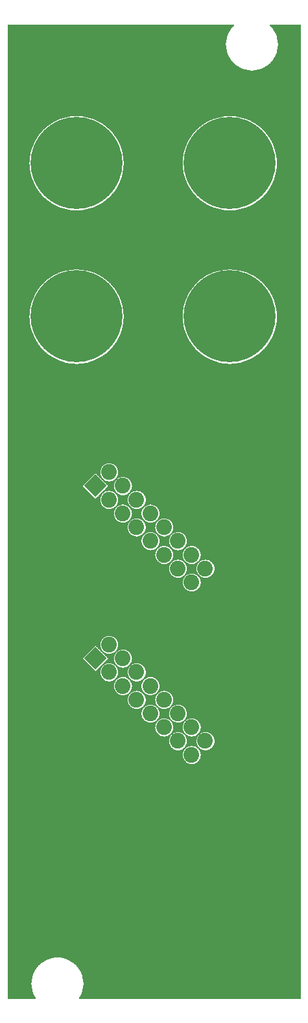
<source format=gtl>
%FSLAX33Y33*%
%MOMM*%
%AMRect-W2049999-H2049999-RO1.750*
21,1,2.049999,2.049999,0.,0.,45*%
%ADD10C,0.0508*%
%ADD11C,0.7112*%
%ADD12C,12.*%
%ADD13C,2.049999*%
%ADD14Rect-W2049999-H2049999-RO1.750*%
D10*
%LNpour fill*%
G01*
X4625Y1111D02*
X4625Y1111D01*
X4515Y1275*
X4514Y1277*
X4315Y1680*
X4314Y1681*
X4170Y2107*
X4169Y2108*
X4082Y2549*
X4082Y2551*
X4052Y2999*
X4052Y3001*
X4082Y3449*
X4082Y3451*
X4169Y3892*
X4170Y3893*
X4314Y4319*
X4315Y4320*
X4514Y4723*
X4515Y4725*
X4764Y5098*
X4765Y5100*
X5061Y5437*
X5063Y5439*
X5400Y5735*
X5402Y5736*
X5775Y5985*
X5777Y5986*
X6180Y6185*
X6181Y6186*
X6607Y6330*
X6608Y6331*
X7049Y6418*
X7051Y6418*
X7499Y6448*
X7501Y6448*
X7949Y6418*
X7951Y6418*
X8392Y6331*
X8393Y6330*
X8819Y6186*
X8820Y6185*
X9223Y5986*
X9225Y5985*
X9598Y5736*
X9600Y5735*
X9937Y5439*
X9939Y5437*
X10235Y5100*
X10236Y5098*
X10485Y4725*
X10486Y4723*
X10685Y4320*
X10686Y4319*
X10830Y3893*
X10831Y3892*
X10918Y3451*
X10918Y3449*
X10948Y3001*
X10948Y2999*
X10918Y2551*
X10918Y2549*
X10831Y2108*
X10830Y2107*
X10686Y1681*
X10685Y1680*
X10486Y1277*
X10485Y1275*
X10375Y1111*
X10421Y1025*
X39275Y1025*
X39275Y128075*
X35313Y128075*
X35280Y127989*
X35337Y127939*
X35339Y127937*
X35635Y127600*
X35636Y127598*
X35885Y127225*
X35886Y127223*
X36085Y126820*
X36086Y126819*
X36230Y126393*
X36231Y126392*
X36318Y125951*
X36318Y125949*
X36348Y125501*
X36348Y125499*
X36318Y125051*
X36318Y125049*
X36231Y124608*
X36230Y124607*
X36086Y124181*
X36085Y124180*
X35886Y123777*
X35885Y123775*
X35636Y123402*
X35635Y123400*
X35339Y123063*
X35337Y123061*
X35000Y122765*
X34998Y122764*
X34625Y122515*
X34623Y122514*
X34220Y122315*
X34219Y122314*
X33793Y122170*
X33792Y122169*
X33351Y122082*
X33349Y122082*
X32901Y122052*
X32899Y122052*
X32451Y122082*
X32449Y122082*
X32008Y122169*
X32007Y122170*
X31581Y122314*
X31580Y122315*
X31177Y122514*
X31175Y122515*
X30802Y122764*
X30800Y122765*
X30463Y123061*
X30461Y123063*
X30165Y123400*
X30164Y123402*
X29915Y123775*
X29914Y123777*
X29715Y124180*
X29714Y124181*
X29570Y124607*
X29569Y124608*
X29482Y125049*
X29482Y125051*
X29452Y125499*
X29452Y125501*
X29482Y125949*
X29482Y125951*
X29569Y126392*
X29570Y126393*
X29714Y126819*
X29715Y126820*
X29914Y127223*
X29915Y127225*
X30164Y127598*
X30165Y127600*
X30461Y127937*
X30463Y127939*
X30520Y127989*
X30487Y128075*
X1025Y128075*
X1025Y1025*
X4579Y1025*
X4625Y1111*
X30693Y103839D02*
X30693Y103839D01*
X30695Y103839*
X31379Y103955*
X31380Y103955*
X32047Y104147*
X32048Y104148*
X32690Y104413*
X32691Y104414*
X33298Y104750*
X33299Y104751*
X33865Y105152*
X33866Y105153*
X34384Y105615*
X34385Y105616*
X34847Y106134*
X34848Y106135*
X35249Y106701*
X35250Y106702*
X35586Y107309*
X35587Y107310*
X35852Y107952*
X35853Y107953*
X36045Y108620*
X36045Y108621*
X36161Y109305*
X36161Y109307*
X36200Y109999*
X36200Y110001*
X36161Y110693*
X36161Y110695*
X36045Y111379*
X36045Y111380*
X35853Y112047*
X35852Y112048*
X35587Y112690*
X35586Y112691*
X35250Y113298*
X35249Y113299*
X34848Y113865*
X34847Y113866*
X34385Y114384*
X34384Y114385*
X33866Y114847*
X33865Y114848*
X33299Y115249*
X33298Y115250*
X32691Y115586*
X32690Y115587*
X32048Y115852*
X32047Y115853*
X31380Y116045*
X31379Y116045*
X30695Y116161*
X30693Y116161*
X30001Y116200*
X29999Y116200*
X29307Y116161*
X29305Y116161*
X28621Y116045*
X28620Y116045*
X27953Y115853*
X27952Y115852*
X27310Y115587*
X27309Y115586*
X26702Y115250*
X26701Y115249*
X26135Y114848*
X26134Y114847*
X25616Y114385*
X25615Y114384*
X25153Y113866*
X25152Y113865*
X24751Y113299*
X24750Y113298*
X24414Y112691*
X24413Y112690*
X24148Y112048*
X24147Y112047*
X23955Y111380*
X23955Y111379*
X23839Y110695*
X23839Y110693*
X23800Y110001*
X23800Y109999*
X23839Y109307*
X23839Y109305*
X23955Y108621*
X23955Y108620*
X24147Y107953*
X24148Y107952*
X24413Y107310*
X24414Y107309*
X24750Y106702*
X24751Y106701*
X25152Y106135*
X25153Y106134*
X25615Y105616*
X25616Y105615*
X26134Y105153*
X26135Y105152*
X26701Y104751*
X26702Y104750*
X27309Y104414*
X27310Y104413*
X27952Y104148*
X27953Y104147*
X28620Y103955*
X28621Y103955*
X29305Y103839*
X29307Y103839*
X29999Y103800*
X30001Y103800*
X30693Y103839*
X10693Y103839D02*
X10693Y103839D01*
X10695Y103839*
X11379Y103955*
X11380Y103955*
X12047Y104147*
X12048Y104148*
X12690Y104413*
X12691Y104414*
X13298Y104750*
X13299Y104751*
X13865Y105152*
X13866Y105153*
X14384Y105615*
X14385Y105616*
X14847Y106134*
X14848Y106135*
X15249Y106701*
X15250Y106702*
X15586Y107309*
X15587Y107310*
X15852Y107952*
X15853Y107953*
X16045Y108620*
X16045Y108621*
X16161Y109305*
X16161Y109307*
X16200Y109999*
X16200Y110001*
X16161Y110693*
X16161Y110695*
X16045Y111379*
X16045Y111380*
X15853Y112047*
X15852Y112048*
X15587Y112690*
X15586Y112691*
X15250Y113298*
X15249Y113299*
X14848Y113865*
X14847Y113866*
X14385Y114384*
X14384Y114385*
X13866Y114847*
X13865Y114848*
X13299Y115249*
X13298Y115250*
X12691Y115586*
X12690Y115587*
X12048Y115852*
X12047Y115853*
X11380Y116045*
X11379Y116045*
X10695Y116161*
X10693Y116161*
X10001Y116200*
X9999Y116200*
X9307Y116161*
X9305Y116161*
X8621Y116045*
X8620Y116045*
X7953Y115853*
X7952Y115852*
X7310Y115587*
X7309Y115586*
X6702Y115250*
X6701Y115249*
X6135Y114848*
X6134Y114847*
X5616Y114385*
X5615Y114384*
X5153Y113866*
X5152Y113865*
X4751Y113299*
X4750Y113298*
X4414Y112691*
X4413Y112690*
X4148Y112048*
X4147Y112047*
X3955Y111380*
X3955Y111379*
X3839Y110695*
X3839Y110693*
X3800Y110001*
X3800Y109999*
X3839Y109307*
X3839Y109305*
X3955Y108621*
X3955Y108620*
X4147Y107953*
X4148Y107952*
X4413Y107310*
X4414Y107309*
X4750Y106702*
X4751Y106701*
X5152Y106135*
X5153Y106134*
X5615Y105616*
X5616Y105615*
X6134Y105153*
X6135Y105152*
X6701Y104751*
X6702Y104750*
X7309Y104414*
X7310Y104413*
X7952Y104148*
X7953Y104147*
X8620Y103955*
X8621Y103955*
X9305Y103839*
X9307Y103839*
X9999Y103800*
X10001Y103800*
X10693Y103839*
X30693Y83839D02*
X30693Y83839D01*
X30695Y83839*
X31379Y83955*
X31380Y83955*
X32047Y84147*
X32048Y84148*
X32690Y84413*
X32691Y84414*
X33298Y84750*
X33299Y84751*
X33865Y85152*
X33866Y85153*
X34384Y85615*
X34385Y85616*
X34847Y86134*
X34848Y86135*
X35249Y86701*
X35250Y86702*
X35586Y87309*
X35587Y87310*
X35852Y87952*
X35853Y87953*
X36045Y88620*
X36045Y88621*
X36161Y89305*
X36161Y89307*
X36200Y89999*
X36200Y90001*
X36161Y90693*
X36161Y90695*
X36045Y91379*
X36045Y91380*
X35853Y92047*
X35852Y92048*
X35587Y92690*
X35586Y92691*
X35250Y93298*
X35249Y93299*
X34848Y93865*
X34847Y93866*
X34385Y94384*
X34384Y94385*
X33866Y94847*
X33865Y94848*
X33299Y95249*
X33298Y95250*
X32691Y95586*
X32690Y95587*
X32048Y95852*
X32047Y95853*
X31380Y96045*
X31379Y96045*
X30695Y96161*
X30693Y96161*
X30001Y96200*
X29999Y96200*
X29307Y96161*
X29305Y96161*
X28621Y96045*
X28620Y96045*
X27953Y95853*
X27952Y95852*
X27310Y95587*
X27309Y95586*
X26702Y95250*
X26701Y95249*
X26135Y94848*
X26134Y94847*
X25616Y94385*
X25615Y94384*
X25153Y93866*
X25152Y93865*
X24751Y93299*
X24750Y93298*
X24414Y92691*
X24413Y92690*
X24148Y92048*
X24147Y92047*
X23955Y91380*
X23955Y91379*
X23839Y90695*
X23839Y90693*
X23800Y90001*
X23800Y89999*
X23839Y89307*
X23839Y89305*
X23955Y88621*
X23955Y88620*
X24147Y87953*
X24148Y87952*
X24413Y87310*
X24414Y87309*
X24750Y86702*
X24751Y86701*
X25152Y86135*
X25153Y86134*
X25615Y85616*
X25616Y85615*
X26134Y85153*
X26135Y85152*
X26701Y84751*
X26702Y84750*
X27309Y84414*
X27310Y84413*
X27952Y84148*
X27953Y84147*
X28620Y83955*
X28621Y83955*
X29305Y83839*
X29307Y83839*
X29999Y83800*
X30001Y83800*
X30693Y83839*
X10693Y83839D02*
X10693Y83839D01*
X10695Y83839*
X11379Y83955*
X11380Y83955*
X12047Y84147*
X12048Y84148*
X12690Y84413*
X12691Y84414*
X13298Y84750*
X13299Y84751*
X13865Y85152*
X13866Y85153*
X14384Y85615*
X14385Y85616*
X14847Y86134*
X14848Y86135*
X15249Y86701*
X15250Y86702*
X15586Y87309*
X15587Y87310*
X15852Y87952*
X15853Y87953*
X16045Y88620*
X16045Y88621*
X16161Y89305*
X16161Y89307*
X16200Y89999*
X16200Y90001*
X16161Y90693*
X16161Y90695*
X16045Y91379*
X16045Y91380*
X15853Y92047*
X15852Y92048*
X15587Y92690*
X15586Y92691*
X15250Y93298*
X15249Y93299*
X14848Y93865*
X14847Y93866*
X14385Y94384*
X14384Y94385*
X13866Y94847*
X13865Y94848*
X13299Y95249*
X13298Y95250*
X12691Y95586*
X12690Y95587*
X12048Y95852*
X12047Y95853*
X11380Y96045*
X11379Y96045*
X10695Y96161*
X10693Y96161*
X10001Y96200*
X9999Y96200*
X9307Y96161*
X9305Y96161*
X8621Y96045*
X8620Y96045*
X7953Y95853*
X7952Y95852*
X7310Y95587*
X7309Y95586*
X6702Y95250*
X6701Y95249*
X6135Y94848*
X6134Y94847*
X5616Y94385*
X5615Y94384*
X5153Y93866*
X5152Y93865*
X4751Y93299*
X4750Y93298*
X4414Y92691*
X4413Y92690*
X4148Y92048*
X4147Y92047*
X3955Y91380*
X3955Y91379*
X3839Y90695*
X3839Y90693*
X3800Y90001*
X3800Y89999*
X3839Y89307*
X3839Y89305*
X3955Y88621*
X3955Y88620*
X4147Y87953*
X4148Y87952*
X4413Y87310*
X4414Y87309*
X4750Y86702*
X4751Y86701*
X5152Y86135*
X5153Y86134*
X5615Y85616*
X5616Y85615*
X6134Y85153*
X6135Y85152*
X6701Y84751*
X6702Y84750*
X7309Y84414*
X7310Y84413*
X7952Y84148*
X7953Y84147*
X8620Y83955*
X8621Y83955*
X9305Y83839*
X9307Y83839*
X9999Y83800*
X10001Y83800*
X10693Y83839*
X14499Y68486D02*
X14499Y68486D01*
X14501Y68487*
X14728Y68555*
X14730Y68556*
X14939Y68668*
X14941Y68669*
X15125Y68820*
X15126Y68822*
X15277Y69005*
X15278Y69007*
X15390Y69216*
X15391Y69218*
X15459Y69445*
X15460Y69447*
X15483Y69683*
X15483Y69685*
X15460Y69921*
X15459Y69924*
X15391Y70150*
X15390Y70153*
X15278Y70362*
X15277Y70364*
X15126Y70547*
X15125Y70549*
X14941Y70699*
X14939Y70700*
X14730Y70812*
X14728Y70813*
X14501Y70882*
X14499Y70882*
X14263Y70905*
X14261Y70905*
X14025Y70882*
X14022Y70882*
X13796Y70813*
X13793Y70812*
X13584Y70700*
X13582Y70699*
X13399Y70549*
X13397Y70547*
X13247Y70364*
X13246Y70362*
X13134Y70153*
X13133Y70150*
X13064Y69924*
X13064Y69921*
X13041Y69685*
X13041Y69683*
X13064Y69447*
X13064Y69445*
X13133Y69218*
X13134Y69216*
X13246Y69007*
X13247Y69005*
X13397Y68822*
X13399Y68820*
X13582Y68669*
X13584Y68668*
X13793Y68556*
X13796Y68555*
X14022Y68487*
X14025Y68486*
X14261Y68463*
X14263Y68463*
X14499Y68486*
X16295Y66690D02*
X16295Y66690D01*
X16297Y66691*
X16524Y66759*
X16526Y66760*
X16735Y66872*
X16737Y66873*
X16921Y67024*
X16922Y67025*
X17073Y67209*
X17074Y67211*
X17186Y67420*
X17187Y67422*
X17255Y67649*
X17256Y67651*
X17279Y67887*
X17279Y67889*
X17256Y68125*
X17255Y68128*
X17187Y68354*
X17186Y68357*
X17074Y68566*
X17073Y68568*
X16922Y68751*
X16921Y68753*
X16737Y68903*
X16735Y68904*
X16526Y69016*
X16524Y69017*
X16297Y69086*
X16295Y69086*
X16059Y69109*
X16057Y69109*
X15821Y69086*
X15818Y69086*
X15592Y69017*
X15589Y69016*
X15380Y68904*
X15378Y68903*
X15195Y68753*
X15193Y68751*
X15043Y68568*
X15042Y68566*
X14930Y68357*
X14929Y68354*
X14860Y68128*
X14860Y68125*
X14837Y67889*
X14837Y67887*
X14860Y67651*
X14860Y67649*
X14929Y67422*
X14930Y67420*
X15042Y67211*
X15043Y67209*
X15193Y67025*
X15195Y67024*
X15378Y66873*
X15380Y66872*
X15589Y66760*
X15592Y66759*
X15818Y66691*
X15821Y66690*
X16057Y66667*
X16059Y66667*
X16295Y66690*
X14174Y67878D02*
X14174Y67878D01*
X14174Y67899*
X12476Y69597*
X12455Y69597*
X10757Y67899*
X10757Y67878*
X12455Y66180*
X12476Y66180*
X14174Y67878*
X18091Y64894D02*
X18091Y64894D01*
X18093Y64895*
X18320Y64963*
X18322Y64964*
X18531Y65076*
X18533Y65077*
X18717Y65228*
X18718Y65229*
X18869Y65413*
X18870Y65415*
X18982Y65624*
X18983Y65626*
X19051Y65853*
X19052Y65855*
X19075Y66091*
X19075Y66093*
X19052Y66329*
X19051Y66332*
X18983Y66558*
X18982Y66561*
X18870Y66770*
X18869Y66772*
X18718Y66955*
X18717Y66957*
X18533Y67107*
X18531Y67108*
X18322Y67220*
X18320Y67221*
X18093Y67290*
X18091Y67290*
X17855Y67313*
X17853Y67313*
X17617Y67290*
X17614Y67290*
X17388Y67221*
X17385Y67220*
X17176Y67108*
X17174Y67107*
X16991Y66957*
X16990Y66955*
X16839Y66772*
X16838Y66770*
X16726Y66561*
X16725Y66558*
X16656Y66332*
X16656Y66329*
X16633Y66093*
X16633Y66091*
X16656Y65855*
X16656Y65853*
X16725Y65626*
X16726Y65624*
X16838Y65415*
X16839Y65413*
X16990Y65229*
X16991Y65228*
X17174Y65077*
X17176Y65076*
X17385Y64964*
X17388Y64963*
X17614Y64895*
X17617Y64894*
X17853Y64871*
X17855Y64871*
X18091Y64894*
X14499Y64894D02*
X14499Y64894D01*
X14501Y64895*
X14728Y64963*
X14730Y64964*
X14939Y65076*
X14941Y65077*
X15125Y65228*
X15126Y65229*
X15277Y65413*
X15278Y65415*
X15390Y65624*
X15391Y65626*
X15459Y65853*
X15460Y65855*
X15483Y66091*
X15483Y66093*
X15460Y66329*
X15459Y66332*
X15391Y66558*
X15390Y66561*
X15278Y66770*
X15277Y66772*
X15126Y66955*
X15125Y66957*
X14941Y67107*
X14939Y67108*
X14730Y67220*
X14728Y67221*
X14501Y67290*
X14499Y67290*
X14263Y67313*
X14261Y67313*
X14025Y67290*
X14022Y67290*
X13796Y67221*
X13793Y67220*
X13584Y67108*
X13582Y67107*
X13399Y66957*
X13397Y66955*
X13247Y66772*
X13246Y66770*
X13134Y66561*
X13133Y66558*
X13064Y66332*
X13064Y66329*
X13041Y66093*
X13041Y66091*
X13064Y65855*
X13064Y65853*
X13133Y65626*
X13134Y65624*
X13246Y65415*
X13247Y65413*
X13397Y65229*
X13399Y65228*
X13582Y65077*
X13584Y65076*
X13793Y64964*
X13796Y64963*
X14022Y64895*
X14025Y64894*
X14261Y64871*
X14263Y64871*
X14499Y64894*
X19887Y63098D02*
X19887Y63098D01*
X19889Y63099*
X20116Y63167*
X20119Y63168*
X20327Y63280*
X20330Y63281*
X20513Y63432*
X20514Y63433*
X20665Y63617*
X20666Y63619*
X20778Y63828*
X20779Y63830*
X20848Y64057*
X20848Y64059*
X20871Y64295*
X20871Y64297*
X20848Y64533*
X20848Y64536*
X20779Y64762*
X20778Y64765*
X20666Y64974*
X20665Y64976*
X20514Y65159*
X20513Y65160*
X20330Y65311*
X20327Y65312*
X20119Y65424*
X20116Y65425*
X19889Y65494*
X19887Y65494*
X19651Y65517*
X19649Y65517*
X19413Y65494*
X19411Y65494*
X19184Y65425*
X19181Y65424*
X18973Y65312*
X18970Y65311*
X18787Y65160*
X18786Y65159*
X18635Y64976*
X18634Y64974*
X18522Y64765*
X18521Y64762*
X18452Y64536*
X18452Y64533*
X18429Y64297*
X18429Y64295*
X18452Y64059*
X18452Y64057*
X18521Y63830*
X18522Y63828*
X18634Y63619*
X18635Y63617*
X18786Y63433*
X18787Y63432*
X18970Y63281*
X18973Y63280*
X19181Y63168*
X19184Y63167*
X19411Y63099*
X19413Y63098*
X19649Y63075*
X19651Y63075*
X19887Y63098*
X16295Y63098D02*
X16295Y63098D01*
X16297Y63099*
X16524Y63167*
X16526Y63168*
X16735Y63280*
X16737Y63281*
X16921Y63432*
X16922Y63433*
X17073Y63617*
X17074Y63619*
X17186Y63828*
X17187Y63830*
X17255Y64057*
X17256Y64059*
X17279Y64295*
X17279Y64297*
X17256Y64533*
X17255Y64536*
X17187Y64762*
X17186Y64765*
X17074Y64974*
X17073Y64976*
X16922Y65159*
X16921Y65160*
X16737Y65311*
X16735Y65312*
X16526Y65424*
X16524Y65425*
X16297Y65494*
X16295Y65494*
X16059Y65517*
X16057Y65517*
X15821Y65494*
X15818Y65494*
X15592Y65425*
X15589Y65424*
X15380Y65312*
X15378Y65311*
X15195Y65160*
X15193Y65159*
X15043Y64976*
X15042Y64974*
X14930Y64765*
X14929Y64762*
X14860Y64536*
X14860Y64533*
X14837Y64297*
X14837Y64295*
X14860Y64059*
X14860Y64057*
X14929Y63830*
X14930Y63828*
X15042Y63619*
X15043Y63617*
X15193Y63433*
X15195Y63432*
X15378Y63281*
X15380Y63280*
X15589Y63168*
X15592Y63167*
X15818Y63099*
X15821Y63098*
X16057Y63075*
X16059Y63075*
X16295Y63098*
X21683Y61302D02*
X21683Y61302D01*
X21686Y61302*
X21912Y61371*
X21915Y61372*
X22124Y61484*
X22126Y61485*
X22309Y61636*
X22310Y61637*
X22461Y61820*
X22462Y61823*
X22574Y62031*
X22575Y62034*
X22644Y62261*
X22644Y62263*
X22667Y62499*
X22667Y62501*
X22644Y62737*
X22644Y62739*
X22575Y62966*
X22574Y62969*
X22462Y63177*
X22461Y63180*
X22310Y63363*
X22309Y63364*
X22126Y63515*
X22124Y63516*
X21915Y63628*
X21912Y63629*
X21686Y63698*
X21683Y63698*
X21447Y63721*
X21445Y63721*
X21209Y63698*
X21207Y63698*
X20980Y63629*
X20978Y63628*
X20769Y63516*
X20767Y63515*
X20583Y63364*
X20582Y63363*
X20431Y63180*
X20430Y63177*
X20318Y62969*
X20317Y62966*
X20249Y62739*
X20248Y62737*
X20225Y62501*
X20225Y62499*
X20248Y62263*
X20249Y62261*
X20317Y62034*
X20318Y62031*
X20430Y61823*
X20431Y61820*
X20582Y61637*
X20583Y61636*
X20767Y61485*
X20769Y61484*
X20978Y61372*
X20980Y61371*
X21207Y61302*
X21209Y61302*
X21445Y61279*
X21447Y61279*
X21683Y61302*
X18091Y61302D02*
X18091Y61302D01*
X18093Y61302*
X18320Y61371*
X18322Y61372*
X18531Y61484*
X18533Y61485*
X18717Y61636*
X18718Y61637*
X18869Y61820*
X18870Y61823*
X18982Y62031*
X18983Y62034*
X19051Y62261*
X19052Y62263*
X19075Y62499*
X19075Y62501*
X19052Y62737*
X19051Y62739*
X18983Y62966*
X18982Y62969*
X18870Y63177*
X18869Y63180*
X18718Y63363*
X18717Y63364*
X18533Y63515*
X18531Y63516*
X18322Y63628*
X18320Y63629*
X18093Y63698*
X18091Y63698*
X17855Y63721*
X17853Y63721*
X17617Y63698*
X17614Y63698*
X17388Y63629*
X17385Y63628*
X17176Y63516*
X17174Y63515*
X16991Y63364*
X16990Y63363*
X16839Y63180*
X16838Y63177*
X16726Y62969*
X16725Y62966*
X16656Y62739*
X16656Y62737*
X16633Y62501*
X16633Y62499*
X16656Y62263*
X16656Y62261*
X16725Y62034*
X16726Y62031*
X16838Y61823*
X16839Y61820*
X16990Y61637*
X16991Y61636*
X17174Y61485*
X17176Y61484*
X17385Y61372*
X17388Y61371*
X17614Y61302*
X17617Y61302*
X17853Y61279*
X17855Y61279*
X18091Y61302*
X23479Y59506D02*
X23479Y59506D01*
X23482Y59506*
X23708Y59575*
X23711Y59576*
X23920Y59688*
X23922Y59689*
X24105Y59840*
X24107Y59841*
X24257Y60024*
X24258Y60026*
X24370Y60235*
X24371Y60238*
X24440Y60464*
X24440Y60467*
X24463Y60703*
X24463Y60705*
X24440Y60941*
X24440Y60943*
X24371Y61170*
X24370Y61172*
X24258Y61381*
X24257Y61383*
X24107Y61567*
X24105Y61568*
X23922Y61719*
X23920Y61720*
X23711Y61832*
X23708Y61833*
X23482Y61901*
X23479Y61902*
X23243Y61925*
X23241Y61925*
X23005Y61902*
X23003Y61901*
X22776Y61833*
X22774Y61832*
X22565Y61720*
X22563Y61719*
X22379Y61568*
X22378Y61567*
X22227Y61383*
X22226Y61381*
X22114Y61172*
X22113Y61170*
X22045Y60943*
X22044Y60941*
X22021Y60705*
X22021Y60703*
X22044Y60467*
X22045Y60464*
X22113Y60238*
X22114Y60235*
X22226Y60026*
X22227Y60024*
X22378Y59841*
X22379Y59840*
X22563Y59689*
X22565Y59688*
X22774Y59576*
X22776Y59575*
X23003Y59506*
X23005Y59506*
X23241Y59483*
X23243Y59483*
X23479Y59506*
X19887Y59506D02*
X19887Y59506D01*
X19889Y59506*
X20116Y59575*
X20119Y59576*
X20327Y59688*
X20330Y59689*
X20513Y59840*
X20514Y59841*
X20665Y60024*
X20666Y60026*
X20778Y60235*
X20779Y60238*
X20848Y60464*
X20848Y60467*
X20871Y60703*
X20871Y60705*
X20848Y60941*
X20848Y60943*
X20779Y61170*
X20778Y61172*
X20666Y61381*
X20665Y61383*
X20514Y61567*
X20513Y61568*
X20330Y61719*
X20327Y61720*
X20119Y61832*
X20116Y61833*
X19889Y61901*
X19887Y61902*
X19651Y61925*
X19649Y61925*
X19413Y61902*
X19411Y61901*
X19184Y61833*
X19181Y61832*
X18973Y61720*
X18970Y61719*
X18787Y61568*
X18786Y61567*
X18635Y61383*
X18634Y61381*
X18522Y61172*
X18521Y61170*
X18452Y60943*
X18452Y60941*
X18429Y60705*
X18429Y60703*
X18452Y60467*
X18452Y60464*
X18521Y60238*
X18522Y60235*
X18634Y60026*
X18635Y60024*
X18786Y59841*
X18787Y59840*
X18970Y59689*
X18973Y59688*
X19181Y59576*
X19184Y59575*
X19411Y59506*
X19413Y59506*
X19649Y59483*
X19651Y59483*
X19887Y59506*
X25275Y57710D02*
X25275Y57710D01*
X25278Y57710*
X25504Y57779*
X25507Y57780*
X25716Y57892*
X25718Y57893*
X25901Y58043*
X25903Y58045*
X26053Y58228*
X26054Y58230*
X26166Y58439*
X26167Y58442*
X26236Y58668*
X26236Y58671*
X26259Y58907*
X26259Y58909*
X26236Y59145*
X26236Y59147*
X26167Y59374*
X26166Y59376*
X26054Y59585*
X26053Y59587*
X25903Y59771*
X25901Y59772*
X25718Y59923*
X25716Y59924*
X25507Y60036*
X25504Y60037*
X25278Y60105*
X25275Y60106*
X25039Y60129*
X25037Y60129*
X24801Y60106*
X24799Y60105*
X24572Y60037*
X24570Y60036*
X24361Y59924*
X24359Y59923*
X24175Y59772*
X24174Y59771*
X24023Y59587*
X24022Y59585*
X23910Y59376*
X23909Y59374*
X23841Y59147*
X23840Y59145*
X23817Y58909*
X23817Y58907*
X23840Y58671*
X23841Y58668*
X23909Y58442*
X23910Y58439*
X24022Y58230*
X24023Y58228*
X24174Y58045*
X24175Y58043*
X24359Y57893*
X24361Y57892*
X24570Y57780*
X24572Y57779*
X24799Y57710*
X24801Y57710*
X25037Y57687*
X25039Y57687*
X25275Y57710*
X21683Y57710D02*
X21683Y57710D01*
X21686Y57710*
X21912Y57779*
X21915Y57780*
X22124Y57892*
X22126Y57893*
X22309Y58043*
X22310Y58045*
X22461Y58228*
X22462Y58230*
X22574Y58439*
X22575Y58442*
X22644Y58668*
X22644Y58671*
X22667Y58907*
X22667Y58909*
X22644Y59145*
X22644Y59147*
X22575Y59374*
X22574Y59376*
X22462Y59585*
X22461Y59587*
X22310Y59771*
X22309Y59772*
X22126Y59923*
X22124Y59924*
X21915Y60036*
X21912Y60037*
X21686Y60105*
X21683Y60106*
X21447Y60129*
X21445Y60129*
X21209Y60106*
X21207Y60105*
X20980Y60037*
X20978Y60036*
X20769Y59924*
X20767Y59923*
X20583Y59772*
X20582Y59771*
X20431Y59587*
X20430Y59585*
X20318Y59376*
X20317Y59374*
X20249Y59147*
X20248Y59145*
X20225Y58909*
X20225Y58907*
X20248Y58671*
X20249Y58668*
X20317Y58442*
X20318Y58439*
X20430Y58230*
X20431Y58228*
X20582Y58045*
X20583Y58043*
X20767Y57893*
X20769Y57892*
X20978Y57780*
X20980Y57779*
X21207Y57710*
X21209Y57710*
X21445Y57687*
X21447Y57687*
X21683Y57710*
X27071Y55914D02*
X27071Y55914D01*
X27074Y55914*
X27300Y55983*
X27303Y55984*
X27512Y56096*
X27514Y56097*
X27697Y56247*
X27699Y56249*
X27849Y56432*
X27850Y56434*
X27962Y56643*
X27963Y56646*
X28032Y56872*
X28032Y56875*
X28055Y57111*
X28055Y57113*
X28032Y57349*
X28032Y57351*
X27963Y57578*
X27962Y57580*
X27850Y57789*
X27849Y57791*
X27699Y57975*
X27697Y57976*
X27514Y58127*
X27512Y58128*
X27303Y58240*
X27300Y58241*
X27074Y58309*
X27071Y58310*
X26835Y58333*
X26833Y58333*
X26597Y58310*
X26595Y58309*
X26368Y58241*
X26366Y58240*
X26157Y58128*
X26155Y58127*
X25972Y57976*
X25970Y57975*
X25819Y57791*
X25818Y57789*
X25706Y57580*
X25705Y57578*
X25637Y57351*
X25636Y57349*
X25613Y57113*
X25613Y57111*
X25636Y56875*
X25637Y56872*
X25705Y56646*
X25706Y56643*
X25818Y56434*
X25819Y56432*
X25970Y56249*
X25972Y56247*
X26155Y56097*
X26157Y56096*
X26366Y55984*
X26368Y55983*
X26595Y55914*
X26597Y55914*
X26833Y55891*
X26835Y55891*
X27071Y55914*
X23479Y55914D02*
X23479Y55914D01*
X23482Y55914*
X23708Y55983*
X23711Y55984*
X23920Y56096*
X23922Y56097*
X24105Y56247*
X24107Y56249*
X24257Y56432*
X24258Y56434*
X24370Y56643*
X24371Y56646*
X24440Y56872*
X24440Y56875*
X24463Y57111*
X24463Y57113*
X24440Y57349*
X24440Y57351*
X24371Y57578*
X24370Y57580*
X24258Y57789*
X24257Y57791*
X24107Y57975*
X24105Y57976*
X23922Y58127*
X23920Y58128*
X23711Y58240*
X23708Y58241*
X23482Y58309*
X23479Y58310*
X23243Y58333*
X23241Y58333*
X23005Y58310*
X23003Y58309*
X22776Y58241*
X22774Y58240*
X22565Y58128*
X22563Y58127*
X22379Y57976*
X22378Y57975*
X22227Y57791*
X22226Y57789*
X22114Y57580*
X22113Y57578*
X22045Y57351*
X22044Y57349*
X22021Y57113*
X22021Y57111*
X22044Y56875*
X22045Y56872*
X22113Y56646*
X22114Y56643*
X22226Y56434*
X22227Y56432*
X22378Y56249*
X22379Y56247*
X22563Y56097*
X22565Y56096*
X22774Y55984*
X22776Y55983*
X23003Y55914*
X23005Y55914*
X23241Y55891*
X23243Y55891*
X23479Y55914*
X25275Y54118D02*
X25275Y54118D01*
X25278Y54118*
X25504Y54187*
X25507Y54188*
X25716Y54300*
X25718Y54301*
X25901Y54451*
X25903Y54453*
X26053Y54636*
X26054Y54638*
X26166Y54847*
X26167Y54850*
X26236Y55076*
X26236Y55079*
X26259Y55315*
X26259Y55317*
X26236Y55553*
X26236Y55555*
X26167Y55782*
X26166Y55784*
X26054Y55993*
X26053Y55995*
X25903Y56178*
X25901Y56180*
X25718Y56331*
X25716Y56332*
X25507Y56444*
X25504Y56445*
X25278Y56513*
X25275Y56514*
X25039Y56537*
X25037Y56537*
X24801Y56514*
X24799Y56513*
X24572Y56445*
X24570Y56444*
X24361Y56332*
X24359Y56331*
X24175Y56180*
X24174Y56178*
X24023Y55995*
X24022Y55993*
X23910Y55784*
X23909Y55782*
X23841Y55555*
X23840Y55553*
X23817Y55317*
X23817Y55315*
X23840Y55079*
X23841Y55076*
X23909Y54850*
X23910Y54847*
X24022Y54638*
X24023Y54636*
X24174Y54453*
X24175Y54451*
X24359Y54301*
X24361Y54300*
X24570Y54188*
X24572Y54187*
X24799Y54118*
X24801Y54118*
X25037Y54095*
X25039Y54095*
X25275Y54118*
X14499Y45986D02*
X14499Y45986D01*
X14501Y45987*
X14728Y46055*
X14730Y46056*
X14939Y46168*
X14941Y46169*
X15125Y46320*
X15126Y46322*
X15277Y46505*
X15278Y46507*
X15390Y46716*
X15391Y46718*
X15459Y46945*
X15460Y46947*
X15483Y47183*
X15483Y47185*
X15460Y47421*
X15459Y47424*
X15391Y47650*
X15390Y47653*
X15278Y47862*
X15277Y47864*
X15126Y48047*
X15125Y48049*
X14941Y48199*
X14939Y48200*
X14730Y48312*
X14728Y48313*
X14501Y48382*
X14499Y48382*
X14263Y48405*
X14261Y48405*
X14025Y48382*
X14022Y48382*
X13796Y48313*
X13793Y48312*
X13584Y48200*
X13582Y48199*
X13399Y48049*
X13397Y48047*
X13247Y47864*
X13246Y47862*
X13134Y47653*
X13133Y47650*
X13064Y47424*
X13064Y47421*
X13041Y47185*
X13041Y47183*
X13064Y46947*
X13064Y46945*
X13133Y46718*
X13134Y46716*
X13246Y46507*
X13247Y46505*
X13397Y46322*
X13399Y46320*
X13582Y46169*
X13584Y46168*
X13793Y46056*
X13796Y46055*
X14022Y45987*
X14025Y45986*
X14261Y45963*
X14263Y45963*
X14499Y45986*
X16295Y44190D02*
X16295Y44190D01*
X16297Y44191*
X16524Y44259*
X16526Y44260*
X16735Y44372*
X16737Y44373*
X16921Y44524*
X16922Y44525*
X17073Y44709*
X17074Y44711*
X17186Y44920*
X17187Y44922*
X17255Y45149*
X17256Y45151*
X17279Y45387*
X17279Y45389*
X17256Y45625*
X17255Y45628*
X17187Y45854*
X17186Y45857*
X17074Y46066*
X17073Y46068*
X16922Y46251*
X16921Y46253*
X16737Y46403*
X16735Y46404*
X16526Y46516*
X16524Y46517*
X16297Y46586*
X16295Y46586*
X16059Y46609*
X16057Y46609*
X15821Y46586*
X15818Y46586*
X15592Y46517*
X15589Y46516*
X15380Y46404*
X15378Y46403*
X15195Y46253*
X15193Y46251*
X15043Y46068*
X15042Y46066*
X14930Y45857*
X14929Y45854*
X14860Y45628*
X14860Y45625*
X14837Y45389*
X14837Y45387*
X14860Y45151*
X14860Y45149*
X14929Y44922*
X14930Y44920*
X15042Y44711*
X15043Y44709*
X15193Y44525*
X15195Y44524*
X15378Y44373*
X15380Y44372*
X15589Y44260*
X15592Y44259*
X15818Y44191*
X15821Y44190*
X16057Y44167*
X16059Y44167*
X16295Y44190*
X14174Y45378D02*
X14174Y45378D01*
X14174Y45399*
X12476Y47097*
X12455Y47097*
X10757Y45399*
X10757Y45378*
X12455Y43680*
X12476Y43680*
X14174Y45378*
X18091Y42394D02*
X18091Y42394D01*
X18093Y42395*
X18320Y42463*
X18322Y42464*
X18531Y42576*
X18533Y42577*
X18717Y42728*
X18718Y42729*
X18869Y42913*
X18870Y42915*
X18982Y43124*
X18983Y43126*
X19051Y43353*
X19052Y43355*
X19075Y43591*
X19075Y43593*
X19052Y43829*
X19051Y43832*
X18983Y44058*
X18982Y44061*
X18870Y44270*
X18869Y44272*
X18718Y44455*
X18717Y44457*
X18533Y44607*
X18531Y44608*
X18322Y44720*
X18320Y44721*
X18093Y44790*
X18091Y44790*
X17855Y44813*
X17853Y44813*
X17617Y44790*
X17614Y44790*
X17388Y44721*
X17385Y44720*
X17176Y44608*
X17174Y44607*
X16991Y44457*
X16990Y44455*
X16839Y44272*
X16838Y44270*
X16726Y44061*
X16725Y44058*
X16656Y43832*
X16656Y43829*
X16633Y43593*
X16633Y43591*
X16656Y43355*
X16656Y43353*
X16725Y43126*
X16726Y43124*
X16838Y42915*
X16839Y42913*
X16990Y42729*
X16991Y42728*
X17174Y42577*
X17176Y42576*
X17385Y42464*
X17388Y42463*
X17614Y42395*
X17617Y42394*
X17853Y42371*
X17855Y42371*
X18091Y42394*
X14499Y42394D02*
X14499Y42394D01*
X14501Y42395*
X14728Y42463*
X14730Y42464*
X14939Y42576*
X14941Y42577*
X15125Y42728*
X15126Y42729*
X15277Y42913*
X15278Y42915*
X15390Y43124*
X15391Y43126*
X15459Y43353*
X15460Y43355*
X15483Y43591*
X15483Y43593*
X15460Y43829*
X15459Y43832*
X15391Y44058*
X15390Y44061*
X15278Y44270*
X15277Y44272*
X15126Y44455*
X15125Y44457*
X14941Y44607*
X14939Y44608*
X14730Y44720*
X14728Y44721*
X14501Y44790*
X14499Y44790*
X14263Y44813*
X14261Y44813*
X14025Y44790*
X14022Y44790*
X13796Y44721*
X13793Y44720*
X13584Y44608*
X13582Y44607*
X13399Y44457*
X13397Y44455*
X13247Y44272*
X13246Y44270*
X13134Y44061*
X13133Y44058*
X13064Y43832*
X13064Y43829*
X13041Y43593*
X13041Y43591*
X13064Y43355*
X13064Y43353*
X13133Y43126*
X13134Y43124*
X13246Y42915*
X13247Y42913*
X13397Y42729*
X13399Y42728*
X13582Y42577*
X13584Y42576*
X13793Y42464*
X13796Y42463*
X14022Y42395*
X14025Y42394*
X14261Y42371*
X14263Y42371*
X14499Y42394*
X19887Y40598D02*
X19887Y40598D01*
X19889Y40599*
X20116Y40667*
X20119Y40668*
X20327Y40780*
X20330Y40781*
X20513Y40932*
X20514Y40933*
X20665Y41117*
X20666Y41119*
X20778Y41328*
X20779Y41330*
X20848Y41557*
X20848Y41559*
X20871Y41795*
X20871Y41797*
X20848Y42033*
X20848Y42036*
X20779Y42262*
X20778Y42265*
X20666Y42474*
X20665Y42476*
X20514Y42659*
X20513Y42660*
X20330Y42811*
X20327Y42812*
X20119Y42924*
X20116Y42925*
X19889Y42994*
X19887Y42994*
X19651Y43017*
X19649Y43017*
X19413Y42994*
X19411Y42994*
X19184Y42925*
X19181Y42924*
X18973Y42812*
X18970Y42811*
X18787Y42660*
X18786Y42659*
X18635Y42476*
X18634Y42474*
X18522Y42265*
X18521Y42262*
X18452Y42036*
X18452Y42033*
X18429Y41797*
X18429Y41795*
X18452Y41559*
X18452Y41557*
X18521Y41330*
X18522Y41328*
X18634Y41119*
X18635Y41117*
X18786Y40933*
X18787Y40932*
X18970Y40781*
X18973Y40780*
X19181Y40668*
X19184Y40667*
X19411Y40599*
X19413Y40598*
X19649Y40575*
X19651Y40575*
X19887Y40598*
X16295Y40598D02*
X16295Y40598D01*
X16297Y40599*
X16524Y40667*
X16526Y40668*
X16735Y40780*
X16737Y40781*
X16921Y40932*
X16922Y40933*
X17073Y41117*
X17074Y41119*
X17186Y41328*
X17187Y41330*
X17255Y41557*
X17256Y41559*
X17279Y41795*
X17279Y41797*
X17256Y42033*
X17255Y42036*
X17187Y42262*
X17186Y42265*
X17074Y42474*
X17073Y42476*
X16922Y42659*
X16921Y42660*
X16737Y42811*
X16735Y42812*
X16526Y42924*
X16524Y42925*
X16297Y42994*
X16295Y42994*
X16059Y43017*
X16057Y43017*
X15821Y42994*
X15818Y42994*
X15592Y42925*
X15589Y42924*
X15380Y42812*
X15378Y42811*
X15195Y42660*
X15193Y42659*
X15043Y42476*
X15042Y42474*
X14930Y42265*
X14929Y42262*
X14860Y42036*
X14860Y42033*
X14837Y41797*
X14837Y41795*
X14860Y41559*
X14860Y41557*
X14929Y41330*
X14930Y41328*
X15042Y41119*
X15043Y41117*
X15193Y40933*
X15195Y40932*
X15378Y40781*
X15380Y40780*
X15589Y40668*
X15592Y40667*
X15818Y40599*
X15821Y40598*
X16057Y40575*
X16059Y40575*
X16295Y40598*
X21683Y38802D02*
X21683Y38802D01*
X21686Y38802*
X21912Y38871*
X21915Y38872*
X22124Y38984*
X22126Y38985*
X22309Y39136*
X22310Y39137*
X22461Y39320*
X22462Y39323*
X22574Y39531*
X22575Y39534*
X22644Y39761*
X22644Y39763*
X22667Y39999*
X22667Y40001*
X22644Y40237*
X22644Y40239*
X22575Y40466*
X22574Y40469*
X22462Y40677*
X22461Y40680*
X22310Y40863*
X22309Y40864*
X22126Y41015*
X22124Y41016*
X21915Y41128*
X21912Y41129*
X21686Y41198*
X21683Y41198*
X21447Y41221*
X21445Y41221*
X21209Y41198*
X21207Y41198*
X20980Y41129*
X20978Y41128*
X20769Y41016*
X20767Y41015*
X20583Y40864*
X20582Y40863*
X20431Y40680*
X20430Y40677*
X20318Y40469*
X20317Y40466*
X20249Y40239*
X20248Y40237*
X20225Y40001*
X20225Y39999*
X20248Y39763*
X20249Y39761*
X20317Y39534*
X20318Y39531*
X20430Y39323*
X20431Y39320*
X20582Y39137*
X20583Y39136*
X20767Y38985*
X20769Y38984*
X20978Y38872*
X20980Y38871*
X21207Y38802*
X21209Y38802*
X21445Y38779*
X21447Y38779*
X21683Y38802*
X18091Y38802D02*
X18091Y38802D01*
X18093Y38802*
X18320Y38871*
X18322Y38872*
X18531Y38984*
X18533Y38985*
X18717Y39136*
X18718Y39137*
X18869Y39320*
X18870Y39323*
X18982Y39531*
X18983Y39534*
X19051Y39761*
X19052Y39763*
X19075Y39999*
X19075Y40001*
X19052Y40237*
X19051Y40239*
X18983Y40466*
X18982Y40469*
X18870Y40677*
X18869Y40680*
X18718Y40863*
X18717Y40864*
X18533Y41015*
X18531Y41016*
X18322Y41128*
X18320Y41129*
X18093Y41198*
X18091Y41198*
X17855Y41221*
X17853Y41221*
X17617Y41198*
X17614Y41198*
X17388Y41129*
X17385Y41128*
X17176Y41016*
X17174Y41015*
X16991Y40864*
X16990Y40863*
X16839Y40680*
X16838Y40677*
X16726Y40469*
X16725Y40466*
X16656Y40239*
X16656Y40237*
X16633Y40001*
X16633Y39999*
X16656Y39763*
X16656Y39761*
X16725Y39534*
X16726Y39531*
X16838Y39323*
X16839Y39320*
X16990Y39137*
X16991Y39136*
X17174Y38985*
X17176Y38984*
X17385Y38872*
X17388Y38871*
X17614Y38802*
X17617Y38802*
X17853Y38779*
X17855Y38779*
X18091Y38802*
X23479Y37006D02*
X23479Y37006D01*
X23482Y37006*
X23708Y37075*
X23711Y37076*
X23920Y37188*
X23922Y37189*
X24105Y37340*
X24107Y37341*
X24257Y37524*
X24258Y37526*
X24370Y37735*
X24371Y37738*
X24440Y37964*
X24440Y37967*
X24463Y38203*
X24463Y38205*
X24440Y38441*
X24440Y38443*
X24371Y38670*
X24370Y38672*
X24258Y38881*
X24257Y38883*
X24107Y39067*
X24105Y39068*
X23922Y39219*
X23920Y39220*
X23711Y39332*
X23708Y39333*
X23482Y39401*
X23479Y39402*
X23243Y39425*
X23241Y39425*
X23005Y39402*
X23003Y39401*
X22776Y39333*
X22774Y39332*
X22565Y39220*
X22563Y39219*
X22379Y39068*
X22378Y39067*
X22227Y38883*
X22226Y38881*
X22114Y38672*
X22113Y38670*
X22045Y38443*
X22044Y38441*
X22021Y38205*
X22021Y38203*
X22044Y37967*
X22045Y37964*
X22113Y37738*
X22114Y37735*
X22226Y37526*
X22227Y37524*
X22378Y37341*
X22379Y37340*
X22563Y37189*
X22565Y37188*
X22774Y37076*
X22776Y37075*
X23003Y37006*
X23005Y37006*
X23241Y36983*
X23243Y36983*
X23479Y37006*
X19887Y37006D02*
X19887Y37006D01*
X19889Y37006*
X20116Y37075*
X20119Y37076*
X20327Y37188*
X20330Y37189*
X20513Y37340*
X20514Y37341*
X20665Y37524*
X20666Y37526*
X20778Y37735*
X20779Y37738*
X20848Y37964*
X20848Y37967*
X20871Y38203*
X20871Y38205*
X20848Y38441*
X20848Y38443*
X20779Y38670*
X20778Y38672*
X20666Y38881*
X20665Y38883*
X20514Y39067*
X20513Y39068*
X20330Y39219*
X20327Y39220*
X20119Y39332*
X20116Y39333*
X19889Y39401*
X19887Y39402*
X19651Y39425*
X19649Y39425*
X19413Y39402*
X19411Y39401*
X19184Y39333*
X19181Y39332*
X18973Y39220*
X18970Y39219*
X18787Y39068*
X18786Y39067*
X18635Y38883*
X18634Y38881*
X18522Y38672*
X18521Y38670*
X18452Y38443*
X18452Y38441*
X18429Y38205*
X18429Y38203*
X18452Y37967*
X18452Y37964*
X18521Y37738*
X18522Y37735*
X18634Y37526*
X18635Y37524*
X18786Y37341*
X18787Y37340*
X18970Y37189*
X18973Y37188*
X19181Y37076*
X19184Y37075*
X19411Y37006*
X19413Y37006*
X19649Y36983*
X19651Y36983*
X19887Y37006*
X25275Y35210D02*
X25275Y35210D01*
X25278Y35210*
X25504Y35279*
X25507Y35280*
X25716Y35392*
X25718Y35393*
X25901Y35543*
X25903Y35545*
X26053Y35728*
X26054Y35730*
X26166Y35939*
X26167Y35942*
X26236Y36168*
X26236Y36171*
X26259Y36407*
X26259Y36409*
X26236Y36645*
X26236Y36647*
X26167Y36874*
X26166Y36876*
X26054Y37085*
X26053Y37087*
X25903Y37271*
X25901Y37272*
X25718Y37423*
X25716Y37424*
X25507Y37536*
X25504Y37537*
X25278Y37605*
X25275Y37606*
X25039Y37629*
X25037Y37629*
X24801Y37606*
X24799Y37605*
X24572Y37537*
X24570Y37536*
X24361Y37424*
X24359Y37423*
X24175Y37272*
X24174Y37271*
X24023Y37087*
X24022Y37085*
X23910Y36876*
X23909Y36874*
X23841Y36647*
X23840Y36645*
X23817Y36409*
X23817Y36407*
X23840Y36171*
X23841Y36168*
X23909Y35942*
X23910Y35939*
X24022Y35730*
X24023Y35728*
X24174Y35545*
X24175Y35543*
X24359Y35393*
X24361Y35392*
X24570Y35280*
X24572Y35279*
X24799Y35210*
X24801Y35210*
X25037Y35187*
X25039Y35187*
X25275Y35210*
X21683Y35210D02*
X21683Y35210D01*
X21686Y35210*
X21912Y35279*
X21915Y35280*
X22124Y35392*
X22126Y35393*
X22309Y35543*
X22310Y35545*
X22461Y35728*
X22462Y35730*
X22574Y35939*
X22575Y35942*
X22644Y36168*
X22644Y36171*
X22667Y36407*
X22667Y36409*
X22644Y36645*
X22644Y36647*
X22575Y36874*
X22574Y36876*
X22462Y37085*
X22461Y37087*
X22310Y37271*
X22309Y37272*
X22126Y37423*
X22124Y37424*
X21915Y37536*
X21912Y37537*
X21686Y37605*
X21683Y37606*
X21447Y37629*
X21445Y37629*
X21209Y37606*
X21207Y37605*
X20980Y37537*
X20978Y37536*
X20769Y37424*
X20767Y37423*
X20583Y37272*
X20582Y37271*
X20431Y37087*
X20430Y37085*
X20318Y36876*
X20317Y36874*
X20249Y36647*
X20248Y36645*
X20225Y36409*
X20225Y36407*
X20248Y36171*
X20249Y36168*
X20317Y35942*
X20318Y35939*
X20430Y35730*
X20431Y35728*
X20582Y35545*
X20583Y35543*
X20767Y35393*
X20769Y35392*
X20978Y35280*
X20980Y35279*
X21207Y35210*
X21209Y35210*
X21445Y35187*
X21447Y35187*
X21683Y35210*
X27071Y33414D02*
X27071Y33414D01*
X27074Y33414*
X27300Y33483*
X27303Y33484*
X27512Y33596*
X27514Y33597*
X27697Y33747*
X27699Y33749*
X27849Y33932*
X27850Y33934*
X27962Y34143*
X27963Y34146*
X28032Y34372*
X28032Y34375*
X28055Y34611*
X28055Y34613*
X28032Y34849*
X28032Y34851*
X27963Y35078*
X27962Y35080*
X27850Y35289*
X27849Y35291*
X27699Y35475*
X27697Y35476*
X27514Y35627*
X27512Y35628*
X27303Y35740*
X27300Y35741*
X27074Y35809*
X27071Y35810*
X26835Y35833*
X26833Y35833*
X26597Y35810*
X26595Y35809*
X26368Y35741*
X26366Y35740*
X26157Y35628*
X26155Y35627*
X25972Y35476*
X25970Y35475*
X25819Y35291*
X25818Y35289*
X25706Y35080*
X25705Y35078*
X25637Y34851*
X25636Y34849*
X25613Y34613*
X25613Y34611*
X25636Y34375*
X25637Y34372*
X25705Y34146*
X25706Y34143*
X25818Y33934*
X25819Y33932*
X25970Y33749*
X25972Y33747*
X26155Y33597*
X26157Y33596*
X26366Y33484*
X26368Y33483*
X26595Y33414*
X26597Y33414*
X26833Y33391*
X26835Y33391*
X27071Y33414*
X23479Y33414D02*
X23479Y33414D01*
X23482Y33414*
X23708Y33483*
X23711Y33484*
X23920Y33596*
X23922Y33597*
X24105Y33747*
X24107Y33749*
X24257Y33932*
X24258Y33934*
X24370Y34143*
X24371Y34146*
X24440Y34372*
X24440Y34375*
X24463Y34611*
X24463Y34613*
X24440Y34849*
X24440Y34851*
X24371Y35078*
X24370Y35080*
X24258Y35289*
X24257Y35291*
X24107Y35475*
X24105Y35476*
X23922Y35627*
X23920Y35628*
X23711Y35740*
X23708Y35741*
X23482Y35809*
X23479Y35810*
X23243Y35833*
X23241Y35833*
X23005Y35810*
X23003Y35809*
X22776Y35741*
X22774Y35740*
X22565Y35628*
X22563Y35627*
X22379Y35476*
X22378Y35475*
X22227Y35291*
X22226Y35289*
X22114Y35080*
X22113Y35078*
X22045Y34851*
X22044Y34849*
X22021Y34613*
X22021Y34611*
X22044Y34375*
X22045Y34372*
X22113Y34146*
X22114Y34143*
X22226Y33934*
X22227Y33932*
X22378Y33749*
X22379Y33747*
X22563Y33597*
X22565Y33596*
X22774Y33484*
X22776Y33483*
X23003Y33414*
X23005Y33414*
X23241Y33391*
X23243Y33391*
X23479Y33414*
X25275Y31618D02*
X25275Y31618D01*
X25278Y31618*
X25504Y31687*
X25507Y31688*
X25716Y31800*
X25718Y31801*
X25901Y31951*
X25903Y31953*
X26053Y32136*
X26054Y32138*
X26166Y32347*
X26167Y32350*
X26236Y32576*
X26236Y32579*
X26259Y32815*
X26259Y32817*
X26236Y33053*
X26236Y33055*
X26167Y33282*
X26166Y33284*
X26054Y33493*
X26053Y33495*
X25903Y33678*
X25901Y33680*
X25718Y33831*
X25716Y33832*
X25507Y33944*
X25504Y33945*
X25278Y34013*
X25275Y34014*
X25039Y34037*
X25037Y34037*
X24801Y34014*
X24799Y34013*
X24572Y33945*
X24570Y33944*
X24361Y33832*
X24359Y33831*
X24175Y33680*
X24174Y33678*
X24023Y33495*
X24022Y33493*
X23910Y33284*
X23909Y33282*
X23841Y33055*
X23840Y33053*
X23817Y32817*
X23817Y32815*
X23840Y32579*
X23841Y32576*
X23909Y32350*
X23910Y32347*
X24022Y32138*
X24023Y32136*
X24174Y31953*
X24175Y31951*
X24359Y31801*
X24361Y31800*
X24570Y31688*
X24572Y31687*
X24799Y31618*
X24801Y31618*
X25037Y31595*
X25039Y31595*
X25275Y31618*
X1025Y1050D02*
X4592Y1050D01*
X10408Y1050D02*
X39275Y1050D01*
X1025Y1099D02*
X4618Y1099D01*
X10382Y1099D02*
X39275Y1099D01*
X1025Y1149D02*
X4599Y1149D01*
X10401Y1149D02*
X39275Y1149D01*
X1025Y1198D02*
X4566Y1198D01*
X10434Y1198D02*
X39275Y1198D01*
X1025Y1248D02*
X4533Y1248D01*
X10467Y1248D02*
X39275Y1248D01*
X1025Y1297D02*
X4504Y1297D01*
X10496Y1297D02*
X39275Y1297D01*
X1025Y1347D02*
X4479Y1347D01*
X10521Y1347D02*
X39275Y1347D01*
X1025Y1396D02*
X4455Y1396D01*
X10545Y1396D02*
X39275Y1396D01*
X1025Y1446D02*
X4430Y1446D01*
X10570Y1446D02*
X39275Y1446D01*
X1025Y1495D02*
X4406Y1495D01*
X10594Y1495D02*
X39275Y1495D01*
X1025Y1545D02*
X4382Y1545D01*
X10618Y1545D02*
X39275Y1545D01*
X1025Y1594D02*
X4357Y1594D01*
X10643Y1594D02*
X39275Y1594D01*
X1025Y1644D02*
X4333Y1644D01*
X10667Y1644D02*
X39275Y1644D01*
X1025Y1693D02*
X4310Y1693D01*
X10690Y1693D02*
X39275Y1693D01*
X1025Y1743D02*
X4293Y1743D01*
X10707Y1743D02*
X39275Y1743D01*
X1025Y1792D02*
X4277Y1792D01*
X10723Y1792D02*
X39275Y1792D01*
X1025Y1842D02*
X4260Y1842D01*
X10740Y1842D02*
X39275Y1842D01*
X1025Y1892D02*
X4243Y1892D01*
X10757Y1892D02*
X39275Y1892D01*
X1025Y1941D02*
X4226Y1941D01*
X10774Y1941D02*
X39275Y1941D01*
X1025Y1991D02*
X4209Y1991D01*
X10791Y1991D02*
X39275Y1991D01*
X1025Y2040D02*
X4193Y2040D01*
X10807Y2040D02*
X39275Y2040D01*
X1025Y2090D02*
X4176Y2090D01*
X10824Y2090D02*
X39275Y2090D01*
X1025Y2139D02*
X4163Y2139D01*
X10837Y2139D02*
X39275Y2139D01*
X1025Y2189D02*
X4153Y2189D01*
X10847Y2189D02*
X39275Y2189D01*
X1025Y2238D02*
X4144Y2238D01*
X10856Y2238D02*
X39275Y2238D01*
X1025Y2288D02*
X4134Y2288D01*
X10866Y2288D02*
X39275Y2288D01*
X1025Y2337D02*
X4124Y2337D01*
X10876Y2337D02*
X39275Y2337D01*
X1025Y2387D02*
X4114Y2387D01*
X10886Y2387D02*
X39275Y2387D01*
X1025Y2436D02*
X4104Y2436D01*
X10896Y2436D02*
X39275Y2436D01*
X1025Y2486D02*
X4094Y2486D01*
X10906Y2486D02*
X39275Y2486D01*
X1025Y2535D02*
X4085Y2535D01*
X10915Y2535D02*
X39275Y2535D01*
X1025Y2585D02*
X4079Y2585D01*
X10921Y2585D02*
X39275Y2585D01*
X1025Y2634D02*
X4076Y2634D01*
X10924Y2634D02*
X39275Y2634D01*
X1025Y2684D02*
X4073Y2684D01*
X10927Y2684D02*
X39275Y2684D01*
X1025Y2734D02*
X4070Y2734D01*
X10930Y2734D02*
X39275Y2734D01*
X1025Y2783D02*
X4066Y2783D01*
X10934Y2783D02*
X39275Y2783D01*
X1025Y2833D02*
X4063Y2833D01*
X10937Y2833D02*
X39275Y2833D01*
X1025Y2882D02*
X4060Y2882D01*
X10940Y2882D02*
X39275Y2882D01*
X1025Y2932D02*
X4057Y2932D01*
X10943Y2932D02*
X39275Y2932D01*
X1025Y2981D02*
X4053Y2981D01*
X10947Y2981D02*
X39275Y2981D01*
X1025Y3031D02*
X4054Y3031D01*
X10946Y3031D02*
X39275Y3031D01*
X1025Y3080D02*
X4057Y3080D01*
X10943Y3080D02*
X39275Y3080D01*
X1025Y3130D02*
X4061Y3130D01*
X10939Y3130D02*
X39275Y3130D01*
X1025Y3179D02*
X4064Y3179D01*
X10936Y3179D02*
X39275Y3179D01*
X1025Y3229D02*
X4067Y3229D01*
X10933Y3229D02*
X39275Y3229D01*
X1025Y3278D02*
X4070Y3278D01*
X10930Y3278D02*
X39275Y3278D01*
X1025Y3328D02*
X4074Y3328D01*
X10926Y3328D02*
X39275Y3328D01*
X1025Y3377D02*
X4077Y3377D01*
X10923Y3377D02*
X39275Y3377D01*
X1025Y3427D02*
X4080Y3427D01*
X10920Y3427D02*
X39275Y3427D01*
X1025Y3476D02*
X4087Y3476D01*
X10913Y3476D02*
X39275Y3476D01*
X1025Y3526D02*
X4097Y3526D01*
X10903Y3526D02*
X39275Y3526D01*
X1025Y3576D02*
X4107Y3576D01*
X10893Y3576D02*
X39275Y3576D01*
X1025Y3625D02*
X4116Y3625D01*
X10884Y3625D02*
X39275Y3625D01*
X1025Y3675D02*
X4126Y3675D01*
X10874Y3675D02*
X39275Y3675D01*
X1025Y3724D02*
X4136Y3724D01*
X10864Y3724D02*
X39275Y3724D01*
X1025Y3774D02*
X4146Y3774D01*
X10854Y3774D02*
X39275Y3774D01*
X1025Y3823D02*
X4156Y3823D01*
X10844Y3823D02*
X39275Y3823D01*
X1025Y3873D02*
X4166Y3873D01*
X10834Y3873D02*
X39275Y3873D01*
X1025Y3922D02*
X4180Y3922D01*
X10820Y3922D02*
X39275Y3922D01*
X1025Y3972D02*
X4197Y3972D01*
X10803Y3972D02*
X39275Y3972D01*
X1025Y4021D02*
X4213Y4021D01*
X10787Y4021D02*
X39275Y4021D01*
X1025Y4071D02*
X4230Y4071D01*
X10770Y4071D02*
X39275Y4071D01*
X1025Y4120D02*
X4247Y4120D01*
X10753Y4120D02*
X39275Y4120D01*
X1025Y4170D02*
X4264Y4170D01*
X10736Y4170D02*
X39275Y4170D01*
X1025Y4219D02*
X4281Y4219D01*
X10719Y4219D02*
X39275Y4219D01*
X1025Y4269D02*
X4297Y4269D01*
X10703Y4269D02*
X39275Y4269D01*
X1025Y4319D02*
X4314Y4319D01*
X10686Y4319D02*
X39275Y4319D01*
X1025Y4368D02*
X4339Y4368D01*
X10661Y4368D02*
X39275Y4368D01*
X1025Y4418D02*
X4363Y4418D01*
X10637Y4418D02*
X39275Y4418D01*
X1025Y4467D02*
X4387Y4467D01*
X10613Y4467D02*
X39275Y4467D01*
X1025Y4517D02*
X4412Y4517D01*
X10588Y4517D02*
X39275Y4517D01*
X1025Y4566D02*
X4436Y4566D01*
X10564Y4566D02*
X39275Y4566D01*
X1025Y4616D02*
X4461Y4616D01*
X10539Y4616D02*
X39275Y4616D01*
X1025Y4665D02*
X4485Y4665D01*
X10515Y4665D02*
X39275Y4665D01*
X1025Y4715D02*
X4510Y4715D01*
X10490Y4715D02*
X39275Y4715D01*
X1025Y4764D02*
X4541Y4764D01*
X10459Y4764D02*
X39275Y4764D01*
X1025Y4814D02*
X4574Y4814D01*
X10426Y4814D02*
X39275Y4814D01*
X1025Y4863D02*
X4607Y4863D01*
X10393Y4863D02*
X39275Y4863D01*
X1025Y4913D02*
X4640Y4913D01*
X10360Y4913D02*
X39275Y4913D01*
X1025Y4962D02*
X4673Y4962D01*
X10327Y4962D02*
X39275Y4962D01*
X1025Y5012D02*
X4706Y5012D01*
X10294Y5012D02*
X39275Y5012D01*
X1025Y5061D02*
X4740Y5061D01*
X10260Y5061D02*
X39275Y5061D01*
X1025Y5111D02*
X4775Y5111D01*
X10225Y5111D02*
X39275Y5111D01*
X1025Y5161D02*
X4819Y5161D01*
X10181Y5161D02*
X39275Y5161D01*
X1025Y5210D02*
X4862Y5210D01*
X10138Y5210D02*
X39275Y5210D01*
X1025Y5260D02*
X4905Y5260D01*
X10095Y5260D02*
X39275Y5260D01*
X1025Y5309D02*
X4949Y5309D01*
X10051Y5309D02*
X39275Y5309D01*
X1025Y5359D02*
X4992Y5359D01*
X10008Y5359D02*
X39275Y5359D01*
X1025Y5408D02*
X5036Y5408D01*
X9964Y5408D02*
X39275Y5408D01*
X1025Y5458D02*
X5084Y5458D01*
X9916Y5458D02*
X39275Y5458D01*
X1025Y5507D02*
X5141Y5507D01*
X9859Y5507D02*
X39275Y5507D01*
X1025Y5557D02*
X5197Y5557D01*
X9803Y5557D02*
X39275Y5557D01*
X1025Y5606D02*
X5254Y5606D01*
X9746Y5606D02*
X39275Y5606D01*
X1025Y5656D02*
X5310Y5656D01*
X9690Y5656D02*
X39275Y5656D01*
X1025Y5705D02*
X5367Y5705D01*
X9633Y5705D02*
X39275Y5705D01*
X1025Y5755D02*
X5430Y5755D01*
X9570Y5755D02*
X39275Y5755D01*
X1025Y5804D02*
X5504Y5804D01*
X9496Y5804D02*
X39275Y5804D01*
X1025Y5854D02*
X5578Y5854D01*
X9422Y5854D02*
X39275Y5854D01*
X1025Y5903D02*
X5653Y5903D01*
X9347Y5903D02*
X39275Y5903D01*
X1025Y5953D02*
X5727Y5953D01*
X9273Y5953D02*
X39275Y5953D01*
X1025Y6003D02*
X5810Y6003D01*
X9190Y6003D02*
X39275Y6003D01*
X1025Y6052D02*
X5910Y6052D01*
X9090Y6052D02*
X39275Y6052D01*
X1025Y6102D02*
X6011Y6102D01*
X8989Y6102D02*
X39275Y6102D01*
X1025Y6151D02*
X6111Y6151D01*
X8889Y6151D02*
X39275Y6151D01*
X1025Y6201D02*
X6225Y6201D01*
X8775Y6201D02*
X39275Y6201D01*
X1025Y6250D02*
X6371Y6250D01*
X8629Y6250D02*
X39275Y6250D01*
X1025Y6300D02*
X6517Y6300D01*
X8483Y6300D02*
X39275Y6300D01*
X1025Y6349D02*
X6702Y6349D01*
X8298Y6349D02*
X39275Y6349D01*
X1025Y6399D02*
X6951Y6399D01*
X8049Y6399D02*
X39275Y6399D01*
X1025Y6448D02*
X39275Y6448D01*
X1025Y6498D02*
X39275Y6498D01*
X1025Y6547D02*
X39275Y6547D01*
X1025Y6597D02*
X39275Y6597D01*
X1025Y6646D02*
X39275Y6646D01*
X1025Y6696D02*
X39275Y6696D01*
X1025Y6745D02*
X39275Y6745D01*
X1025Y6795D02*
X39275Y6795D01*
X1025Y6845D02*
X39275Y6845D01*
X1025Y6894D02*
X39275Y6894D01*
X1025Y6944D02*
X39275Y6944D01*
X1025Y6993D02*
X39275Y6993D01*
X1025Y7043D02*
X39275Y7043D01*
X1025Y7092D02*
X39275Y7092D01*
X1025Y7142D02*
X39275Y7142D01*
X1025Y7191D02*
X39275Y7191D01*
X1025Y7241D02*
X39275Y7241D01*
X1025Y7290D02*
X39275Y7290D01*
X1025Y7340D02*
X39275Y7340D01*
X1025Y7389D02*
X39275Y7389D01*
X1025Y7439D02*
X39275Y7439D01*
X1025Y7488D02*
X39275Y7488D01*
X1025Y7538D02*
X39275Y7538D01*
X1025Y7587D02*
X39275Y7587D01*
X1025Y7637D02*
X39275Y7637D01*
X1025Y7687D02*
X39275Y7687D01*
X1025Y7736D02*
X39275Y7736D01*
X1025Y7786D02*
X39275Y7786D01*
X1025Y7835D02*
X39275Y7835D01*
X1025Y7885D02*
X39275Y7885D01*
X1025Y7934D02*
X39275Y7934D01*
X1025Y7984D02*
X39275Y7984D01*
X1025Y8033D02*
X39275Y8033D01*
X1025Y8083D02*
X39275Y8083D01*
X1025Y8132D02*
X39275Y8132D01*
X1025Y8182D02*
X39275Y8182D01*
X1025Y8231D02*
X39275Y8231D01*
X1025Y8281D02*
X39275Y8281D01*
X1025Y8330D02*
X39275Y8330D01*
X1025Y8380D02*
X39275Y8380D01*
X1025Y8429D02*
X39275Y8429D01*
X1025Y8479D02*
X39275Y8479D01*
X1025Y8529D02*
X39275Y8529D01*
X1025Y8578D02*
X39275Y8578D01*
X1025Y8628D02*
X39275Y8628D01*
X1025Y8677D02*
X39275Y8677D01*
X1025Y8727D02*
X39275Y8727D01*
X1025Y8776D02*
X39275Y8776D01*
X1025Y8826D02*
X39275Y8826D01*
X1025Y8875D02*
X39275Y8875D01*
X1025Y8925D02*
X39275Y8925D01*
X1025Y8974D02*
X39275Y8974D01*
X1025Y9024D02*
X39275Y9024D01*
X1025Y9073D02*
X39275Y9073D01*
X1025Y9123D02*
X39275Y9123D01*
X1025Y9172D02*
X39275Y9172D01*
X1025Y9222D02*
X39275Y9222D01*
X1025Y9272D02*
X39275Y9272D01*
X1025Y9321D02*
X39275Y9321D01*
X1025Y9371D02*
X39275Y9371D01*
X1025Y9420D02*
X39275Y9420D01*
X1025Y9470D02*
X39275Y9470D01*
X1025Y9519D02*
X39275Y9519D01*
X1025Y9569D02*
X39275Y9569D01*
X1025Y9618D02*
X39275Y9618D01*
X1025Y9668D02*
X39275Y9668D01*
X1025Y9717D02*
X39275Y9717D01*
X1025Y9767D02*
X39275Y9767D01*
X1025Y9816D02*
X39275Y9816D01*
X1025Y9866D02*
X39275Y9866D01*
X1025Y9915D02*
X39275Y9915D01*
X1025Y9965D02*
X39275Y9965D01*
X1025Y10014D02*
X39275Y10014D01*
X1025Y10064D02*
X39275Y10064D01*
X1025Y10114D02*
X39275Y10114D01*
X1025Y10163D02*
X39275Y10163D01*
X1025Y10213D02*
X39275Y10213D01*
X1025Y10262D02*
X39275Y10262D01*
X1025Y10312D02*
X39275Y10312D01*
X1025Y10361D02*
X39275Y10361D01*
X1025Y10411D02*
X39275Y10411D01*
X1025Y10460D02*
X39275Y10460D01*
X1025Y10510D02*
X39275Y10510D01*
X1025Y10559D02*
X39275Y10559D01*
X1025Y10609D02*
X39275Y10609D01*
X1025Y10658D02*
X39275Y10658D01*
X1025Y10708D02*
X39275Y10708D01*
X1025Y10757D02*
X39275Y10757D01*
X1025Y10807D02*
X39275Y10807D01*
X1025Y10856D02*
X39275Y10856D01*
X1025Y10906D02*
X39275Y10906D01*
X1025Y10956D02*
X39275Y10956D01*
X1025Y11005D02*
X39275Y11005D01*
X1025Y11055D02*
X39275Y11055D01*
X1025Y11104D02*
X39275Y11104D01*
X1025Y11154D02*
X39275Y11154D01*
X1025Y11203D02*
X39275Y11203D01*
X1025Y11253D02*
X39275Y11253D01*
X1025Y11302D02*
X39275Y11302D01*
X1025Y11352D02*
X39275Y11352D01*
X1025Y11401D02*
X39275Y11401D01*
X1025Y11451D02*
X39275Y11451D01*
X1025Y11500D02*
X39275Y11500D01*
X1025Y11550D02*
X39275Y11550D01*
X1025Y11599D02*
X39275Y11599D01*
X1025Y11649D02*
X39275Y11649D01*
X1025Y11698D02*
X39275Y11698D01*
X1025Y11748D02*
X39275Y11748D01*
X1025Y11798D02*
X39275Y11798D01*
X1025Y11847D02*
X39275Y11847D01*
X1025Y11897D02*
X39275Y11897D01*
X1025Y11946D02*
X39275Y11946D01*
X1025Y11996D02*
X39275Y11996D01*
X1025Y12045D02*
X39275Y12045D01*
X1025Y12095D02*
X39275Y12095D01*
X1025Y12144D02*
X39275Y12144D01*
X1025Y12194D02*
X39275Y12194D01*
X1025Y12243D02*
X39275Y12243D01*
X1025Y12293D02*
X39275Y12293D01*
X1025Y12342D02*
X39275Y12342D01*
X1025Y12392D02*
X39275Y12392D01*
X1025Y12441D02*
X39275Y12441D01*
X1025Y12491D02*
X39275Y12491D01*
X1025Y12540D02*
X39275Y12540D01*
X1025Y12590D02*
X39275Y12590D01*
X1025Y12640D02*
X39275Y12640D01*
X1025Y12689D02*
X39275Y12689D01*
X1025Y12739D02*
X39275Y12739D01*
X1025Y12788D02*
X39275Y12788D01*
X1025Y12838D02*
X39275Y12838D01*
X1025Y12887D02*
X39275Y12887D01*
X1025Y12937D02*
X39275Y12937D01*
X1025Y12986D02*
X39275Y12986D01*
X1025Y13036D02*
X39275Y13036D01*
X1025Y13085D02*
X39275Y13085D01*
X1025Y13135D02*
X39275Y13135D01*
X1025Y13184D02*
X39275Y13184D01*
X1025Y13234D02*
X39275Y13234D01*
X1025Y13283D02*
X39275Y13283D01*
X1025Y13333D02*
X39275Y13333D01*
X1025Y13382D02*
X39275Y13382D01*
X1025Y13432D02*
X39275Y13432D01*
X1025Y13482D02*
X39275Y13482D01*
X1025Y13531D02*
X39275Y13531D01*
X1025Y13581D02*
X39275Y13581D01*
X1025Y13630D02*
X39275Y13630D01*
X1025Y13680D02*
X39275Y13680D01*
X1025Y13729D02*
X39275Y13729D01*
X1025Y13779D02*
X39275Y13779D01*
X1025Y13828D02*
X39275Y13828D01*
X1025Y13878D02*
X39275Y13878D01*
X1025Y13927D02*
X39275Y13927D01*
X1025Y13977D02*
X39275Y13977D01*
X1025Y14026D02*
X39275Y14026D01*
X1025Y14076D02*
X39275Y14076D01*
X1025Y14125D02*
X39275Y14125D01*
X1025Y14175D02*
X39275Y14175D01*
X1025Y14225D02*
X39275Y14225D01*
X1025Y14274D02*
X39275Y14274D01*
X1025Y14324D02*
X39275Y14324D01*
X1025Y14373D02*
X39275Y14373D01*
X1025Y14423D02*
X39275Y14423D01*
X1025Y14472D02*
X39275Y14472D01*
X1025Y14522D02*
X39275Y14522D01*
X1025Y14571D02*
X39275Y14571D01*
X1025Y14621D02*
X39275Y14621D01*
X1025Y14670D02*
X39275Y14670D01*
X1025Y14720D02*
X39275Y14720D01*
X1025Y14769D02*
X39275Y14769D01*
X1025Y14819D02*
X39275Y14819D01*
X1025Y14868D02*
X39275Y14868D01*
X1025Y14918D02*
X39275Y14918D01*
X1025Y14967D02*
X39275Y14967D01*
X1025Y15017D02*
X39275Y15017D01*
X1025Y15067D02*
X39275Y15067D01*
X1025Y15116D02*
X39275Y15116D01*
X1025Y15166D02*
X39275Y15166D01*
X1025Y15215D02*
X39275Y15215D01*
X1025Y15265D02*
X39275Y15265D01*
X1025Y15314D02*
X39275Y15314D01*
X1025Y15364D02*
X39275Y15364D01*
X1025Y15413D02*
X39275Y15413D01*
X1025Y15463D02*
X39275Y15463D01*
X1025Y15512D02*
X39275Y15512D01*
X1025Y15562D02*
X39275Y15562D01*
X1025Y15611D02*
X39275Y15611D01*
X1025Y15661D02*
X39275Y15661D01*
X1025Y15710D02*
X39275Y15710D01*
X1025Y15760D02*
X39275Y15760D01*
X1025Y15809D02*
X39275Y15809D01*
X1025Y15859D02*
X39275Y15859D01*
X1025Y15909D02*
X39275Y15909D01*
X1025Y15958D02*
X39275Y15958D01*
X1025Y16008D02*
X39275Y16008D01*
X1025Y16057D02*
X39275Y16057D01*
X1025Y16107D02*
X39275Y16107D01*
X1025Y16156D02*
X39275Y16156D01*
X1025Y16206D02*
X39275Y16206D01*
X1025Y16255D02*
X39275Y16255D01*
X1025Y16305D02*
X39275Y16305D01*
X1025Y16354D02*
X39275Y16354D01*
X1025Y16404D02*
X39275Y16404D01*
X1025Y16453D02*
X39275Y16453D01*
X1025Y16503D02*
X39275Y16503D01*
X1025Y16552D02*
X39275Y16552D01*
X1025Y16602D02*
X39275Y16602D01*
X1025Y16651D02*
X39275Y16651D01*
X1025Y16701D02*
X39275Y16701D01*
X1025Y16751D02*
X39275Y16751D01*
X1025Y16800D02*
X39275Y16800D01*
X1025Y16850D02*
X39275Y16850D01*
X1025Y16899D02*
X39275Y16899D01*
X1025Y16949D02*
X39275Y16949D01*
X1025Y16998D02*
X39275Y16998D01*
X1025Y17048D02*
X39275Y17048D01*
X1025Y17097D02*
X39275Y17097D01*
X1025Y17147D02*
X39275Y17147D01*
X1025Y17196D02*
X39275Y17196D01*
X1025Y17246D02*
X39275Y17246D01*
X1025Y17295D02*
X39275Y17295D01*
X1025Y17345D02*
X39275Y17345D01*
X1025Y17394D02*
X39275Y17394D01*
X1025Y17444D02*
X39275Y17444D01*
X1025Y17493D02*
X39275Y17493D01*
X1025Y17543D02*
X39275Y17543D01*
X1025Y17593D02*
X39275Y17593D01*
X1025Y17642D02*
X39275Y17642D01*
X1025Y17692D02*
X39275Y17692D01*
X1025Y17741D02*
X39275Y17741D01*
X1025Y17791D02*
X39275Y17791D01*
X1025Y17840D02*
X39275Y17840D01*
X1025Y17890D02*
X39275Y17890D01*
X1025Y17939D02*
X39275Y17939D01*
X1025Y17989D02*
X39275Y17989D01*
X1025Y18038D02*
X39275Y18038D01*
X1025Y18088D02*
X39275Y18088D01*
X1025Y18137D02*
X39275Y18137D01*
X1025Y18187D02*
X39275Y18187D01*
X1025Y18236D02*
X39275Y18236D01*
X1025Y18286D02*
X39275Y18286D01*
X1025Y18335D02*
X39275Y18335D01*
X1025Y18385D02*
X39275Y18385D01*
X1025Y18435D02*
X39275Y18435D01*
X1025Y18484D02*
X39275Y18484D01*
X1025Y18534D02*
X39275Y18534D01*
X1025Y18583D02*
X39275Y18583D01*
X1025Y18633D02*
X39275Y18633D01*
X1025Y18682D02*
X39275Y18682D01*
X1025Y18732D02*
X39275Y18732D01*
X1025Y18781D02*
X39275Y18781D01*
X1025Y18831D02*
X39275Y18831D01*
X1025Y18880D02*
X39275Y18880D01*
X1025Y18930D02*
X39275Y18930D01*
X1025Y18979D02*
X39275Y18979D01*
X1025Y19029D02*
X39275Y19029D01*
X1025Y19078D02*
X39275Y19078D01*
X1025Y19128D02*
X39275Y19128D01*
X1025Y19178D02*
X39275Y19178D01*
X1025Y19227D02*
X39275Y19227D01*
X1025Y19277D02*
X39275Y19277D01*
X1025Y19326D02*
X39275Y19326D01*
X1025Y19376D02*
X39275Y19376D01*
X1025Y19425D02*
X39275Y19425D01*
X1025Y19475D02*
X39275Y19475D01*
X1025Y19524D02*
X39275Y19524D01*
X1025Y19574D02*
X39275Y19574D01*
X1025Y19623D02*
X39275Y19623D01*
X1025Y19673D02*
X39275Y19673D01*
X1025Y19722D02*
X39275Y19722D01*
X1025Y19772D02*
X39275Y19772D01*
X1025Y19821D02*
X39275Y19821D01*
X1025Y19871D02*
X39275Y19871D01*
X1025Y19920D02*
X39275Y19920D01*
X1025Y19970D02*
X39275Y19970D01*
X1025Y20020D02*
X39275Y20020D01*
X1025Y20069D02*
X39275Y20069D01*
X1025Y20119D02*
X39275Y20119D01*
X1025Y20168D02*
X39275Y20168D01*
X1025Y20218D02*
X39275Y20218D01*
X1025Y20267D02*
X39275Y20267D01*
X1025Y20317D02*
X39275Y20317D01*
X1025Y20366D02*
X39275Y20366D01*
X1025Y20416D02*
X39275Y20416D01*
X1025Y20465D02*
X39275Y20465D01*
X1025Y20515D02*
X39275Y20515D01*
X1025Y20564D02*
X39275Y20564D01*
X1025Y20614D02*
X39275Y20614D01*
X1025Y20663D02*
X39275Y20663D01*
X1025Y20713D02*
X39275Y20713D01*
X1025Y20762D02*
X39275Y20762D01*
X1025Y20812D02*
X39275Y20812D01*
X1025Y20862D02*
X39275Y20862D01*
X1025Y20911D02*
X39275Y20911D01*
X1025Y20961D02*
X39275Y20961D01*
X1025Y21010D02*
X39275Y21010D01*
X1025Y21060D02*
X39275Y21060D01*
X1025Y21109D02*
X39275Y21109D01*
X1025Y21159D02*
X39275Y21159D01*
X1025Y21208D02*
X39275Y21208D01*
X1025Y21258D02*
X39275Y21258D01*
X1025Y21307D02*
X39275Y21307D01*
X1025Y21357D02*
X39275Y21357D01*
X1025Y21406D02*
X39275Y21406D01*
X1025Y21456D02*
X39275Y21456D01*
X1025Y21505D02*
X39275Y21505D01*
X1025Y21555D02*
X39275Y21555D01*
X1025Y21604D02*
X39275Y21604D01*
X1025Y21654D02*
X39275Y21654D01*
X1025Y21704D02*
X39275Y21704D01*
X1025Y21753D02*
X39275Y21753D01*
X1025Y21803D02*
X39275Y21803D01*
X1025Y21852D02*
X39275Y21852D01*
X1025Y21902D02*
X39275Y21902D01*
X1025Y21951D02*
X39275Y21951D01*
X1025Y22001D02*
X39275Y22001D01*
X1025Y22050D02*
X39275Y22050D01*
X1025Y22100D02*
X39275Y22100D01*
X1025Y22149D02*
X39275Y22149D01*
X1025Y22199D02*
X39275Y22199D01*
X1025Y22248D02*
X39275Y22248D01*
X1025Y22298D02*
X39275Y22298D01*
X1025Y22347D02*
X39275Y22347D01*
X1025Y22397D02*
X39275Y22397D01*
X1025Y22446D02*
X39275Y22446D01*
X1025Y22496D02*
X39275Y22496D01*
X1025Y22546D02*
X39275Y22546D01*
X1025Y22595D02*
X39275Y22595D01*
X1025Y22645D02*
X39275Y22645D01*
X1025Y22694D02*
X39275Y22694D01*
X1025Y22744D02*
X39275Y22744D01*
X1025Y22793D02*
X39275Y22793D01*
X1025Y22843D02*
X39275Y22843D01*
X1025Y22892D02*
X39275Y22892D01*
X1025Y22942D02*
X39275Y22942D01*
X1025Y22991D02*
X39275Y22991D01*
X1025Y23041D02*
X39275Y23041D01*
X1025Y23090D02*
X39275Y23090D01*
X1025Y23140D02*
X39275Y23140D01*
X1025Y23189D02*
X39275Y23189D01*
X1025Y23239D02*
X39275Y23239D01*
X1025Y23288D02*
X39275Y23288D01*
X1025Y23338D02*
X39275Y23338D01*
X1025Y23388D02*
X39275Y23388D01*
X1025Y23437D02*
X39275Y23437D01*
X1025Y23487D02*
X39275Y23487D01*
X1025Y23536D02*
X39275Y23536D01*
X1025Y23586D02*
X39275Y23586D01*
X1025Y23635D02*
X39275Y23635D01*
X1025Y23685D02*
X39275Y23685D01*
X1025Y23734D02*
X39275Y23734D01*
X1025Y23784D02*
X39275Y23784D01*
X1025Y23833D02*
X39275Y23833D01*
X1025Y23883D02*
X39275Y23883D01*
X1025Y23932D02*
X39275Y23932D01*
X1025Y23982D02*
X39275Y23982D01*
X1025Y24031D02*
X39275Y24031D01*
X1025Y24081D02*
X39275Y24081D01*
X1025Y24131D02*
X39275Y24131D01*
X1025Y24180D02*
X39275Y24180D01*
X1025Y24230D02*
X39275Y24230D01*
X1025Y24279D02*
X39275Y24279D01*
X1025Y24329D02*
X39275Y24329D01*
X1025Y24378D02*
X39275Y24378D01*
X1025Y24428D02*
X39275Y24428D01*
X1025Y24477D02*
X39275Y24477D01*
X1025Y24527D02*
X39275Y24527D01*
X1025Y24576D02*
X39275Y24576D01*
X1025Y24626D02*
X39275Y24626D01*
X1025Y24675D02*
X39275Y24675D01*
X1025Y24725D02*
X39275Y24725D01*
X1025Y24774D02*
X39275Y24774D01*
X1025Y24824D02*
X39275Y24824D01*
X1025Y24873D02*
X39275Y24873D01*
X1025Y24923D02*
X39275Y24923D01*
X1025Y24973D02*
X39275Y24973D01*
X1025Y25022D02*
X39275Y25022D01*
X1025Y25072D02*
X39275Y25072D01*
X1025Y25121D02*
X39275Y25121D01*
X1025Y25171D02*
X39275Y25171D01*
X1025Y25220D02*
X39275Y25220D01*
X1025Y25270D02*
X39275Y25270D01*
X1025Y25319D02*
X39275Y25319D01*
X1025Y25369D02*
X39275Y25369D01*
X1025Y25418D02*
X39275Y25418D01*
X1025Y25468D02*
X39275Y25468D01*
X1025Y25517D02*
X39275Y25517D01*
X1025Y25567D02*
X39275Y25567D01*
X1025Y25616D02*
X39275Y25616D01*
X1025Y25666D02*
X39275Y25666D01*
X1025Y25715D02*
X39275Y25715D01*
X1025Y25765D02*
X39275Y25765D01*
X1025Y25815D02*
X39275Y25815D01*
X1025Y25864D02*
X39275Y25864D01*
X1025Y25914D02*
X39275Y25914D01*
X1025Y25963D02*
X39275Y25963D01*
X1025Y26013D02*
X39275Y26013D01*
X1025Y26062D02*
X39275Y26062D01*
X1025Y26112D02*
X39275Y26112D01*
X1025Y26161D02*
X39275Y26161D01*
X1025Y26211D02*
X39275Y26211D01*
X1025Y26260D02*
X39275Y26260D01*
X1025Y26310D02*
X39275Y26310D01*
X1025Y26359D02*
X39275Y26359D01*
X1025Y26409D02*
X39275Y26409D01*
X1025Y26458D02*
X39275Y26458D01*
X1025Y26508D02*
X39275Y26508D01*
X1025Y26557D02*
X39275Y26557D01*
X1025Y26607D02*
X39275Y26607D01*
X1025Y26657D02*
X39275Y26657D01*
X1025Y26706D02*
X39275Y26706D01*
X1025Y26756D02*
X39275Y26756D01*
X1025Y26805D02*
X39275Y26805D01*
X1025Y26855D02*
X39275Y26855D01*
X1025Y26904D02*
X39275Y26904D01*
X1025Y26954D02*
X39275Y26954D01*
X1025Y27003D02*
X39275Y27003D01*
X1025Y27053D02*
X39275Y27053D01*
X1025Y27102D02*
X39275Y27102D01*
X1025Y27152D02*
X39275Y27152D01*
X1025Y27201D02*
X39275Y27201D01*
X1025Y27251D02*
X39275Y27251D01*
X1025Y27300D02*
X39275Y27300D01*
X1025Y27350D02*
X39275Y27350D01*
X1025Y27399D02*
X39275Y27399D01*
X1025Y27449D02*
X39275Y27449D01*
X1025Y27499D02*
X39275Y27499D01*
X1025Y27548D02*
X39275Y27548D01*
X1025Y27598D02*
X39275Y27598D01*
X1025Y27647D02*
X39275Y27647D01*
X1025Y27697D02*
X39275Y27697D01*
X1025Y27746D02*
X39275Y27746D01*
X1025Y27796D02*
X39275Y27796D01*
X1025Y27845D02*
X39275Y27845D01*
X1025Y27895D02*
X39275Y27895D01*
X1025Y27944D02*
X39275Y27944D01*
X1025Y27994D02*
X39275Y27994D01*
X1025Y28043D02*
X39275Y28043D01*
X1025Y28093D02*
X39275Y28093D01*
X1025Y28142D02*
X39275Y28142D01*
X1025Y28192D02*
X39275Y28192D01*
X1025Y28241D02*
X39275Y28241D01*
X1025Y28291D02*
X39275Y28291D01*
X1025Y28341D02*
X39275Y28341D01*
X1025Y28390D02*
X39275Y28390D01*
X1025Y28440D02*
X39275Y28440D01*
X1025Y28489D02*
X39275Y28489D01*
X1025Y28539D02*
X39275Y28539D01*
X1025Y28588D02*
X39275Y28588D01*
X1025Y28638D02*
X39275Y28638D01*
X1025Y28687D02*
X39275Y28687D01*
X1025Y28737D02*
X39275Y28737D01*
X1025Y28786D02*
X39275Y28786D01*
X1025Y28836D02*
X39275Y28836D01*
X1025Y28885D02*
X39275Y28885D01*
X1025Y28935D02*
X39275Y28935D01*
X1025Y28984D02*
X39275Y28984D01*
X1025Y29034D02*
X39275Y29034D01*
X1025Y29084D02*
X39275Y29084D01*
X1025Y29133D02*
X39275Y29133D01*
X1025Y29183D02*
X39275Y29183D01*
X1025Y29232D02*
X39275Y29232D01*
X1025Y29282D02*
X39275Y29282D01*
X1025Y29331D02*
X39275Y29331D01*
X1025Y29381D02*
X39275Y29381D01*
X1025Y29430D02*
X39275Y29430D01*
X1025Y29480D02*
X39275Y29480D01*
X1025Y29529D02*
X39275Y29529D01*
X1025Y29579D02*
X39275Y29579D01*
X1025Y29628D02*
X39275Y29628D01*
X1025Y29678D02*
X39275Y29678D01*
X1025Y29727D02*
X39275Y29727D01*
X1025Y29777D02*
X39275Y29777D01*
X1025Y29826D02*
X39275Y29826D01*
X1025Y29876D02*
X39275Y29876D01*
X1025Y29926D02*
X39275Y29926D01*
X1025Y29975D02*
X39275Y29975D01*
X1025Y30025D02*
X39275Y30025D01*
X1025Y30074D02*
X39275Y30074D01*
X1025Y30124D02*
X39275Y30124D01*
X1025Y30173D02*
X39275Y30173D01*
X1025Y30223D02*
X39275Y30223D01*
X1025Y30272D02*
X39275Y30272D01*
X1025Y30322D02*
X39275Y30322D01*
X1025Y30371D02*
X39275Y30371D01*
X1025Y30421D02*
X39275Y30421D01*
X1025Y30470D02*
X39275Y30470D01*
X1025Y30520D02*
X39275Y30520D01*
X1025Y30569D02*
X39275Y30569D01*
X1025Y30619D02*
X39275Y30619D01*
X1025Y30668D02*
X39275Y30668D01*
X1025Y30718D02*
X39275Y30718D01*
X1025Y30768D02*
X39275Y30768D01*
X1025Y30817D02*
X39275Y30817D01*
X1025Y30867D02*
X39275Y30867D01*
X1025Y30916D02*
X39275Y30916D01*
X1025Y30966D02*
X39275Y30966D01*
X1025Y31015D02*
X39275Y31015D01*
X1025Y31065D02*
X39275Y31065D01*
X1025Y31114D02*
X39275Y31114D01*
X1025Y31164D02*
X39275Y31164D01*
X1025Y31213D02*
X39275Y31213D01*
X1025Y31263D02*
X39275Y31263D01*
X1025Y31312D02*
X39275Y31312D01*
X1025Y31362D02*
X39275Y31362D01*
X1025Y31411D02*
X39275Y31411D01*
X1025Y31461D02*
X39275Y31461D01*
X1025Y31510D02*
X39275Y31510D01*
X1025Y31560D02*
X39275Y31560D01*
X1025Y31610D02*
X24885Y31610D01*
X25192Y31610D02*
X39275Y31610D01*
X1025Y31659D02*
X24664Y31659D01*
X25412Y31659D02*
X39275Y31659D01*
X1025Y31709D02*
X24531Y31709D01*
X25545Y31709D02*
X39275Y31709D01*
X1025Y31758D02*
X24438Y31758D01*
X25638Y31758D02*
X39275Y31758D01*
X1025Y31808D02*
X24351Y31808D01*
X25726Y31808D02*
X39275Y31808D01*
X1025Y31857D02*
X24290Y31857D01*
X25786Y31857D02*
X39275Y31857D01*
X1025Y31907D02*
X24230Y31907D01*
X25846Y31907D02*
X39275Y31907D01*
X1025Y31956D02*
X24171Y31956D01*
X25905Y31956D02*
X39275Y31956D01*
X1025Y32006D02*
X24130Y32006D01*
X25946Y32006D02*
X39275Y32006D01*
X1025Y32055D02*
X24090Y32055D01*
X25986Y32055D02*
X39275Y32055D01*
X1025Y32105D02*
X24049Y32105D01*
X26027Y32105D02*
X39275Y32105D01*
X1025Y32154D02*
X24013Y32154D01*
X26063Y32154D02*
X39275Y32154D01*
X1025Y32204D02*
X23987Y32204D01*
X26089Y32204D02*
X39275Y32204D01*
X1025Y32253D02*
X23961Y32253D01*
X26116Y32253D02*
X39275Y32253D01*
X1025Y32303D02*
X23934Y32303D01*
X26142Y32303D02*
X39275Y32303D01*
X1025Y32352D02*
X23909Y32352D01*
X26168Y32352D02*
X39275Y32352D01*
X1025Y32402D02*
X23893Y32402D01*
X26183Y32402D02*
X39275Y32402D01*
X1025Y32452D02*
X23878Y32452D01*
X26198Y32452D02*
X39275Y32452D01*
X1025Y32501D02*
X23863Y32501D01*
X26213Y32501D02*
X39275Y32501D01*
X1025Y32551D02*
X23848Y32551D01*
X26228Y32551D02*
X39275Y32551D01*
X1025Y32600D02*
X23838Y32600D01*
X26238Y32600D02*
X39275Y32600D01*
X1025Y32650D02*
X23833Y32650D01*
X26243Y32650D02*
X39275Y32650D01*
X1025Y32699D02*
X23828Y32699D01*
X26248Y32699D02*
X39275Y32699D01*
X1025Y32749D02*
X23823Y32749D01*
X26253Y32749D02*
X39275Y32749D01*
X1025Y32798D02*
X23819Y32798D01*
X26258Y32798D02*
X39275Y32798D01*
X1025Y32848D02*
X23820Y32848D01*
X26256Y32848D02*
X39275Y32848D01*
X1025Y32897D02*
X23825Y32897D01*
X26252Y32897D02*
X39275Y32897D01*
X1025Y32947D02*
X23830Y32947D01*
X26247Y32947D02*
X39275Y32947D01*
X1025Y32996D02*
X23835Y32996D01*
X26242Y32996D02*
X39275Y32996D01*
X1025Y33046D02*
X23839Y33046D01*
X26237Y33046D02*
X39275Y33046D01*
X1025Y33095D02*
X23853Y33095D01*
X26224Y33095D02*
X39275Y33095D01*
X1025Y33145D02*
X23868Y33145D01*
X26208Y33145D02*
X39275Y33145D01*
X1025Y33194D02*
X23883Y33194D01*
X26193Y33194D02*
X39275Y33194D01*
X1025Y33244D02*
X23898Y33244D01*
X26178Y33244D02*
X39275Y33244D01*
X1025Y33294D02*
X23915Y33294D01*
X26161Y33294D02*
X39275Y33294D01*
X1025Y33343D02*
X23942Y33343D01*
X26135Y33343D02*
X39275Y33343D01*
X1025Y33393D02*
X23220Y33393D01*
X23264Y33393D02*
X23968Y33393D01*
X26108Y33393D02*
X26812Y33393D01*
X26856Y33393D02*
X39275Y33393D01*
X1025Y33442D02*
X22911Y33442D01*
X23573Y33442D02*
X23995Y33442D01*
X26082Y33442D02*
X26503Y33442D01*
X27165Y33442D02*
X39275Y33442D01*
X1025Y33492D02*
X22759Y33492D01*
X23725Y33492D02*
X24021Y33492D01*
X26055Y33492D02*
X26351Y33492D01*
X27317Y33492D02*
X39275Y33492D01*
X1025Y33541D02*
X22667Y33541D01*
X23818Y33541D02*
X24061Y33541D01*
X26015Y33541D02*
X26259Y33541D01*
X27410Y33541D02*
X39275Y33541D01*
X1025Y33591D02*
X22574Y33591D01*
X23910Y33591D02*
X24102Y33591D01*
X25975Y33591D02*
X26166Y33591D01*
X27502Y33591D02*
X39275Y33591D01*
X1025Y33640D02*
X22510Y33640D01*
X23974Y33640D02*
X24142Y33640D01*
X25934Y33640D02*
X26102Y33640D01*
X27566Y33640D02*
X39275Y33640D01*
X1025Y33690D02*
X22450Y33690D01*
X24035Y33690D02*
X24187Y33690D01*
X25889Y33690D02*
X26042Y33690D01*
X27627Y33690D02*
X39275Y33690D01*
X1025Y33739D02*
X22389Y33739D01*
X24095Y33739D02*
X24247Y33739D01*
X25829Y33739D02*
X25981Y33739D01*
X27687Y33739D02*
X39275Y33739D01*
X1025Y33789D02*
X22345Y33789D01*
X24139Y33789D02*
X24308Y33789D01*
X25768Y33789D02*
X25937Y33789D01*
X27731Y33789D02*
X39275Y33789D01*
X1025Y33838D02*
X22304Y33838D01*
X24180Y33838D02*
X24373Y33838D01*
X25704Y33838D02*
X25897Y33838D01*
X27772Y33838D02*
X39275Y33838D01*
X1025Y33888D02*
X22264Y33888D01*
X24220Y33888D02*
X24465Y33888D01*
X25611Y33888D02*
X25856Y33888D01*
X27813Y33888D02*
X39275Y33888D01*
X1025Y33937D02*
X22224Y33937D01*
X24260Y33937D02*
X24558Y33937D01*
X25518Y33937D02*
X25816Y33937D01*
X27852Y33937D02*
X39275Y33937D01*
X1025Y33987D02*
X22198Y33987D01*
X24286Y33987D02*
X24712Y33987D01*
X25365Y33987D02*
X25790Y33987D01*
X27878Y33987D02*
X39275Y33987D01*
X1025Y34037D02*
X22171Y34037D01*
X24313Y34037D02*
X25031Y34037D01*
X25045Y34037D02*
X25763Y34037D01*
X27905Y34037D02*
X39275Y34037D01*
X1025Y34086D02*
X22145Y34086D01*
X24339Y34086D02*
X25737Y34086D01*
X27931Y34086D02*
X39275Y34086D01*
X1025Y34136D02*
X22118Y34136D01*
X24366Y34136D02*
X25711Y34136D01*
X27958Y34136D02*
X39275Y34136D01*
X1025Y34185D02*
X22101Y34185D01*
X24383Y34185D02*
X25693Y34185D01*
X27975Y34185D02*
X39275Y34185D01*
X1025Y34235D02*
X22086Y34235D01*
X24398Y34235D02*
X25678Y34235D01*
X27990Y34235D02*
X39275Y34235D01*
X1025Y34284D02*
X22071Y34284D01*
X24413Y34284D02*
X25663Y34284D01*
X28005Y34284D02*
X39275Y34284D01*
X1025Y34334D02*
X22056Y34334D01*
X24428Y34334D02*
X25648Y34334D01*
X28020Y34334D02*
X39275Y34334D01*
X1025Y34383D02*
X22043Y34383D01*
X24441Y34383D02*
X25635Y34383D01*
X28033Y34383D02*
X39275Y34383D01*
X1025Y34433D02*
X22038Y34433D01*
X24446Y34433D02*
X25630Y34433D01*
X28038Y34433D02*
X39275Y34433D01*
X1025Y34482D02*
X22033Y34482D01*
X24451Y34482D02*
X25626Y34482D01*
X28043Y34482D02*
X39275Y34482D01*
X1025Y34532D02*
X22029Y34532D01*
X24456Y34532D02*
X25621Y34532D01*
X28048Y34532D02*
X39275Y34532D01*
X1025Y34581D02*
X22024Y34581D01*
X24460Y34581D02*
X25616Y34581D01*
X28053Y34581D02*
X39275Y34581D01*
X1025Y34631D02*
X22023Y34631D01*
X24462Y34631D02*
X25615Y34631D01*
X28054Y34631D02*
X39275Y34631D01*
X1025Y34680D02*
X22027Y34680D01*
X24457Y34680D02*
X25620Y34680D01*
X28049Y34680D02*
X39275Y34680D01*
X1025Y34730D02*
X22032Y34730D01*
X24452Y34730D02*
X25624Y34730D01*
X28044Y34730D02*
X39275Y34730D01*
X1025Y34779D02*
X22037Y34779D01*
X24447Y34779D02*
X25629Y34779D01*
X28039Y34779D02*
X39275Y34779D01*
X1025Y34829D02*
X22042Y34829D01*
X24442Y34829D02*
X25634Y34829D01*
X28034Y34829D02*
X39275Y34829D01*
X1025Y34879D02*
X22053Y34879D01*
X24431Y34879D02*
X25645Y34879D01*
X28024Y34879D02*
X39275Y34879D01*
X1025Y34928D02*
X22068Y34928D01*
X24416Y34928D02*
X25660Y34928D01*
X28008Y34928D02*
X39275Y34928D01*
X1025Y34978D02*
X22083Y34978D01*
X24401Y34978D02*
X25675Y34978D01*
X27993Y34978D02*
X39275Y34978D01*
X1025Y35027D02*
X22098Y35027D01*
X24386Y35027D02*
X25690Y35027D01*
X27978Y35027D02*
X39275Y35027D01*
X1025Y35077D02*
X22113Y35077D01*
X24371Y35077D02*
X25705Y35077D01*
X27963Y35077D02*
X39275Y35077D01*
X1025Y35126D02*
X22139Y35126D01*
X24345Y35126D02*
X25731Y35126D01*
X27938Y35126D02*
X39275Y35126D01*
X1025Y35176D02*
X22165Y35176D01*
X24319Y35176D02*
X25757Y35176D01*
X27911Y35176D02*
X39275Y35176D01*
X1025Y35225D02*
X21158Y35225D01*
X21735Y35225D02*
X22192Y35225D01*
X24292Y35225D02*
X24750Y35225D01*
X25327Y35225D02*
X25784Y35225D01*
X27885Y35225D02*
X39275Y35225D01*
X1025Y35275D02*
X20994Y35275D01*
X21898Y35275D02*
X22218Y35275D01*
X24266Y35275D02*
X24586Y35275D01*
X25490Y35275D02*
X25810Y35275D01*
X27858Y35275D02*
X39275Y35275D01*
X1025Y35324D02*
X20895Y35324D01*
X21997Y35324D02*
X22254Y35324D01*
X24230Y35324D02*
X24487Y35324D01*
X25589Y35324D02*
X25846Y35324D01*
X27822Y35324D02*
X39275Y35324D01*
X1025Y35374D02*
X20802Y35374D01*
X22090Y35374D02*
X22295Y35374D01*
X24189Y35374D02*
X24394Y35374D01*
X25682Y35374D02*
X25887Y35374D01*
X27781Y35374D02*
X39275Y35374D01*
X1025Y35423D02*
X20730Y35423D01*
X22162Y35423D02*
X22336Y35423D01*
X24149Y35423D02*
X24322Y35423D01*
X25754Y35423D02*
X25928Y35423D01*
X27741Y35423D02*
X39275Y35423D01*
X1025Y35473D02*
X20669Y35473D01*
X22223Y35473D02*
X22376Y35473D01*
X24108Y35473D02*
X24261Y35473D01*
X25815Y35473D02*
X25968Y35473D01*
X27700Y35473D02*
X39275Y35473D01*
X1025Y35522D02*
X20609Y35522D01*
X22283Y35522D02*
X22436Y35522D01*
X24049Y35522D02*
X24201Y35522D01*
X25875Y35522D02*
X26028Y35522D01*
X27641Y35522D02*
X39275Y35522D01*
X1025Y35572D02*
X20560Y35572D01*
X22332Y35572D02*
X22496Y35572D01*
X23988Y35572D02*
X24152Y35572D01*
X25925Y35572D02*
X26088Y35572D01*
X27580Y35572D02*
X39275Y35572D01*
X1025Y35621D02*
X20519Y35621D01*
X22373Y35621D02*
X22556Y35621D01*
X23928Y35621D02*
X24111Y35621D01*
X25965Y35621D02*
X26148Y35621D01*
X27520Y35621D02*
X39275Y35621D01*
X1025Y35671D02*
X20478Y35671D01*
X22414Y35671D02*
X22645Y35671D01*
X23839Y35671D02*
X24070Y35671D01*
X26006Y35671D02*
X26237Y35671D01*
X27431Y35671D02*
X39275Y35671D01*
X1025Y35721D02*
X20438Y35721D01*
X22454Y35721D02*
X22738Y35721D01*
X23746Y35721D02*
X24030Y35721D01*
X26046Y35721D02*
X26330Y35721D01*
X27339Y35721D02*
X39275Y35721D01*
X1025Y35770D02*
X20409Y35770D01*
X22483Y35770D02*
X22873Y35770D01*
X23611Y35770D02*
X24001Y35770D01*
X26075Y35770D02*
X26465Y35770D01*
X27203Y35770D02*
X39275Y35770D01*
X1025Y35820D02*
X20382Y35820D01*
X22510Y35820D02*
X23104Y35820D01*
X23381Y35820D02*
X23974Y35820D01*
X26102Y35820D02*
X26696Y35820D01*
X26973Y35820D02*
X39275Y35820D01*
X1025Y35869D02*
X20356Y35869D01*
X22536Y35869D02*
X23948Y35869D01*
X26128Y35869D02*
X39275Y35869D01*
X1025Y35919D02*
X20329Y35919D01*
X22563Y35919D02*
X23921Y35919D01*
X26155Y35919D02*
X39275Y35919D01*
X1025Y35968D02*
X20309Y35968D01*
X22583Y35968D02*
X23901Y35968D01*
X26175Y35968D02*
X39275Y35968D01*
X1025Y36018D02*
X20294Y36018D01*
X22598Y36018D02*
X23886Y36018D01*
X26190Y36018D02*
X39275Y36018D01*
X1025Y36067D02*
X20279Y36067D01*
X22613Y36067D02*
X23871Y36067D01*
X26205Y36067D02*
X39275Y36067D01*
X1025Y36117D02*
X20264Y36117D01*
X22628Y36117D02*
X23856Y36117D01*
X26220Y36117D02*
X39275Y36117D01*
X1025Y36166D02*
X20249Y36166D01*
X22643Y36166D02*
X23841Y36166D01*
X26235Y36166D02*
X39275Y36166D01*
X1025Y36216D02*
X20244Y36216D01*
X22649Y36216D02*
X23836Y36216D01*
X26241Y36216D02*
X39275Y36216D01*
X1025Y36265D02*
X20239Y36265D01*
X22653Y36265D02*
X23831Y36265D01*
X26245Y36265D02*
X39275Y36265D01*
X1025Y36315D02*
X20234Y36315D01*
X22658Y36315D02*
X23826Y36315D01*
X26250Y36315D02*
X39275Y36315D01*
X1025Y36364D02*
X20229Y36364D01*
X22663Y36364D02*
X23821Y36364D01*
X26255Y36364D02*
X39275Y36364D01*
X1025Y36414D02*
X20225Y36414D01*
X22667Y36414D02*
X23817Y36414D01*
X26259Y36414D02*
X39275Y36414D01*
X1025Y36463D02*
X20230Y36463D01*
X22662Y36463D02*
X23822Y36463D01*
X26254Y36463D02*
X39275Y36463D01*
X1025Y36513D02*
X20235Y36513D01*
X22657Y36513D02*
X23827Y36513D01*
X26249Y36513D02*
X39275Y36513D01*
X1025Y36563D02*
X20240Y36563D01*
X22652Y36563D02*
X23832Y36563D01*
X26244Y36563D02*
X39275Y36563D01*
X1025Y36612D02*
X20245Y36612D01*
X22647Y36612D02*
X23837Y36612D01*
X26239Y36612D02*
X39275Y36612D01*
X1025Y36662D02*
X20253Y36662D01*
X22639Y36662D02*
X23845Y36662D01*
X26231Y36662D02*
X39275Y36662D01*
X1025Y36711D02*
X20268Y36711D01*
X22624Y36711D02*
X23860Y36711D01*
X26216Y36711D02*
X39275Y36711D01*
X1025Y36761D02*
X20283Y36761D01*
X22609Y36761D02*
X23875Y36761D01*
X26201Y36761D02*
X39275Y36761D01*
X1025Y36810D02*
X20298Y36810D01*
X22594Y36810D02*
X23890Y36810D01*
X26186Y36810D02*
X39275Y36810D01*
X1025Y36860D02*
X20313Y36860D01*
X22579Y36860D02*
X23905Y36860D01*
X26171Y36860D02*
X39275Y36860D01*
X1025Y36909D02*
X20336Y36909D01*
X22556Y36909D02*
X23928Y36909D01*
X26148Y36909D02*
X39275Y36909D01*
X1025Y36959D02*
X20362Y36959D01*
X22530Y36959D02*
X23954Y36959D01*
X26122Y36959D02*
X39275Y36959D01*
X1025Y37008D02*
X19404Y37008D01*
X19896Y37008D02*
X20389Y37008D01*
X22503Y37008D02*
X22996Y37008D01*
X23488Y37008D02*
X23981Y37008D01*
X26095Y37008D02*
X39275Y37008D01*
X1025Y37058D02*
X19241Y37058D01*
X20059Y37058D02*
X20415Y37058D01*
X22477Y37058D02*
X22833Y37058D01*
X23651Y37058D02*
X24007Y37058D01*
X26069Y37058D02*
X39275Y37058D01*
X1025Y37107D02*
X19123Y37107D01*
X20177Y37107D02*
X20448Y37107D01*
X22444Y37107D02*
X22715Y37107D01*
X23769Y37107D02*
X24040Y37107D01*
X26037Y37107D02*
X39275Y37107D01*
X1025Y37157D02*
X19030Y37157D01*
X20270Y37157D02*
X20488Y37157D01*
X22404Y37157D02*
X22622Y37157D01*
X23862Y37157D02*
X24080Y37157D01*
X25996Y37157D02*
X39275Y37157D01*
X1025Y37206D02*
X18949Y37206D01*
X20351Y37206D02*
X20529Y37206D01*
X22363Y37206D02*
X22542Y37206D01*
X23943Y37206D02*
X24121Y37206D01*
X25955Y37206D02*
X39275Y37206D01*
X1025Y37256D02*
X18889Y37256D01*
X20411Y37256D02*
X20570Y37256D01*
X22322Y37256D02*
X22481Y37256D01*
X24003Y37256D02*
X24162Y37256D01*
X25915Y37256D02*
X39275Y37256D01*
X1025Y37305D02*
X18829Y37305D01*
X20471Y37305D02*
X20624Y37305D01*
X22268Y37305D02*
X22421Y37305D01*
X24063Y37305D02*
X24216Y37305D01*
X25860Y37305D02*
X39275Y37305D01*
X1025Y37355D02*
X18774Y37355D01*
X20526Y37355D02*
X20684Y37355D01*
X22208Y37355D02*
X22366Y37355D01*
X24118Y37355D02*
X24276Y37355D01*
X25800Y37355D02*
X39275Y37355D01*
X1025Y37405D02*
X18734Y37405D01*
X20566Y37405D02*
X20744Y37405D01*
X22148Y37405D02*
X22326Y37405D01*
X24158Y37405D02*
X24337Y37405D01*
X25740Y37405D02*
X39275Y37405D01*
X1025Y37454D02*
X18693Y37454D01*
X20607Y37454D02*
X20825Y37454D01*
X22067Y37454D02*
X22285Y37454D01*
X24199Y37454D02*
X24417Y37454D01*
X25659Y37454D02*
X39275Y37454D01*
X1025Y37504D02*
X18652Y37504D01*
X20648Y37504D02*
X20917Y37504D01*
X21975Y37504D02*
X22244Y37504D01*
X24240Y37504D02*
X24510Y37504D01*
X25567Y37504D02*
X39275Y37504D01*
X1025Y37553D02*
X18620Y37553D01*
X20680Y37553D02*
X21034Y37553D01*
X21858Y37553D02*
X22212Y37553D01*
X24272Y37553D02*
X24626Y37553D01*
X25450Y37553D02*
X39275Y37553D01*
X1025Y37603D02*
X18593Y37603D01*
X20707Y37603D02*
X21197Y37603D01*
X21695Y37603D02*
X22185Y37603D01*
X24299Y37603D02*
X24790Y37603D01*
X25287Y37603D02*
X39275Y37603D01*
X1025Y37652D02*
X18567Y37652D01*
X20733Y37652D02*
X22159Y37652D01*
X24325Y37652D02*
X39275Y37652D01*
X1025Y37702D02*
X18540Y37702D01*
X20760Y37702D02*
X22132Y37702D01*
X24352Y37702D02*
X39275Y37702D01*
X1025Y37751D02*
X18517Y37751D01*
X20783Y37751D02*
X22109Y37751D01*
X24375Y37751D02*
X39275Y37751D01*
X1025Y37801D02*
X18502Y37801D01*
X20798Y37801D02*
X22094Y37801D01*
X24390Y37801D02*
X39275Y37801D01*
X1025Y37850D02*
X18487Y37850D01*
X20813Y37850D02*
X22079Y37850D01*
X24405Y37850D02*
X39275Y37850D01*
X1025Y37900D02*
X18472Y37900D01*
X20828Y37900D02*
X22064Y37900D01*
X24420Y37900D02*
X39275Y37900D01*
X1025Y37949D02*
X18457Y37949D01*
X20843Y37949D02*
X22049Y37949D01*
X24435Y37949D02*
X39275Y37949D01*
X1025Y37999D02*
X18449Y37999D01*
X20851Y37999D02*
X22041Y37999D01*
X24443Y37999D02*
X39275Y37999D01*
X1025Y38048D02*
X18444Y38048D01*
X20856Y38048D02*
X22036Y38048D01*
X24448Y38048D02*
X39275Y38048D01*
X1025Y38098D02*
X18439Y38098D01*
X20861Y38098D02*
X22031Y38098D01*
X24453Y38098D02*
X39275Y38098D01*
X1025Y38147D02*
X18434Y38147D01*
X20866Y38147D02*
X22026Y38147D01*
X24458Y38147D02*
X39275Y38147D01*
X1025Y38197D02*
X18429Y38197D01*
X20871Y38197D02*
X22021Y38197D01*
X24463Y38197D02*
X39275Y38197D01*
X1025Y38247D02*
X18433Y38247D01*
X20867Y38247D02*
X22025Y38247D01*
X24459Y38247D02*
X39275Y38247D01*
X1025Y38296D02*
X18438Y38296D01*
X20862Y38296D02*
X22030Y38296D01*
X24454Y38296D02*
X39275Y38296D01*
X1025Y38346D02*
X18443Y38346D01*
X20857Y38346D02*
X22035Y38346D01*
X24450Y38346D02*
X39275Y38346D01*
X1025Y38395D02*
X18447Y38395D01*
X20853Y38395D02*
X22040Y38395D01*
X24445Y38395D02*
X39275Y38395D01*
X1025Y38445D02*
X18453Y38445D01*
X20847Y38445D02*
X22045Y38445D01*
X24439Y38445D02*
X39275Y38445D01*
X1025Y38494D02*
X18468Y38494D01*
X20832Y38494D02*
X22060Y38494D01*
X24424Y38494D02*
X39275Y38494D01*
X1025Y38544D02*
X18483Y38544D01*
X20817Y38544D02*
X22075Y38544D01*
X24409Y38544D02*
X39275Y38544D01*
X1025Y38593D02*
X18498Y38593D01*
X20802Y38593D02*
X22090Y38593D01*
X24394Y38593D02*
X39275Y38593D01*
X1025Y38643D02*
X18513Y38643D01*
X20787Y38643D02*
X22105Y38643D01*
X24379Y38643D02*
X39275Y38643D01*
X1025Y38692D02*
X18533Y38692D01*
X20767Y38692D02*
X22125Y38692D01*
X24359Y38692D02*
X39275Y38692D01*
X1025Y38742D02*
X18559Y38742D01*
X20741Y38742D02*
X22151Y38742D01*
X24333Y38742D02*
X39275Y38742D01*
X1025Y38791D02*
X17724Y38791D01*
X17984Y38791D02*
X18586Y38791D01*
X20714Y38791D02*
X21316Y38791D01*
X21576Y38791D02*
X22178Y38791D01*
X24306Y38791D02*
X39275Y38791D01*
X1025Y38841D02*
X17488Y38841D01*
X18220Y38841D02*
X18612Y38841D01*
X20688Y38841D02*
X21080Y38841D01*
X21812Y38841D02*
X22204Y38841D01*
X24280Y38841D02*
X39275Y38841D01*
X1025Y38890D02*
X17351Y38890D01*
X18357Y38890D02*
X18641Y38890D01*
X20659Y38890D02*
X20943Y38890D01*
X21949Y38890D02*
X22233Y38890D01*
X24251Y38890D02*
X39275Y38890D01*
X1025Y38940D02*
X17259Y38940D01*
X18449Y38940D02*
X18682Y38940D01*
X20618Y38940D02*
X20851Y38940D01*
X22041Y38940D02*
X22274Y38940D01*
X24210Y38940D02*
X39275Y38940D01*
X1025Y38990D02*
X17169Y38990D01*
X18539Y38990D02*
X18722Y38990D01*
X20578Y38990D02*
X20761Y38990D01*
X22131Y38990D02*
X22314Y38990D01*
X24170Y38990D02*
X39275Y38990D01*
X1025Y39039D02*
X17109Y39039D01*
X18599Y39039D02*
X18763Y39039D01*
X20537Y39039D02*
X20701Y39039D01*
X22191Y39039D02*
X22355Y39039D01*
X24129Y39039D02*
X39275Y39039D01*
X1025Y39089D02*
X17049Y39089D01*
X18659Y39089D02*
X18812Y39089D01*
X20488Y39089D02*
X20641Y39089D01*
X22251Y39089D02*
X22404Y39089D01*
X24080Y39089D02*
X39275Y39089D01*
X1025Y39138D02*
X16989Y39138D01*
X18719Y39138D02*
X18872Y39138D01*
X20428Y39138D02*
X20581Y39138D01*
X22311Y39138D02*
X22464Y39138D01*
X24020Y39138D02*
X39275Y39138D01*
X1025Y39188D02*
X16948Y39188D01*
X18760Y39188D02*
X18933Y39188D01*
X20367Y39188D02*
X20540Y39188D01*
X22352Y39188D02*
X22525Y39188D01*
X23959Y39188D02*
X39275Y39188D01*
X1025Y39237D02*
X16908Y39237D01*
X18800Y39237D02*
X19004Y39237D01*
X20296Y39237D02*
X20500Y39237D01*
X22392Y39237D02*
X22597Y39237D01*
X23888Y39237D02*
X39275Y39237D01*
X1025Y39287D02*
X16867Y39287D01*
X18841Y39287D02*
X19097Y39287D01*
X20203Y39287D02*
X20459Y39287D01*
X22433Y39287D02*
X22689Y39287D01*
X23795Y39287D02*
X39275Y39287D01*
X1025Y39336D02*
X16831Y39336D01*
X18877Y39336D02*
X19195Y39336D01*
X20105Y39336D02*
X20423Y39336D01*
X22469Y39336D02*
X22787Y39336D01*
X23697Y39336D02*
X39275Y39336D01*
X1025Y39386D02*
X16804Y39386D01*
X18904Y39386D02*
X19359Y39386D01*
X19941Y39386D02*
X20396Y39386D01*
X22496Y39386D02*
X22951Y39386D01*
X23533Y39386D02*
X39275Y39386D01*
X1025Y39435D02*
X16778Y39435D01*
X18930Y39435D02*
X20370Y39435D01*
X22522Y39435D02*
X39275Y39435D01*
X1025Y39485D02*
X16751Y39485D01*
X18957Y39485D02*
X20343Y39485D01*
X22549Y39485D02*
X39275Y39485D01*
X1025Y39534D02*
X16725Y39534D01*
X18983Y39534D02*
X20317Y39534D01*
X22575Y39534D02*
X39275Y39534D01*
X1025Y39584D02*
X16710Y39584D01*
X18998Y39584D02*
X20302Y39584D01*
X22590Y39584D02*
X39275Y39584D01*
X1025Y39633D02*
X16695Y39633D01*
X19013Y39633D02*
X20287Y39633D01*
X22605Y39633D02*
X39275Y39633D01*
X1025Y39683D02*
X16680Y39683D01*
X19028Y39683D02*
X20272Y39683D01*
X22620Y39683D02*
X39275Y39683D01*
X1025Y39732D02*
X16665Y39732D01*
X19043Y39732D02*
X20257Y39732D01*
X22635Y39732D02*
X39275Y39732D01*
X1025Y39782D02*
X16654Y39782D01*
X19054Y39782D02*
X20246Y39782D01*
X22646Y39782D02*
X39275Y39782D01*
X1025Y39832D02*
X16649Y39832D01*
X19059Y39832D02*
X20241Y39832D01*
X22651Y39832D02*
X39275Y39832D01*
X1025Y39881D02*
X16644Y39881D01*
X19064Y39881D02*
X20236Y39881D01*
X22656Y39881D02*
X39275Y39881D01*
X1025Y39931D02*
X16639Y39931D01*
X19068Y39931D02*
X20232Y39931D01*
X22661Y39931D02*
X39275Y39931D01*
X1025Y39980D02*
X16635Y39980D01*
X19073Y39980D02*
X20227Y39980D01*
X22665Y39980D02*
X39275Y39980D01*
X1025Y40030D02*
X16635Y40030D01*
X19072Y40030D02*
X20228Y40030D01*
X22665Y40030D02*
X39275Y40030D01*
X1025Y40079D02*
X16640Y40079D01*
X19068Y40079D02*
X20232Y40079D01*
X22660Y40079D02*
X39275Y40079D01*
X1025Y40129D02*
X16645Y40129D01*
X19063Y40129D02*
X20237Y40129D01*
X22655Y40129D02*
X39275Y40129D01*
X1025Y40178D02*
X16650Y40178D01*
X19058Y40178D02*
X20242Y40178D01*
X22650Y40178D02*
X39275Y40178D01*
X1025Y40228D02*
X16655Y40228D01*
X19053Y40228D02*
X20247Y40228D01*
X22645Y40228D02*
X39275Y40228D01*
X1025Y40277D02*
X16668Y40277D01*
X19040Y40277D02*
X20260Y40277D01*
X22632Y40277D02*
X39275Y40277D01*
X1025Y40327D02*
X16683Y40327D01*
X19025Y40327D02*
X20275Y40327D01*
X22617Y40327D02*
X39275Y40327D01*
X1025Y40376D02*
X16698Y40376D01*
X19010Y40376D02*
X20290Y40376D01*
X22602Y40376D02*
X39275Y40376D01*
X1025Y40426D02*
X16713Y40426D01*
X18995Y40426D02*
X20305Y40426D01*
X22587Y40426D02*
X39275Y40426D01*
X1025Y40475D02*
X16730Y40475D01*
X18978Y40475D02*
X20322Y40475D01*
X22570Y40475D02*
X39275Y40475D01*
X1025Y40525D02*
X16756Y40525D01*
X18952Y40525D02*
X20348Y40525D01*
X22544Y40525D02*
X39275Y40525D01*
X1025Y40574D02*
X16783Y40574D01*
X18925Y40574D02*
X20375Y40574D01*
X22517Y40574D02*
X39275Y40574D01*
X1025Y40624D02*
X15734Y40624D01*
X16381Y40624D02*
X16809Y40624D01*
X18899Y40624D02*
X19326Y40624D01*
X19974Y40624D02*
X20401Y40624D01*
X22491Y40624D02*
X39275Y40624D01*
X1025Y40674D02*
X15579Y40674D01*
X16536Y40674D02*
X16836Y40674D01*
X18872Y40674D02*
X19172Y40674D01*
X20128Y40674D02*
X20428Y40674D01*
X22464Y40674D02*
X39275Y40674D01*
X1025Y40723D02*
X15487Y40723D01*
X16629Y40723D02*
X16875Y40723D01*
X18833Y40723D02*
X19079Y40723D01*
X20221Y40723D02*
X20467Y40723D01*
X22425Y40723D02*
X39275Y40723D01*
X1025Y40773D02*
X15394Y40773D01*
X16722Y40773D02*
X16916Y40773D01*
X18792Y40773D02*
X18986Y40773D01*
X20314Y40773D02*
X20508Y40773D01*
X22384Y40773D02*
X39275Y40773D01*
X1025Y40822D02*
X15329Y40822D01*
X16787Y40822D02*
X16956Y40822D01*
X18752Y40822D02*
X18921Y40822D01*
X20379Y40822D02*
X20548Y40822D01*
X22344Y40822D02*
X39275Y40822D01*
X1025Y40872D02*
X15268Y40872D01*
X16848Y40872D02*
X17000Y40872D01*
X18708Y40872D02*
X18860Y40872D01*
X20440Y40872D02*
X20592Y40872D01*
X22300Y40872D02*
X39275Y40872D01*
X1025Y40921D02*
X15208Y40921D01*
X16908Y40921D02*
X17060Y40921D01*
X18647Y40921D02*
X18800Y40921D01*
X20500Y40921D02*
X20653Y40921D01*
X22240Y40921D02*
X39275Y40921D01*
X1025Y40971D02*
X15163Y40971D01*
X16953Y40971D02*
X17121Y40971D01*
X18587Y40971D02*
X18755Y40971D01*
X20545Y40971D02*
X20713Y40971D01*
X22179Y40971D02*
X39275Y40971D01*
X1025Y41020D02*
X15122Y41020D01*
X16994Y41020D02*
X17184Y41020D01*
X18524Y41020D02*
X18714Y41020D01*
X20586Y41020D02*
X20776Y41020D01*
X22116Y41020D02*
X39275Y41020D01*
X1025Y41070D02*
X15082Y41070D01*
X17034Y41070D02*
X17277Y41070D01*
X18431Y41070D02*
X18674Y41070D01*
X20626Y41070D02*
X20869Y41070D01*
X22023Y41070D02*
X39275Y41070D01*
X1025Y41119D02*
X15041Y41119D01*
X17074Y41119D02*
X17370Y41119D01*
X18338Y41119D02*
X18633Y41119D01*
X20667Y41119D02*
X20962Y41119D01*
X21930Y41119D02*
X39275Y41119D01*
X1025Y41169D02*
X15015Y41169D01*
X17101Y41169D02*
X17520Y41169D01*
X18188Y41169D02*
X18607Y41169D01*
X20693Y41169D02*
X21112Y41169D01*
X21780Y41169D02*
X39275Y41169D01*
X1025Y41218D02*
X14988Y41218D01*
X17127Y41218D02*
X17823Y41218D01*
X17885Y41218D02*
X18581Y41218D01*
X20719Y41218D02*
X21415Y41218D01*
X21477Y41218D02*
X39275Y41218D01*
X1025Y41268D02*
X14962Y41268D01*
X17154Y41268D02*
X18554Y41268D01*
X20746Y41268D02*
X39275Y41268D01*
X1025Y41317D02*
X14935Y41317D01*
X17180Y41317D02*
X18528Y41317D01*
X20772Y41317D02*
X39275Y41317D01*
X1025Y41367D02*
X14918Y41367D01*
X17198Y41367D02*
X18510Y41367D01*
X20790Y41367D02*
X39275Y41367D01*
X1025Y41416D02*
X14903Y41416D01*
X17213Y41416D02*
X18495Y41416D01*
X20805Y41416D02*
X39275Y41416D01*
X1025Y41466D02*
X14888Y41466D01*
X17228Y41466D02*
X18480Y41466D01*
X20820Y41466D02*
X39275Y41466D01*
X1025Y41516D02*
X14873Y41516D01*
X17243Y41516D02*
X18465Y41516D01*
X20835Y41516D02*
X39275Y41516D01*
X1025Y41565D02*
X14859Y41565D01*
X17257Y41565D02*
X18451Y41565D01*
X20849Y41565D02*
X39275Y41565D01*
X1025Y41615D02*
X14854Y41615D01*
X17261Y41615D02*
X18446Y41615D01*
X20854Y41615D02*
X39275Y41615D01*
X1025Y41664D02*
X14850Y41664D01*
X17266Y41664D02*
X18442Y41664D01*
X20858Y41664D02*
X39275Y41664D01*
X1025Y41714D02*
X14845Y41714D01*
X17271Y41714D02*
X18437Y41714D01*
X20863Y41714D02*
X39275Y41714D01*
X1025Y41763D02*
X14840Y41763D01*
X17276Y41763D02*
X18432Y41763D01*
X20868Y41763D02*
X39275Y41763D01*
X1025Y41813D02*
X14838Y41813D01*
X17278Y41813D02*
X18430Y41813D01*
X20870Y41813D02*
X39275Y41813D01*
X1025Y41862D02*
X14843Y41862D01*
X17273Y41862D02*
X18435Y41862D01*
X20865Y41862D02*
X39275Y41862D01*
X1025Y41912D02*
X14848Y41912D01*
X17268Y41912D02*
X18440Y41912D01*
X20860Y41912D02*
X39275Y41912D01*
X1025Y41961D02*
X14853Y41961D01*
X17263Y41961D02*
X18445Y41961D01*
X20855Y41961D02*
X39275Y41961D01*
X1025Y42011D02*
X14858Y42011D01*
X17258Y42011D02*
X18450Y42011D01*
X20850Y42011D02*
X39275Y42011D01*
X1025Y42060D02*
X14868Y42060D01*
X17248Y42060D02*
X18460Y42060D01*
X20840Y42060D02*
X39275Y42060D01*
X1025Y42110D02*
X14883Y42110D01*
X17233Y42110D02*
X18475Y42110D01*
X20825Y42110D02*
X39275Y42110D01*
X1025Y42159D02*
X14898Y42159D01*
X17218Y42159D02*
X18490Y42159D01*
X20810Y42159D02*
X39275Y42159D01*
X1025Y42209D02*
X14913Y42209D01*
X17203Y42209D02*
X18505Y42209D01*
X20795Y42209D02*
X39275Y42209D01*
X1025Y42258D02*
X14928Y42258D01*
X17188Y42258D02*
X18520Y42258D01*
X20780Y42258D02*
X39275Y42258D01*
X1025Y42308D02*
X14953Y42308D01*
X17162Y42308D02*
X18545Y42308D01*
X20755Y42308D02*
X39275Y42308D01*
X1025Y42358D02*
X14980Y42358D01*
X17136Y42358D02*
X18572Y42358D01*
X20728Y42358D02*
X39275Y42358D01*
X1025Y42407D02*
X13981Y42407D01*
X14543Y42407D02*
X15006Y42407D01*
X17110Y42407D02*
X17573Y42407D01*
X18135Y42407D02*
X18598Y42407D01*
X20702Y42407D02*
X39275Y42407D01*
X1025Y42457D02*
X13818Y42457D01*
X14706Y42457D02*
X15033Y42457D01*
X17083Y42457D02*
X17410Y42457D01*
X18298Y42457D02*
X18625Y42457D01*
X20675Y42457D02*
X39275Y42457D01*
X1025Y42506D02*
X13715Y42506D01*
X14809Y42506D02*
X15068Y42506D01*
X17048Y42506D02*
X17307Y42506D01*
X18401Y42506D02*
X18660Y42506D01*
X20640Y42506D02*
X39275Y42506D01*
X1025Y42556D02*
X13622Y42556D01*
X14901Y42556D02*
X15109Y42556D01*
X17007Y42556D02*
X17214Y42556D01*
X18493Y42556D02*
X18701Y42556D01*
X20599Y42556D02*
X39275Y42556D01*
X1025Y42605D02*
X13548Y42605D01*
X14975Y42605D02*
X15150Y42605D01*
X16966Y42605D02*
X17140Y42605D01*
X18567Y42605D02*
X18742Y42605D01*
X20558Y42605D02*
X39275Y42605D01*
X1025Y42655D02*
X13488Y42655D01*
X15036Y42655D02*
X15190Y42655D01*
X16926Y42655D02*
X17080Y42655D01*
X18628Y42655D02*
X18782Y42655D01*
X20518Y42655D02*
X39275Y42655D01*
X1025Y42704D02*
X13428Y42704D01*
X15096Y42704D02*
X15249Y42704D01*
X16867Y42704D02*
X17020Y42704D01*
X18688Y42704D02*
X18841Y42704D01*
X20459Y42704D02*
X39275Y42704D01*
X1025Y42754D02*
X13377Y42754D01*
X15146Y42754D02*
X15309Y42754D01*
X16807Y42754D02*
X16970Y42754D01*
X18738Y42754D02*
X18901Y42754D01*
X20399Y42754D02*
X39275Y42754D01*
X1025Y42803D02*
X13337Y42803D01*
X15187Y42803D02*
X15369Y42803D01*
X16747Y42803D02*
X16929Y42803D01*
X18779Y42803D02*
X18961Y42803D01*
X20339Y42803D02*
X39275Y42803D01*
X1025Y42853D02*
X13296Y42853D01*
X15228Y42853D02*
X15457Y42853D01*
X16659Y42853D02*
X16888Y42853D01*
X18820Y42853D02*
X19049Y42853D01*
X20251Y42853D02*
X39275Y42853D01*
X1025Y42902D02*
X13255Y42902D01*
X15268Y42902D02*
X15549Y42902D01*
X16567Y42902D02*
X16848Y42902D01*
X18860Y42902D02*
X19141Y42902D01*
X20159Y42902D02*
X39275Y42902D01*
X1025Y42952D02*
X13226Y42952D01*
X15298Y42952D02*
X15681Y42952D01*
X16435Y42952D02*
X16818Y42952D01*
X18890Y42952D02*
X19273Y42952D01*
X20027Y42952D02*
X39275Y42952D01*
X1025Y43001D02*
X13199Y43001D01*
X15324Y43001D02*
X15896Y43001D01*
X16220Y43001D02*
X16791Y43001D01*
X18916Y43001D02*
X19488Y43001D01*
X19812Y43001D02*
X39275Y43001D01*
X1025Y43051D02*
X13173Y43051D01*
X15351Y43051D02*
X16765Y43051D01*
X18943Y43051D02*
X39275Y43051D01*
X1025Y43100D02*
X13146Y43100D01*
X15377Y43100D02*
X16738Y43100D01*
X18969Y43100D02*
X39275Y43100D01*
X1025Y43150D02*
X13126Y43150D01*
X15398Y43150D02*
X16718Y43150D01*
X18990Y43150D02*
X39275Y43150D01*
X1025Y43200D02*
X13111Y43200D01*
X15413Y43200D02*
X16703Y43200D01*
X19005Y43200D02*
X39275Y43200D01*
X1025Y43249D02*
X13096Y43249D01*
X15428Y43249D02*
X16688Y43249D01*
X19020Y43249D02*
X39275Y43249D01*
X1025Y43299D02*
X13081Y43299D01*
X15443Y43299D02*
X16673Y43299D01*
X19035Y43299D02*
X39275Y43299D01*
X1025Y43348D02*
X13066Y43348D01*
X15458Y43348D02*
X16658Y43348D01*
X19050Y43348D02*
X39275Y43348D01*
X1025Y43398D02*
X13060Y43398D01*
X15464Y43398D02*
X16652Y43398D01*
X19056Y43398D02*
X39275Y43398D01*
X1025Y43447D02*
X13055Y43447D01*
X15469Y43447D02*
X16647Y43447D01*
X19061Y43447D02*
X39275Y43447D01*
X1025Y43497D02*
X13050Y43497D01*
X15474Y43497D02*
X16642Y43497D01*
X19066Y43497D02*
X39275Y43497D01*
X1025Y43546D02*
X13045Y43546D01*
X15479Y43546D02*
X16637Y43546D01*
X19071Y43546D02*
X39275Y43546D01*
X1025Y43596D02*
X13041Y43596D01*
X15483Y43596D02*
X16633Y43596D01*
X19075Y43596D02*
X39275Y43596D01*
X1025Y43645D02*
X13046Y43645D01*
X15478Y43645D02*
X16638Y43645D01*
X19070Y43645D02*
X39275Y43645D01*
X1025Y43695D02*
X12440Y43695D01*
X12491Y43695D02*
X13051Y43695D01*
X15473Y43695D02*
X16643Y43695D01*
X19065Y43695D02*
X39275Y43695D01*
X1025Y43744D02*
X12391Y43744D01*
X12541Y43744D02*
X13055Y43744D01*
X15468Y43744D02*
X16648Y43744D01*
X19060Y43744D02*
X39275Y43744D01*
X1025Y43794D02*
X12341Y43794D01*
X12591Y43794D02*
X13060Y43794D01*
X15463Y43794D02*
X16652Y43794D01*
X19055Y43794D02*
X39275Y43794D01*
X1025Y43843D02*
X12292Y43843D01*
X12640Y43843D02*
X13068Y43843D01*
X15456Y43843D02*
X16660Y43843D01*
X19048Y43843D02*
X39275Y43843D01*
X1025Y43893D02*
X12242Y43893D01*
X12690Y43893D02*
X13083Y43893D01*
X15441Y43893D02*
X16675Y43893D01*
X19033Y43893D02*
X39275Y43893D01*
X1025Y43943D02*
X12192Y43943D01*
X12739Y43943D02*
X13098Y43943D01*
X15426Y43943D02*
X16690Y43943D01*
X19018Y43943D02*
X39275Y43943D01*
X1025Y43992D02*
X12143Y43992D01*
X12789Y43992D02*
X13113Y43992D01*
X15411Y43992D02*
X16705Y43992D01*
X19003Y43992D02*
X39275Y43992D01*
X1025Y44042D02*
X12093Y44042D01*
X12838Y44042D02*
X13128Y44042D01*
X15396Y44042D02*
X16720Y44042D01*
X18988Y44042D02*
X39275Y44042D01*
X1025Y44091D02*
X12044Y44091D01*
X12888Y44091D02*
X13150Y44091D01*
X15373Y44091D02*
X16742Y44091D01*
X18965Y44091D02*
X39275Y44091D01*
X1025Y44141D02*
X11994Y44141D01*
X12937Y44141D02*
X13177Y44141D01*
X15347Y44141D02*
X16769Y44141D01*
X18939Y44141D02*
X39275Y44141D01*
X1025Y44190D02*
X11945Y44190D01*
X12987Y44190D02*
X13203Y44190D01*
X15320Y44190D02*
X15821Y44190D01*
X16295Y44190D02*
X16795Y44190D01*
X18913Y44190D02*
X39275Y44190D01*
X1025Y44240D02*
X11895Y44240D01*
X13036Y44240D02*
X13230Y44240D01*
X15294Y44240D02*
X15657Y44240D01*
X16459Y44240D02*
X16822Y44240D01*
X18886Y44240D02*
X39275Y44240D01*
X1025Y44289D02*
X11846Y44289D01*
X13086Y44289D02*
X13262Y44289D01*
X15262Y44289D02*
X15535Y44289D01*
X16580Y44289D02*
X16854Y44289D01*
X18854Y44289D02*
X39275Y44289D01*
X1025Y44339D02*
X11796Y44339D01*
X13135Y44339D02*
X13302Y44339D01*
X15222Y44339D02*
X15443Y44339D01*
X16673Y44339D02*
X16894Y44339D01*
X18814Y44339D02*
X39275Y44339D01*
X1025Y44388D02*
X11747Y44388D01*
X13185Y44388D02*
X13343Y44388D01*
X15181Y44388D02*
X15360Y44388D01*
X16756Y44388D02*
X16935Y44388D01*
X18773Y44388D02*
X39275Y44388D01*
X1025Y44438D02*
X11697Y44438D01*
X13234Y44438D02*
X13383Y44438D01*
X15140Y44438D02*
X15300Y44438D01*
X16816Y44438D02*
X16976Y44438D01*
X18732Y44438D02*
X39275Y44438D01*
X1025Y44487D02*
X11648Y44487D01*
X13284Y44487D02*
X13437Y44487D01*
X15087Y44487D02*
X15240Y44487D01*
X16876Y44487D02*
X17029Y44487D01*
X18679Y44487D02*
X39275Y44487D01*
X1025Y44537D02*
X11598Y44537D01*
X13333Y44537D02*
X13497Y44537D01*
X15027Y44537D02*
X15184Y44537D01*
X16932Y44537D02*
X17089Y44537D01*
X18619Y44537D02*
X39275Y44537D01*
X1025Y44586D02*
X11549Y44586D01*
X13383Y44586D02*
X13557Y44586D01*
X14966Y44586D02*
X15143Y44586D01*
X16972Y44586D02*
X17150Y44586D01*
X18558Y44586D02*
X39275Y44586D01*
X1025Y44636D02*
X11499Y44636D01*
X13433Y44636D02*
X13636Y44636D01*
X14887Y44636D02*
X15103Y44636D01*
X17013Y44636D02*
X17228Y44636D01*
X18480Y44636D02*
X39275Y44636D01*
X1025Y44685D02*
X11450Y44685D01*
X13482Y44685D02*
X13729Y44685D01*
X14795Y44685D02*
X15062Y44685D01*
X17054Y44685D02*
X17321Y44685D01*
X18387Y44685D02*
X39275Y44685D01*
X1025Y44735D02*
X11400Y44735D01*
X13532Y44735D02*
X13842Y44735D01*
X14682Y44735D02*
X15029Y44735D01*
X17087Y44735D02*
X17434Y44735D01*
X18274Y44735D02*
X39275Y44735D01*
X1025Y44785D02*
X11350Y44785D01*
X13581Y44785D02*
X14005Y44785D01*
X14518Y44785D02*
X15002Y44785D01*
X17113Y44785D02*
X17598Y44785D01*
X18110Y44785D02*
X39275Y44785D01*
X1025Y44834D02*
X11301Y44834D01*
X13631Y44834D02*
X14976Y44834D01*
X17140Y44834D02*
X39275Y44834D01*
X1025Y44884D02*
X11251Y44884D01*
X13680Y44884D02*
X14949Y44884D01*
X17166Y44884D02*
X39275Y44884D01*
X1025Y44933D02*
X11202Y44933D01*
X13730Y44933D02*
X14926Y44933D01*
X17190Y44933D02*
X39275Y44933D01*
X1025Y44983D02*
X11152Y44983D01*
X13779Y44983D02*
X14911Y44983D01*
X17205Y44983D02*
X39275Y44983D01*
X1025Y45032D02*
X11103Y45032D01*
X13829Y45032D02*
X14896Y45032D01*
X17220Y45032D02*
X39275Y45032D01*
X1025Y45082D02*
X11053Y45082D01*
X13878Y45082D02*
X14881Y45082D01*
X17235Y45082D02*
X39275Y45082D01*
X1025Y45131D02*
X11004Y45131D01*
X13928Y45131D02*
X14866Y45131D01*
X17250Y45131D02*
X39275Y45131D01*
X1025Y45181D02*
X10954Y45181D01*
X13977Y45181D02*
X14857Y45181D01*
X17259Y45181D02*
X39275Y45181D01*
X1025Y45230D02*
X10905Y45230D01*
X14027Y45230D02*
X14852Y45230D01*
X17264Y45230D02*
X39275Y45230D01*
X1025Y45280D02*
X10855Y45280D01*
X14076Y45280D02*
X14847Y45280D01*
X17269Y45280D02*
X39275Y45280D01*
X1025Y45329D02*
X10806Y45329D01*
X14126Y45329D02*
X14842Y45329D01*
X17273Y45329D02*
X39275Y45329D01*
X1025Y45379D02*
X10757Y45379D01*
X14174Y45379D02*
X14837Y45379D01*
X17278Y45379D02*
X39275Y45379D01*
X1025Y45428D02*
X10787Y45428D01*
X14145Y45428D02*
X14840Y45428D01*
X17275Y45428D02*
X39275Y45428D01*
X1025Y45478D02*
X10837Y45478D01*
X14095Y45478D02*
X14845Y45478D01*
X17270Y45478D02*
X39275Y45478D01*
X1025Y45527D02*
X10886Y45527D01*
X14045Y45527D02*
X14850Y45527D01*
X17266Y45527D02*
X39275Y45527D01*
X1025Y45577D02*
X10936Y45577D01*
X13996Y45577D02*
X14855Y45577D01*
X17261Y45577D02*
X39275Y45577D01*
X1025Y45627D02*
X10985Y45627D01*
X13946Y45627D02*
X14860Y45627D01*
X17256Y45627D02*
X39275Y45627D01*
X1025Y45676D02*
X11035Y45676D01*
X13897Y45676D02*
X14875Y45676D01*
X17241Y45676D02*
X39275Y45676D01*
X1025Y45726D02*
X11084Y45726D01*
X13847Y45726D02*
X14890Y45726D01*
X17226Y45726D02*
X39275Y45726D01*
X1025Y45775D02*
X11134Y45775D01*
X13798Y45775D02*
X14905Y45775D01*
X17211Y45775D02*
X39275Y45775D01*
X1025Y45825D02*
X11183Y45825D01*
X13748Y45825D02*
X14920Y45825D01*
X17196Y45825D02*
X39275Y45825D01*
X1025Y45874D02*
X11233Y45874D01*
X13699Y45874D02*
X14939Y45874D01*
X17176Y45874D02*
X39275Y45874D01*
X1025Y45924D02*
X11282Y45924D01*
X13649Y45924D02*
X14966Y45924D01*
X17150Y45924D02*
X39275Y45924D01*
X1025Y45973D02*
X11332Y45973D01*
X13600Y45973D02*
X14156Y45973D01*
X14368Y45973D02*
X14992Y45973D01*
X17123Y45973D02*
X39275Y45973D01*
X1025Y46023D02*
X11381Y46023D01*
X13550Y46023D02*
X13903Y46023D01*
X14620Y46023D02*
X15019Y46023D01*
X17097Y46023D02*
X39275Y46023D01*
X1025Y46072D02*
X11431Y46072D01*
X13501Y46072D02*
X13764Y46072D01*
X14760Y46072D02*
X15047Y46072D01*
X17069Y46072D02*
X39275Y46072D01*
X1025Y46122D02*
X11480Y46122D01*
X13451Y46122D02*
X13671Y46122D01*
X14853Y46122D02*
X15088Y46122D01*
X17028Y46122D02*
X39275Y46122D01*
X1025Y46171D02*
X11530Y46171D01*
X13402Y46171D02*
X13580Y46171D01*
X14944Y46171D02*
X15128Y46171D01*
X16988Y46171D02*
X39275Y46171D01*
X1025Y46221D02*
X11580Y46221D01*
X13352Y46221D02*
X13520Y46221D01*
X15004Y46221D02*
X15169Y46221D01*
X16947Y46221D02*
X39275Y46221D01*
X1025Y46270D02*
X11629Y46270D01*
X13303Y46270D02*
X13459Y46270D01*
X15064Y46270D02*
X15217Y46270D01*
X16899Y46270D02*
X39275Y46270D01*
X1025Y46320D02*
X11679Y46320D01*
X13253Y46320D02*
X13399Y46320D01*
X15125Y46320D02*
X15277Y46320D01*
X16839Y46320D02*
X39275Y46320D01*
X1025Y46369D02*
X11728Y46369D01*
X13203Y46369D02*
X13358Y46369D01*
X15166Y46369D02*
X15338Y46369D01*
X16778Y46369D02*
X39275Y46369D01*
X1025Y46419D02*
X11778Y46419D01*
X13154Y46419D02*
X13317Y46419D01*
X15206Y46419D02*
X15408Y46419D01*
X16708Y46419D02*
X39275Y46419D01*
X1025Y46469D02*
X11827Y46469D01*
X13104Y46469D02*
X13277Y46469D01*
X15247Y46469D02*
X15501Y46469D01*
X16615Y46469D02*
X39275Y46469D01*
X1025Y46518D02*
X11877Y46518D01*
X13055Y46518D02*
X13240Y46518D01*
X15284Y46518D02*
X15595Y46518D01*
X16520Y46518D02*
X39275Y46518D01*
X1025Y46568D02*
X11926Y46568D01*
X13005Y46568D02*
X13213Y46568D01*
X15311Y46568D02*
X15759Y46568D01*
X16357Y46568D02*
X39275Y46568D01*
X1025Y46617D02*
X11976Y46617D01*
X12956Y46617D02*
X13187Y46617D01*
X15337Y46617D02*
X39275Y46617D01*
X1025Y46667D02*
X12025Y46667D01*
X12906Y46667D02*
X13160Y46667D01*
X15363Y46667D02*
X39275Y46667D01*
X1025Y46716D02*
X12075Y46716D01*
X12857Y46716D02*
X13134Y46716D01*
X15390Y46716D02*
X39275Y46716D01*
X1025Y46766D02*
X12124Y46766D01*
X12807Y46766D02*
X13119Y46766D01*
X15405Y46766D02*
X39275Y46766D01*
X1025Y46815D02*
X12174Y46815D01*
X12758Y46815D02*
X13104Y46815D01*
X15420Y46815D02*
X39275Y46815D01*
X1025Y46865D02*
X12223Y46865D01*
X12708Y46865D02*
X13089Y46865D01*
X15435Y46865D02*
X39275Y46865D01*
X1025Y46914D02*
X12273Y46914D01*
X12659Y46914D02*
X13074Y46914D01*
X15450Y46914D02*
X39275Y46914D01*
X1025Y46964D02*
X12323Y46964D01*
X12609Y46964D02*
X13062Y46964D01*
X15462Y46964D02*
X39275Y46964D01*
X1025Y47013D02*
X12372Y47013D01*
X12560Y47013D02*
X13057Y47013D01*
X15466Y47013D02*
X39275Y47013D01*
X1025Y47063D02*
X12422Y47063D01*
X12510Y47063D02*
X13052Y47063D01*
X15471Y47063D02*
X39275Y47063D01*
X1025Y47112D02*
X13048Y47112D01*
X15476Y47112D02*
X39275Y47112D01*
X1025Y47162D02*
X13043Y47162D01*
X15481Y47162D02*
X39275Y47162D01*
X1025Y47211D02*
X13043Y47211D01*
X15481Y47211D02*
X39275Y47211D01*
X1025Y47261D02*
X13048Y47261D01*
X15476Y47261D02*
X39275Y47261D01*
X1025Y47311D02*
X13053Y47311D01*
X15471Y47311D02*
X39275Y47311D01*
X1025Y47360D02*
X13058Y47360D01*
X15466Y47360D02*
X39275Y47360D01*
X1025Y47410D02*
X13063Y47410D01*
X15461Y47410D02*
X39275Y47410D01*
X1025Y47459D02*
X13075Y47459D01*
X15449Y47459D02*
X39275Y47459D01*
X1025Y47509D02*
X13090Y47509D01*
X15434Y47509D02*
X39275Y47509D01*
X1025Y47558D02*
X13105Y47558D01*
X15419Y47558D02*
X39275Y47558D01*
X1025Y47608D02*
X13120Y47608D01*
X15404Y47608D02*
X39275Y47608D01*
X1025Y47657D02*
X13136Y47657D01*
X15387Y47657D02*
X39275Y47657D01*
X1025Y47707D02*
X13163Y47707D01*
X15361Y47707D02*
X39275Y47707D01*
X1025Y47756D02*
X13189Y47756D01*
X15334Y47756D02*
X39275Y47756D01*
X1025Y47806D02*
X13216Y47806D01*
X15308Y47806D02*
X39275Y47806D01*
X1025Y47855D02*
X13242Y47855D01*
X15281Y47855D02*
X39275Y47855D01*
X1025Y47905D02*
X13281Y47905D01*
X15243Y47905D02*
X39275Y47905D01*
X1025Y47954D02*
X13322Y47954D01*
X15202Y47954D02*
X39275Y47954D01*
X1025Y48004D02*
X13362Y48004D01*
X15162Y48004D02*
X39275Y48004D01*
X1025Y48053D02*
X13405Y48053D01*
X15119Y48053D02*
X39275Y48053D01*
X1025Y48103D02*
X13465Y48103D01*
X15058Y48103D02*
X39275Y48103D01*
X1025Y48153D02*
X13526Y48153D01*
X14998Y48153D02*
X39275Y48153D01*
X1025Y48202D02*
X13588Y48202D01*
X14936Y48202D02*
X39275Y48202D01*
X1025Y48252D02*
X13680Y48252D01*
X14843Y48252D02*
X39275Y48252D01*
X1025Y48301D02*
X13773Y48301D01*
X14751Y48301D02*
X39275Y48301D01*
X1025Y48351D02*
X13920Y48351D01*
X14604Y48351D02*
X39275Y48351D01*
X1025Y48400D02*
X14207Y48400D01*
X14316Y48400D02*
X39275Y48400D01*
X1025Y48450D02*
X39275Y48450D01*
X1025Y48499D02*
X39275Y48499D01*
X1025Y48549D02*
X39275Y48549D01*
X1025Y48598D02*
X39275Y48598D01*
X1025Y48648D02*
X39275Y48648D01*
X1025Y48697D02*
X39275Y48697D01*
X1025Y48747D02*
X39275Y48747D01*
X1025Y48796D02*
X39275Y48796D01*
X1025Y48846D02*
X39275Y48846D01*
X1025Y48896D02*
X39275Y48896D01*
X1025Y48945D02*
X39275Y48945D01*
X1025Y48995D02*
X39275Y48995D01*
X1025Y49044D02*
X39275Y49044D01*
X1025Y49094D02*
X39275Y49094D01*
X1025Y49143D02*
X39275Y49143D01*
X1025Y49193D02*
X39275Y49193D01*
X1025Y49242D02*
X39275Y49242D01*
X1025Y49292D02*
X39275Y49292D01*
X1025Y49341D02*
X39275Y49341D01*
X1025Y49391D02*
X39275Y49391D01*
X1025Y49440D02*
X39275Y49440D01*
X1025Y49490D02*
X39275Y49490D01*
X1025Y49539D02*
X39275Y49539D01*
X1025Y49589D02*
X39275Y49589D01*
X1025Y49638D02*
X39275Y49638D01*
X1025Y49688D02*
X39275Y49688D01*
X1025Y49738D02*
X39275Y49738D01*
X1025Y49787D02*
X39275Y49787D01*
X1025Y49837D02*
X39275Y49837D01*
X1025Y49886D02*
X39275Y49886D01*
X1025Y49936D02*
X39275Y49936D01*
X1025Y49985D02*
X39275Y49985D01*
X1025Y50035D02*
X39275Y50035D01*
X1025Y50084D02*
X39275Y50084D01*
X1025Y50134D02*
X39275Y50134D01*
X1025Y50183D02*
X39275Y50183D01*
X1025Y50233D02*
X39275Y50233D01*
X1025Y50282D02*
X39275Y50282D01*
X1025Y50332D02*
X39275Y50332D01*
X1025Y50381D02*
X39275Y50381D01*
X1025Y50431D02*
X39275Y50431D01*
X1025Y50480D02*
X39275Y50480D01*
X1025Y50530D02*
X39275Y50530D01*
X1025Y50580D02*
X39275Y50580D01*
X1025Y50629D02*
X39275Y50629D01*
X1025Y50679D02*
X39275Y50679D01*
X1025Y50728D02*
X39275Y50728D01*
X1025Y50778D02*
X39275Y50778D01*
X1025Y50827D02*
X39275Y50827D01*
X1025Y50877D02*
X39275Y50877D01*
X1025Y50926D02*
X39275Y50926D01*
X1025Y50976D02*
X39275Y50976D01*
X1025Y51025D02*
X39275Y51025D01*
X1025Y51075D02*
X39275Y51075D01*
X1025Y51124D02*
X39275Y51124D01*
X1025Y51174D02*
X39275Y51174D01*
X1025Y51223D02*
X39275Y51223D01*
X1025Y51273D02*
X39275Y51273D01*
X1025Y51322D02*
X39275Y51322D01*
X1025Y51372D02*
X39275Y51372D01*
X1025Y51422D02*
X39275Y51422D01*
X1025Y51471D02*
X39275Y51471D01*
X1025Y51521D02*
X39275Y51521D01*
X1025Y51570D02*
X39275Y51570D01*
X1025Y51620D02*
X39275Y51620D01*
X1025Y51669D02*
X39275Y51669D01*
X1025Y51719D02*
X39275Y51719D01*
X1025Y51768D02*
X39275Y51768D01*
X1025Y51818D02*
X39275Y51818D01*
X1025Y51867D02*
X39275Y51867D01*
X1025Y51917D02*
X39275Y51917D01*
X1025Y51966D02*
X39275Y51966D01*
X1025Y52016D02*
X39275Y52016D01*
X1025Y52065D02*
X39275Y52065D01*
X1025Y52115D02*
X39275Y52115D01*
X1025Y52164D02*
X39275Y52164D01*
X1025Y52214D02*
X39275Y52214D01*
X1025Y52264D02*
X39275Y52264D01*
X1025Y52313D02*
X39275Y52313D01*
X1025Y52363D02*
X39275Y52363D01*
X1025Y52412D02*
X39275Y52412D01*
X1025Y52462D02*
X39275Y52462D01*
X1025Y52511D02*
X39275Y52511D01*
X1025Y52561D02*
X39275Y52561D01*
X1025Y52610D02*
X39275Y52610D01*
X1025Y52660D02*
X39275Y52660D01*
X1025Y52709D02*
X39275Y52709D01*
X1025Y52759D02*
X39275Y52759D01*
X1025Y52808D02*
X39275Y52808D01*
X1025Y52858D02*
X39275Y52858D01*
X1025Y52907D02*
X39275Y52907D01*
X1025Y52957D02*
X39275Y52957D01*
X1025Y53006D02*
X39275Y53006D01*
X1025Y53056D02*
X39275Y53056D01*
X1025Y53106D02*
X39275Y53106D01*
X1025Y53155D02*
X39275Y53155D01*
X1025Y53205D02*
X39275Y53205D01*
X1025Y53254D02*
X39275Y53254D01*
X1025Y53304D02*
X39275Y53304D01*
X1025Y53353D02*
X39275Y53353D01*
X1025Y53403D02*
X39275Y53403D01*
X1025Y53452D02*
X39275Y53452D01*
X1025Y53502D02*
X39275Y53502D01*
X1025Y53551D02*
X39275Y53551D01*
X1025Y53601D02*
X39275Y53601D01*
X1025Y53650D02*
X39275Y53650D01*
X1025Y53700D02*
X39275Y53700D01*
X1025Y53749D02*
X39275Y53749D01*
X1025Y53799D02*
X39275Y53799D01*
X1025Y53849D02*
X39275Y53849D01*
X1025Y53898D02*
X39275Y53898D01*
X1025Y53948D02*
X39275Y53948D01*
X1025Y53997D02*
X39275Y53997D01*
X1025Y54047D02*
X39275Y54047D01*
X1025Y54096D02*
X25020Y54096D01*
X25056Y54096D02*
X39275Y54096D01*
X1025Y54146D02*
X24708Y54146D01*
X25368Y54146D02*
X39275Y54146D01*
X1025Y54195D02*
X24556Y54195D01*
X25520Y54195D02*
X39275Y54195D01*
X1025Y54245D02*
X24463Y54245D01*
X25613Y54245D02*
X39275Y54245D01*
X1025Y54294D02*
X24371Y54294D01*
X25706Y54294D02*
X39275Y54294D01*
X1025Y54344D02*
X24307Y54344D01*
X25770Y54344D02*
X39275Y54344D01*
X1025Y54393D02*
X24246Y54393D01*
X25830Y54393D02*
X39275Y54393D01*
X1025Y54443D02*
X24186Y54443D01*
X25890Y54443D02*
X39275Y54443D01*
X1025Y54492D02*
X24141Y54492D01*
X25935Y54492D02*
X39275Y54492D01*
X1025Y54542D02*
X24101Y54542D01*
X25975Y54542D02*
X39275Y54542D01*
X1025Y54591D02*
X24060Y54591D01*
X26016Y54591D02*
X39275Y54591D01*
X1025Y54641D02*
X24021Y54641D01*
X26056Y54641D02*
X39275Y54641D01*
X1025Y54691D02*
X23994Y54691D01*
X26082Y54691D02*
X39275Y54691D01*
X1025Y54740D02*
X23968Y54740D01*
X26109Y54740D02*
X39275Y54740D01*
X1025Y54790D02*
X23941Y54790D01*
X26135Y54790D02*
X39275Y54790D01*
X1025Y54839D02*
X23915Y54839D01*
X26162Y54839D02*
X39275Y54839D01*
X1025Y54889D02*
X23898Y54889D01*
X26179Y54889D02*
X39275Y54889D01*
X1025Y54938D02*
X23883Y54938D01*
X26194Y54938D02*
X39275Y54938D01*
X1025Y54988D02*
X23867Y54988D01*
X26209Y54988D02*
X39275Y54988D01*
X1025Y55037D02*
X23852Y55037D01*
X26224Y55037D02*
X39275Y55037D01*
X1025Y55087D02*
X23839Y55087D01*
X26237Y55087D02*
X39275Y55087D01*
X1025Y55136D02*
X23834Y55136D01*
X26242Y55136D02*
X39275Y55136D01*
X1025Y55186D02*
X23830Y55186D01*
X26247Y55186D02*
X39275Y55186D01*
X1025Y55235D02*
X23825Y55235D01*
X26252Y55235D02*
X39275Y55235D01*
X1025Y55285D02*
X23820Y55285D01*
X26256Y55285D02*
X39275Y55285D01*
X1025Y55334D02*
X23819Y55334D01*
X26258Y55334D02*
X39275Y55334D01*
X1025Y55384D02*
X23823Y55384D01*
X26253Y55384D02*
X39275Y55384D01*
X1025Y55433D02*
X23828Y55433D01*
X26248Y55433D02*
X39275Y55433D01*
X1025Y55483D02*
X23833Y55483D01*
X26243Y55483D02*
X39275Y55483D01*
X1025Y55533D02*
X23838Y55533D01*
X26238Y55533D02*
X39275Y55533D01*
X1025Y55582D02*
X23849Y55582D01*
X26228Y55582D02*
X39275Y55582D01*
X1025Y55632D02*
X23864Y55632D01*
X26213Y55632D02*
X39275Y55632D01*
X1025Y55681D02*
X23879Y55681D01*
X26198Y55681D02*
X39275Y55681D01*
X1025Y55731D02*
X23894Y55731D01*
X26183Y55731D02*
X39275Y55731D01*
X1025Y55780D02*
X23909Y55780D01*
X26167Y55780D02*
X39275Y55780D01*
X1025Y55830D02*
X23935Y55830D01*
X26142Y55830D02*
X39275Y55830D01*
X1025Y55879D02*
X23961Y55879D01*
X26115Y55879D02*
X39275Y55879D01*
X1025Y55929D02*
X22955Y55929D01*
X23529Y55929D02*
X23988Y55929D01*
X26089Y55929D02*
X26547Y55929D01*
X27121Y55929D02*
X39275Y55929D01*
X1025Y55978D02*
X22792Y55978D01*
X23693Y55978D02*
X24014Y55978D01*
X26062Y55978D02*
X26384Y55978D01*
X27285Y55978D02*
X39275Y55978D01*
X1025Y56028D02*
X22692Y56028D01*
X23793Y56028D02*
X24050Y56028D01*
X26026Y56028D02*
X26284Y56028D01*
X27385Y56028D02*
X39275Y56028D01*
X1025Y56077D02*
X22599Y56077D01*
X23885Y56077D02*
X24091Y56077D01*
X25986Y56077D02*
X26191Y56077D01*
X27477Y56077D02*
X39275Y56077D01*
X1025Y56127D02*
X22526Y56127D01*
X23958Y56127D02*
X24131Y56127D01*
X25945Y56127D02*
X26118Y56127D01*
X27550Y56127D02*
X39275Y56127D01*
X1025Y56176D02*
X22466Y56176D01*
X24018Y56176D02*
X24172Y56176D01*
X25904Y56176D02*
X26058Y56176D01*
X27610Y56176D02*
X39275Y56176D01*
X1025Y56226D02*
X22406Y56226D01*
X24079Y56226D02*
X24231Y56226D01*
X25845Y56226D02*
X25998Y56226D01*
X27671Y56226D02*
X39275Y56226D01*
X1025Y56275D02*
X22356Y56275D01*
X24128Y56275D02*
X24292Y56275D01*
X25785Y56275D02*
X25948Y56275D01*
X27720Y56275D02*
X39275Y56275D01*
X1025Y56325D02*
X22315Y56325D01*
X24169Y56325D02*
X24352Y56325D01*
X25724Y56325D02*
X25908Y56325D01*
X27761Y56325D02*
X39275Y56325D01*
X1025Y56375D02*
X22275Y56375D01*
X24209Y56375D02*
X24440Y56375D01*
X25636Y56375D02*
X25867Y56375D01*
X27802Y56375D02*
X39275Y56375D01*
X1025Y56424D02*
X22234Y56424D01*
X24250Y56424D02*
X24533Y56424D01*
X25543Y56424D02*
X25826Y56424D01*
X27842Y56424D02*
X39275Y56424D01*
X1025Y56474D02*
X22205Y56474D01*
X24279Y56474D02*
X24668Y56474D01*
X25409Y56474D02*
X25797Y56474D01*
X27871Y56474D02*
X39275Y56474D01*
X1025Y56523D02*
X22179Y56523D01*
X24306Y56523D02*
X24896Y56523D01*
X25181Y56523D02*
X25771Y56523D01*
X27898Y56523D02*
X39275Y56523D01*
X1025Y56573D02*
X22152Y56573D01*
X24332Y56573D02*
X25744Y56573D01*
X27924Y56573D02*
X39275Y56573D01*
X1025Y56622D02*
X22126Y56622D01*
X24359Y56622D02*
X25718Y56622D01*
X27951Y56622D02*
X39275Y56622D01*
X1025Y56672D02*
X22105Y56672D01*
X24379Y56672D02*
X25698Y56672D01*
X27971Y56672D02*
X39275Y56672D01*
X1025Y56721D02*
X22090Y56721D01*
X24394Y56721D02*
X25682Y56721D01*
X27986Y56721D02*
X39275Y56721D01*
X1025Y56771D02*
X22075Y56771D01*
X24409Y56771D02*
X25667Y56771D01*
X28001Y56771D02*
X39275Y56771D01*
X1025Y56820D02*
X22060Y56820D01*
X24424Y56820D02*
X25652Y56820D01*
X28016Y56820D02*
X39275Y56820D01*
X1025Y56870D02*
X22045Y56870D01*
X24439Y56870D02*
X25637Y56870D01*
X28031Y56870D02*
X39275Y56870D01*
X1025Y56919D02*
X22040Y56919D01*
X24445Y56919D02*
X25632Y56919D01*
X28037Y56919D02*
X39275Y56919D01*
X1025Y56969D02*
X22035Y56969D01*
X24449Y56969D02*
X25627Y56969D01*
X28042Y56969D02*
X39275Y56969D01*
X1025Y57018D02*
X22030Y57018D01*
X24454Y57018D02*
X25622Y57018D01*
X28046Y57018D02*
X39275Y57018D01*
X1025Y57068D02*
X22025Y57068D01*
X24459Y57068D02*
X25617Y57068D01*
X28051Y57068D02*
X39275Y57068D01*
X1025Y57117D02*
X22021Y57117D01*
X24463Y57117D02*
X25613Y57117D01*
X28055Y57117D02*
X39275Y57117D01*
X1025Y57167D02*
X22026Y57167D01*
X24458Y57167D02*
X25618Y57167D01*
X28050Y57167D02*
X39275Y57167D01*
X1025Y57217D02*
X22031Y57217D01*
X24453Y57217D02*
X25623Y57217D01*
X28045Y57217D02*
X39275Y57217D01*
X1025Y57266D02*
X22036Y57266D01*
X24448Y57266D02*
X25628Y57266D01*
X28040Y57266D02*
X39275Y57266D01*
X1025Y57316D02*
X22041Y57316D01*
X24443Y57316D02*
X25633Y57316D01*
X28036Y57316D02*
X39275Y57316D01*
X1025Y57365D02*
X22049Y57365D01*
X24435Y57365D02*
X25641Y57365D01*
X28028Y57365D02*
X39275Y57365D01*
X1025Y57415D02*
X22064Y57415D01*
X24420Y57415D02*
X25656Y57415D01*
X28013Y57415D02*
X39275Y57415D01*
X1025Y57464D02*
X22079Y57464D01*
X24405Y57464D02*
X25671Y57464D01*
X27998Y57464D02*
X39275Y57464D01*
X1025Y57514D02*
X22094Y57514D01*
X24390Y57514D02*
X25686Y57514D01*
X27982Y57514D02*
X39275Y57514D01*
X1025Y57563D02*
X22109Y57563D01*
X24375Y57563D02*
X25701Y57563D01*
X27967Y57563D02*
X39275Y57563D01*
X1025Y57613D02*
X22132Y57613D01*
X24353Y57613D02*
X25724Y57613D01*
X27945Y57613D02*
X39275Y57613D01*
X1025Y57662D02*
X22158Y57662D01*
X24326Y57662D02*
X25750Y57662D01*
X27918Y57662D02*
X39275Y57662D01*
X1025Y57712D02*
X21202Y57712D01*
X21690Y57712D02*
X22185Y57712D01*
X24300Y57712D02*
X24794Y57712D01*
X25283Y57712D02*
X25777Y57712D01*
X27892Y57712D02*
X39275Y57712D01*
X1025Y57761D02*
X21038Y57761D01*
X21854Y57761D02*
X22211Y57761D01*
X24273Y57761D02*
X24630Y57761D01*
X25446Y57761D02*
X25803Y57761D01*
X27865Y57761D02*
X39275Y57761D01*
X1025Y57811D02*
X20920Y57811D01*
X21972Y57811D02*
X22243Y57811D01*
X24241Y57811D02*
X24512Y57811D01*
X25564Y57811D02*
X25835Y57811D01*
X27833Y57811D02*
X39275Y57811D01*
X1025Y57860D02*
X20827Y57860D01*
X22065Y57860D02*
X22284Y57860D01*
X24200Y57860D02*
X24419Y57860D01*
X25657Y57860D02*
X25876Y57860D01*
X27792Y57860D02*
X39275Y57860D01*
X1025Y57910D02*
X20746Y57910D01*
X22146Y57910D02*
X22325Y57910D01*
X24160Y57910D02*
X24338Y57910D01*
X25738Y57910D02*
X25917Y57910D01*
X27752Y57910D02*
X39275Y57910D01*
X1025Y57959D02*
X20686Y57959D01*
X22206Y57959D02*
X22365Y57959D01*
X24119Y57959D02*
X24278Y57959D01*
X25799Y57959D02*
X25957Y57959D01*
X27711Y57959D02*
X39275Y57959D01*
X1025Y58009D02*
X20625Y58009D01*
X22267Y58009D02*
X22419Y58009D01*
X24065Y58009D02*
X24217Y58009D01*
X25859Y58009D02*
X26011Y58009D01*
X27657Y58009D02*
X39275Y58009D01*
X1025Y58059D02*
X20571Y58059D01*
X22321Y58059D02*
X22480Y58059D01*
X24005Y58059D02*
X24163Y58059D01*
X25914Y58059D02*
X26072Y58059D01*
X27597Y58059D02*
X39275Y58059D01*
X1025Y58108D02*
X20530Y58108D01*
X22362Y58108D02*
X22540Y58108D01*
X23944Y58108D02*
X24122Y58108D01*
X25954Y58108D02*
X26132Y58108D01*
X27536Y58108D02*
X39275Y58108D01*
X1025Y58158D02*
X20489Y58158D01*
X22403Y58158D02*
X22620Y58158D01*
X23864Y58158D02*
X24081Y58158D01*
X25995Y58158D02*
X26212Y58158D01*
X27456Y58158D02*
X39275Y58158D01*
X1025Y58207D02*
X20449Y58207D01*
X22443Y58207D02*
X22713Y58207D01*
X23771Y58207D02*
X24041Y58207D01*
X26035Y58207D02*
X26305Y58207D01*
X27364Y58207D02*
X39275Y58207D01*
X1025Y58257D02*
X20416Y58257D01*
X22476Y58257D02*
X22829Y58257D01*
X23655Y58257D02*
X24008Y58257D01*
X26068Y58257D02*
X26421Y58257D01*
X27247Y58257D02*
X39275Y58257D01*
X1025Y58306D02*
X20389Y58306D01*
X22503Y58306D02*
X22992Y58306D01*
X23492Y58306D02*
X23982Y58306D01*
X26095Y58306D02*
X26584Y58306D01*
X27084Y58306D02*
X39275Y58306D01*
X1025Y58356D02*
X20363Y58356D01*
X22529Y58356D02*
X23955Y58356D01*
X26121Y58356D02*
X39275Y58356D01*
X1025Y58405D02*
X20336Y58405D01*
X22556Y58405D02*
X23929Y58405D01*
X26148Y58405D02*
X39275Y58405D01*
X1025Y58455D02*
X20313Y58455D01*
X22579Y58455D02*
X23905Y58455D01*
X26171Y58455D02*
X39275Y58455D01*
X1025Y58504D02*
X20298Y58504D01*
X22594Y58504D02*
X23890Y58504D01*
X26186Y58504D02*
X39275Y58504D01*
X1025Y58554D02*
X20283Y58554D01*
X22609Y58554D02*
X23875Y58554D01*
X26201Y58554D02*
X39275Y58554D01*
X1025Y58603D02*
X20268Y58603D01*
X22624Y58603D02*
X23860Y58603D01*
X26216Y58603D02*
X39275Y58603D01*
X1025Y58653D02*
X20253Y58653D01*
X22639Y58653D02*
X23845Y58653D01*
X26231Y58653D02*
X39275Y58653D01*
X1025Y58702D02*
X20245Y58702D01*
X22647Y58702D02*
X23837Y58702D01*
X26239Y58702D02*
X39275Y58702D01*
X1025Y58752D02*
X20240Y58752D01*
X22652Y58752D02*
X23832Y58752D01*
X26244Y58752D02*
X39275Y58752D01*
X1025Y58802D02*
X20235Y58802D01*
X22657Y58802D02*
X23827Y58802D01*
X26249Y58802D02*
X39275Y58802D01*
X1025Y58851D02*
X20230Y58851D01*
X22662Y58851D02*
X23822Y58851D01*
X26254Y58851D02*
X39275Y58851D01*
X1025Y58901D02*
X20225Y58901D01*
X22667Y58901D02*
X23817Y58901D01*
X26259Y58901D02*
X39275Y58901D01*
X1025Y58950D02*
X20229Y58950D01*
X22663Y58950D02*
X23821Y58950D01*
X26255Y58950D02*
X39275Y58950D01*
X1025Y59000D02*
X20234Y59000D01*
X22658Y59000D02*
X23826Y59000D01*
X26250Y59000D02*
X39275Y59000D01*
X1025Y59049D02*
X20239Y59049D01*
X22654Y59049D02*
X23831Y59049D01*
X26246Y59049D02*
X39275Y59049D01*
X1025Y59099D02*
X20243Y59099D01*
X22649Y59099D02*
X23836Y59099D01*
X26241Y59099D02*
X39275Y59099D01*
X1025Y59148D02*
X20249Y59148D01*
X22643Y59148D02*
X23841Y59148D01*
X26235Y59148D02*
X39275Y59148D01*
X1025Y59198D02*
X20264Y59198D01*
X22628Y59198D02*
X23856Y59198D01*
X26220Y59198D02*
X39275Y59198D01*
X1025Y59247D02*
X20279Y59247D01*
X22613Y59247D02*
X23871Y59247D01*
X26205Y59247D02*
X39275Y59247D01*
X1025Y59297D02*
X20294Y59297D01*
X22598Y59297D02*
X23886Y59297D01*
X26190Y59297D02*
X39275Y59297D01*
X1025Y59346D02*
X20309Y59346D01*
X22583Y59346D02*
X23901Y59346D01*
X26175Y59346D02*
X39275Y59346D01*
X1025Y59396D02*
X20329Y59396D01*
X22563Y59396D02*
X23921Y59396D01*
X26156Y59396D02*
X39275Y59396D01*
X1025Y59445D02*
X20355Y59445D01*
X22537Y59445D02*
X23947Y59445D01*
X26129Y59445D02*
X39275Y59445D01*
X1025Y59495D02*
X19525Y59495D01*
X19775Y59495D02*
X20382Y59495D01*
X22511Y59495D02*
X23117Y59495D01*
X23368Y59495D02*
X23974Y59495D01*
X26103Y59495D02*
X39275Y59495D01*
X1025Y59544D02*
X19285Y59544D01*
X20015Y59544D02*
X20408Y59544D01*
X22484Y59544D02*
X22877Y59544D01*
X23607Y59544D02*
X24000Y59544D01*
X26076Y59544D02*
X39275Y59544D01*
X1025Y59594D02*
X19148Y59594D01*
X20152Y59594D02*
X20437Y59594D01*
X22455Y59594D02*
X22740Y59594D01*
X23744Y59594D02*
X24029Y59594D01*
X26048Y59594D02*
X39275Y59594D01*
X1025Y59644D02*
X19055Y59644D01*
X20245Y59644D02*
X20477Y59644D01*
X22415Y59644D02*
X22648Y59644D01*
X23837Y59644D02*
X24069Y59644D01*
X26007Y59644D02*
X39275Y59644D01*
X1025Y59693D02*
X18966Y59693D01*
X20334Y59693D02*
X20518Y59693D01*
X22374Y59693D02*
X22558Y59693D01*
X23926Y59693D02*
X24110Y59693D01*
X25966Y59693D02*
X39275Y59693D01*
X1025Y59743D02*
X18905Y59743D01*
X20395Y59743D02*
X20559Y59743D01*
X22333Y59743D02*
X22498Y59743D01*
X23987Y59743D02*
X24151Y59743D01*
X25926Y59743D02*
X39275Y59743D01*
X1025Y59792D02*
X18845Y59792D01*
X20455Y59792D02*
X20607Y59792D01*
X22285Y59792D02*
X22437Y59792D01*
X24047Y59792D02*
X24200Y59792D01*
X25877Y59792D02*
X39275Y59792D01*
X1025Y59842D02*
X18785Y59842D01*
X20515Y59842D02*
X20668Y59842D01*
X22224Y59842D02*
X22377Y59842D01*
X24107Y59842D02*
X24260Y59842D01*
X25816Y59842D02*
X39275Y59842D01*
X1025Y59891D02*
X18745Y59891D01*
X20555Y59891D02*
X20728Y59891D01*
X22164Y59891D02*
X22337Y59891D01*
X24147Y59891D02*
X24320Y59891D01*
X25756Y59891D02*
X39275Y59891D01*
X1025Y59941D02*
X18704Y59941D01*
X20596Y59941D02*
X20800Y59941D01*
X22092Y59941D02*
X22296Y59941D01*
X24188Y59941D02*
X24392Y59941D01*
X25684Y59941D02*
X39275Y59941D01*
X1025Y59990D02*
X18663Y59990D01*
X20637Y59990D02*
X20892Y59990D01*
X22000Y59990D02*
X22255Y59990D01*
X24229Y59990D02*
X24485Y59990D01*
X25592Y59990D02*
X39275Y59990D01*
X1025Y60040D02*
X18627Y60040D01*
X20673Y60040D02*
X20990Y60040D01*
X21902Y60040D02*
X22219Y60040D01*
X24265Y60040D02*
X24582Y60040D01*
X25494Y60040D02*
X39275Y60040D01*
X1025Y60089D02*
X18600Y60089D01*
X20700Y60089D02*
X21153Y60089D01*
X21739Y60089D02*
X22192Y60089D01*
X24292Y60089D02*
X24745Y60089D01*
X25331Y60089D02*
X39275Y60089D01*
X1025Y60139D02*
X18574Y60139D01*
X20726Y60139D02*
X22166Y60139D01*
X24318Y60139D02*
X39275Y60139D01*
X1025Y60188D02*
X18547Y60188D01*
X20753Y60188D02*
X22139Y60188D01*
X24345Y60188D02*
X39275Y60188D01*
X1025Y60238D02*
X18521Y60238D01*
X20779Y60238D02*
X22113Y60238D01*
X24371Y60238D02*
X39275Y60238D01*
X1025Y60287D02*
X18506Y60287D01*
X20794Y60287D02*
X22098Y60287D01*
X24386Y60287D02*
X39275Y60287D01*
X1025Y60337D02*
X18491Y60337D01*
X20809Y60337D02*
X22083Y60337D01*
X24401Y60337D02*
X39275Y60337D01*
X1025Y60386D02*
X18476Y60386D01*
X20824Y60386D02*
X22068Y60386D01*
X24416Y60386D02*
X39275Y60386D01*
X1025Y60436D02*
X18461Y60436D01*
X20839Y60436D02*
X22053Y60436D01*
X24431Y60436D02*
X39275Y60436D01*
X1025Y60486D02*
X18450Y60486D01*
X20850Y60486D02*
X22042Y60486D01*
X24442Y60486D02*
X39275Y60486D01*
X1025Y60535D02*
X18445Y60535D01*
X20855Y60535D02*
X22037Y60535D01*
X24447Y60535D02*
X39275Y60535D01*
X1025Y60585D02*
X18440Y60585D01*
X20860Y60585D02*
X22032Y60585D01*
X24452Y60585D02*
X39275Y60585D01*
X1025Y60634D02*
X18435Y60634D01*
X20865Y60634D02*
X22028Y60634D01*
X24457Y60634D02*
X39275Y60634D01*
X1025Y60684D02*
X18431Y60684D01*
X20869Y60684D02*
X22023Y60684D01*
X24461Y60684D02*
X39275Y60684D01*
X1025Y60733D02*
X18431Y60733D01*
X20869Y60733D02*
X22024Y60733D01*
X24461Y60733D02*
X39275Y60733D01*
X1025Y60783D02*
X18436Y60783D01*
X20864Y60783D02*
X22028Y60783D01*
X24456Y60783D02*
X39275Y60783D01*
X1025Y60832D02*
X18441Y60832D01*
X20859Y60832D02*
X22033Y60832D01*
X24451Y60832D02*
X39275Y60832D01*
X1025Y60882D02*
X18446Y60882D01*
X20854Y60882D02*
X22038Y60882D01*
X24446Y60882D02*
X39275Y60882D01*
X1025Y60931D02*
X18451Y60931D01*
X20849Y60931D02*
X22043Y60931D01*
X24441Y60931D02*
X39275Y60931D01*
X1025Y60981D02*
X18464Y60981D01*
X20836Y60981D02*
X22056Y60981D01*
X24428Y60981D02*
X39275Y60981D01*
X1025Y61030D02*
X18479Y61030D01*
X20821Y61030D02*
X22071Y61030D01*
X24413Y61030D02*
X39275Y61030D01*
X1025Y61080D02*
X18494Y61080D01*
X20806Y61080D02*
X22086Y61080D01*
X24398Y61080D02*
X39275Y61080D01*
X1025Y61129D02*
X18509Y61129D01*
X20791Y61129D02*
X22101Y61129D01*
X24383Y61129D02*
X39275Y61129D01*
X1025Y61179D02*
X18526Y61179D01*
X20774Y61179D02*
X22118Y61179D01*
X24366Y61179D02*
X39275Y61179D01*
X1025Y61228D02*
X18552Y61228D01*
X20748Y61228D02*
X22144Y61228D01*
X24340Y61228D02*
X39275Y61228D01*
X1025Y61278D02*
X18579Y61278D01*
X20721Y61278D02*
X22171Y61278D01*
X24314Y61278D02*
X39275Y61278D01*
X1025Y61328D02*
X17532Y61328D01*
X18176Y61328D02*
X18605Y61328D01*
X20695Y61328D02*
X21124Y61328D01*
X21768Y61328D02*
X22197Y61328D01*
X24287Y61328D02*
X39275Y61328D01*
X1025Y61377D02*
X17376Y61377D01*
X18332Y61377D02*
X18632Y61377D01*
X20668Y61377D02*
X20968Y61377D01*
X21924Y61377D02*
X22224Y61377D01*
X24261Y61377D02*
X39275Y61377D01*
X1025Y61427D02*
X17284Y61427D01*
X18424Y61427D02*
X18671Y61427D01*
X20629Y61427D02*
X20876Y61427D01*
X22016Y61427D02*
X22263Y61427D01*
X24221Y61427D02*
X39275Y61427D01*
X1025Y61476D02*
X17191Y61476D01*
X18517Y61476D02*
X18711Y61476D01*
X20589Y61476D02*
X20783Y61476D01*
X22109Y61476D02*
X22303Y61476D01*
X24181Y61476D02*
X39275Y61476D01*
X1025Y61526D02*
X17125Y61526D01*
X18583Y61526D02*
X18752Y61526D01*
X20548Y61526D02*
X20717Y61526D01*
X22175Y61526D02*
X22344Y61526D01*
X24140Y61526D02*
X39275Y61526D01*
X1025Y61575D02*
X17065Y61575D01*
X18643Y61575D02*
X18796Y61575D01*
X20504Y61575D02*
X20657Y61575D01*
X22235Y61575D02*
X22388Y61575D01*
X24096Y61575D02*
X39275Y61575D01*
X1025Y61625D02*
X17004Y61625D01*
X18703Y61625D02*
X18856Y61625D01*
X20444Y61625D02*
X20597Y61625D01*
X22296Y61625D02*
X22448Y61625D01*
X24036Y61625D02*
X39275Y61625D01*
X1025Y61674D02*
X16959Y61674D01*
X18749Y61674D02*
X18916Y61674D01*
X20384Y61674D02*
X20551Y61674D01*
X22341Y61674D02*
X22508Y61674D01*
X23976Y61674D02*
X39275Y61674D01*
X1025Y61724D02*
X16919Y61724D01*
X18789Y61724D02*
X18979Y61724D01*
X20321Y61724D02*
X20511Y61724D01*
X22381Y61724D02*
X22572Y61724D01*
X23913Y61724D02*
X39275Y61724D01*
X1025Y61773D02*
X16878Y61773D01*
X18830Y61773D02*
X19072Y61773D01*
X20228Y61773D02*
X20470Y61773D01*
X22422Y61773D02*
X22664Y61773D01*
X23820Y61773D02*
X39275Y61773D01*
X1025Y61823D02*
X16838Y61823D01*
X18870Y61823D02*
X19165Y61823D01*
X20135Y61823D02*
X20430Y61823D01*
X22462Y61823D02*
X22757Y61823D01*
X23727Y61823D02*
X39275Y61823D01*
X1025Y61872D02*
X16811Y61872D01*
X18897Y61872D02*
X19314Y61872D01*
X19986Y61872D02*
X20403Y61872D01*
X22489Y61872D02*
X22907Y61872D01*
X23578Y61872D02*
X39275Y61872D01*
X1025Y61922D02*
X16785Y61922D01*
X18923Y61922D02*
X19615Y61922D01*
X19685Y61922D02*
X20377Y61922D01*
X22515Y61922D02*
X23207Y61922D01*
X23277Y61922D02*
X39275Y61922D01*
X1025Y61971D02*
X16758Y61971D01*
X18950Y61971D02*
X20350Y61971D01*
X22542Y61971D02*
X39275Y61971D01*
X1025Y62021D02*
X16732Y62021D01*
X18976Y62021D02*
X20324Y62021D01*
X22568Y62021D02*
X39275Y62021D01*
X1025Y62070D02*
X16714Y62070D01*
X18994Y62070D02*
X20306Y62070D01*
X22586Y62070D02*
X39275Y62070D01*
X1025Y62120D02*
X16699Y62120D01*
X19009Y62120D02*
X20291Y62120D01*
X22601Y62120D02*
X39275Y62120D01*
X1025Y62170D02*
X16684Y62170D01*
X19024Y62170D02*
X20276Y62170D01*
X22616Y62170D02*
X39275Y62170D01*
X1025Y62219D02*
X16669Y62219D01*
X19039Y62219D02*
X20261Y62219D01*
X22631Y62219D02*
X39275Y62219D01*
X1025Y62269D02*
X16655Y62269D01*
X19053Y62269D02*
X20247Y62269D01*
X22645Y62269D02*
X39275Y62269D01*
X1025Y62318D02*
X16650Y62318D01*
X19057Y62318D02*
X20243Y62318D01*
X22650Y62318D02*
X39275Y62318D01*
X1025Y62368D02*
X16646Y62368D01*
X19062Y62368D02*
X20238Y62368D01*
X22654Y62368D02*
X39275Y62368D01*
X1025Y62417D02*
X16641Y62417D01*
X19067Y62417D02*
X20233Y62417D01*
X22659Y62417D02*
X39275Y62417D01*
X1025Y62467D02*
X16636Y62467D01*
X19072Y62467D02*
X20228Y62467D01*
X22664Y62467D02*
X39275Y62467D01*
X1025Y62516D02*
X16634Y62516D01*
X19074Y62516D02*
X20226Y62516D01*
X22666Y62516D02*
X39275Y62516D01*
X1025Y62566D02*
X16639Y62566D01*
X19069Y62566D02*
X20231Y62566D01*
X22661Y62566D02*
X39275Y62566D01*
X1025Y62615D02*
X16644Y62615D01*
X19064Y62615D02*
X20236Y62615D01*
X22656Y62615D02*
X39275Y62615D01*
X1025Y62665D02*
X16649Y62665D01*
X19059Y62665D02*
X20241Y62665D01*
X22651Y62665D02*
X39275Y62665D01*
X1025Y62714D02*
X16654Y62714D01*
X19054Y62714D02*
X20246Y62714D01*
X22646Y62714D02*
X39275Y62714D01*
X1025Y62764D02*
X16664Y62764D01*
X19044Y62764D02*
X20256Y62764D01*
X22636Y62764D02*
X39275Y62764D01*
X1025Y62813D02*
X16679Y62813D01*
X19029Y62813D02*
X20271Y62813D01*
X22621Y62813D02*
X39275Y62813D01*
X1025Y62863D02*
X16694Y62863D01*
X19014Y62863D02*
X20286Y62863D01*
X22606Y62863D02*
X39275Y62863D01*
X1025Y62912D02*
X16709Y62912D01*
X18999Y62912D02*
X20301Y62912D01*
X22591Y62912D02*
X39275Y62912D01*
X1025Y62962D02*
X16724Y62962D01*
X18984Y62962D02*
X20316Y62962D01*
X22576Y62962D02*
X39275Y62962D01*
X1025Y63012D02*
X16749Y63012D01*
X18959Y63012D02*
X20341Y63012D01*
X22551Y63012D02*
X39275Y63012D01*
X1025Y63061D02*
X16776Y63061D01*
X18932Y63061D02*
X20368Y63061D01*
X22524Y63061D02*
X39275Y63061D01*
X1025Y63111D02*
X15778Y63111D01*
X16337Y63111D02*
X16802Y63111D01*
X18906Y63111D02*
X19371Y63111D01*
X19929Y63111D02*
X20394Y63111D01*
X22498Y63111D02*
X39275Y63111D01*
X1025Y63160D02*
X15615Y63160D01*
X16501Y63160D02*
X16829Y63160D01*
X18879Y63160D02*
X19207Y63160D01*
X20093Y63160D02*
X20421Y63160D01*
X22471Y63160D02*
X39275Y63160D01*
X1025Y63210D02*
X15512Y63210D01*
X16604Y63210D02*
X16864Y63210D01*
X18844Y63210D02*
X19104Y63210D01*
X20196Y63210D02*
X20456Y63210D01*
X22436Y63210D02*
X39275Y63210D01*
X1025Y63259D02*
X15419Y63259D01*
X16697Y63259D02*
X16905Y63259D01*
X18803Y63259D02*
X19011Y63259D01*
X20289Y63259D02*
X20497Y63259D01*
X22395Y63259D02*
X39275Y63259D01*
X1025Y63309D02*
X15345Y63309D01*
X16771Y63309D02*
X16945Y63309D01*
X18763Y63309D02*
X18937Y63309D01*
X20363Y63309D02*
X20537Y63309D01*
X22355Y63309D02*
X39275Y63309D01*
X1025Y63358D02*
X15285Y63358D01*
X16831Y63358D02*
X16986Y63358D01*
X18722Y63358D02*
X18877Y63358D01*
X20423Y63358D02*
X20578Y63358D01*
X22314Y63358D02*
X39275Y63358D01*
X1025Y63408D02*
X15224Y63408D01*
X16892Y63408D02*
X17044Y63408D01*
X18664Y63408D02*
X18816Y63408D01*
X20484Y63408D02*
X20636Y63408D01*
X22256Y63408D02*
X39275Y63408D01*
X1025Y63457D02*
X15174Y63457D01*
X16942Y63457D02*
X17104Y63457D01*
X18603Y63457D02*
X18766Y63457D01*
X20534Y63457D02*
X20697Y63457D01*
X22196Y63457D02*
X39275Y63457D01*
X1025Y63507D02*
X15133Y63507D01*
X16983Y63507D02*
X17165Y63507D01*
X18543Y63507D02*
X18725Y63507D01*
X20575Y63507D02*
X20757Y63507D01*
X22135Y63507D02*
X39275Y63507D01*
X1025Y63556D02*
X15093Y63556D01*
X17023Y63556D02*
X17252Y63556D01*
X18456Y63556D02*
X18685Y63556D01*
X20615Y63556D02*
X20844Y63556D01*
X22048Y63556D02*
X39275Y63556D01*
X1025Y63606D02*
X15052Y63606D01*
X17064Y63606D02*
X17344Y63606D01*
X18363Y63606D02*
X18644Y63606D01*
X20656Y63606D02*
X20937Y63606D01*
X21956Y63606D02*
X39275Y63606D01*
X1025Y63655D02*
X15022Y63655D01*
X17094Y63655D02*
X17476Y63655D01*
X18232Y63655D02*
X18614Y63655D01*
X20686Y63655D02*
X21068Y63655D01*
X21824Y63655D02*
X39275Y63655D01*
X1025Y63705D02*
X14996Y63705D01*
X17120Y63705D02*
X17687Y63705D01*
X18020Y63705D02*
X18588Y63705D01*
X20712Y63705D02*
X21280Y63705D01*
X21613Y63705D02*
X39275Y63705D01*
X1025Y63755D02*
X14969Y63755D01*
X17147Y63755D02*
X18561Y63755D01*
X20739Y63755D02*
X39275Y63755D01*
X1025Y63804D02*
X14943Y63804D01*
X17173Y63804D02*
X18535Y63804D01*
X20765Y63804D02*
X39275Y63804D01*
X1025Y63854D02*
X14922Y63854D01*
X17194Y63854D02*
X18514Y63854D01*
X20786Y63854D02*
X39275Y63854D01*
X1025Y63903D02*
X14907Y63903D01*
X17209Y63903D02*
X18499Y63903D01*
X20801Y63903D02*
X39275Y63903D01*
X1025Y63953D02*
X14892Y63953D01*
X17224Y63953D02*
X18484Y63953D01*
X20816Y63953D02*
X39275Y63953D01*
X1025Y64002D02*
X14877Y64002D01*
X17239Y64002D02*
X18469Y64002D01*
X20831Y64002D02*
X39275Y64002D01*
X1025Y64052D02*
X14862Y64052D01*
X17254Y64052D02*
X18454Y64052D01*
X20846Y64052D02*
X39275Y64052D01*
X1025Y64101D02*
X14856Y64101D01*
X17260Y64101D02*
X18448Y64101D01*
X20852Y64101D02*
X39275Y64101D01*
X1025Y64151D02*
X14851Y64151D01*
X17265Y64151D02*
X18443Y64151D01*
X20857Y64151D02*
X39275Y64151D01*
X1025Y64200D02*
X14846Y64200D01*
X17270Y64200D02*
X18438Y64200D01*
X20862Y64200D02*
X39275Y64200D01*
X1025Y64250D02*
X14841Y64250D01*
X17275Y64250D02*
X18433Y64250D01*
X20867Y64250D02*
X39275Y64250D01*
X1025Y64299D02*
X14837Y64299D01*
X17279Y64299D02*
X18429Y64299D01*
X20871Y64299D02*
X39275Y64299D01*
X1025Y64349D02*
X14842Y64349D01*
X17274Y64349D02*
X18434Y64349D01*
X20866Y64349D02*
X39275Y64349D01*
X1025Y64398D02*
X14847Y64398D01*
X17269Y64398D02*
X18439Y64398D01*
X20861Y64398D02*
X39275Y64398D01*
X1025Y64448D02*
X14851Y64448D01*
X17264Y64448D02*
X18444Y64448D01*
X20856Y64448D02*
X39275Y64448D01*
X1025Y64497D02*
X14856Y64497D01*
X17259Y64497D02*
X18448Y64497D01*
X20852Y64497D02*
X39275Y64497D01*
X1025Y64547D02*
X14864Y64547D01*
X17252Y64547D02*
X18456Y64547D01*
X20844Y64547D02*
X39275Y64547D01*
X1025Y64597D02*
X14879Y64597D01*
X17237Y64597D02*
X18471Y64597D01*
X20829Y64597D02*
X39275Y64597D01*
X1025Y64646D02*
X14894Y64646D01*
X17222Y64646D02*
X18486Y64646D01*
X20814Y64646D02*
X39275Y64646D01*
X1025Y64696D02*
X14909Y64696D01*
X17207Y64696D02*
X18501Y64696D01*
X20799Y64696D02*
X39275Y64696D01*
X1025Y64745D02*
X14924Y64745D01*
X17192Y64745D02*
X18516Y64745D01*
X20784Y64745D02*
X39275Y64745D01*
X1025Y64795D02*
X14946Y64795D01*
X17170Y64795D02*
X18538Y64795D01*
X20762Y64795D02*
X39275Y64795D01*
X1025Y64844D02*
X14973Y64844D01*
X17143Y64844D02*
X18565Y64844D01*
X20735Y64844D02*
X39275Y64844D01*
X1025Y64894D02*
X14029Y64894D01*
X14495Y64894D02*
X14999Y64894D01*
X17117Y64894D02*
X17621Y64894D01*
X18087Y64894D02*
X18591Y64894D01*
X20709Y64894D02*
X39275Y64894D01*
X1025Y64943D02*
X13862Y64943D01*
X14662Y64943D02*
X15026Y64943D01*
X17090Y64943D02*
X17454Y64943D01*
X18254Y64943D02*
X18618Y64943D01*
X20682Y64943D02*
X39275Y64943D01*
X1025Y64993D02*
X13740Y64993D01*
X14784Y64993D02*
X15057Y64993D01*
X17059Y64993D02*
X17332Y64993D01*
X18376Y64993D02*
X18649Y64993D01*
X20651Y64993D02*
X39275Y64993D01*
X1025Y65042D02*
X13647Y65042D01*
X14876Y65042D02*
X15098Y65042D01*
X17018Y65042D02*
X17240Y65042D01*
X18468Y65042D02*
X18690Y65042D01*
X20610Y65042D02*
X39275Y65042D01*
X1025Y65092D02*
X13565Y65092D01*
X14959Y65092D02*
X15139Y65092D01*
X16977Y65092D02*
X17157Y65092D01*
X18551Y65092D02*
X18731Y65092D01*
X20569Y65092D02*
X39275Y65092D01*
X1025Y65141D02*
X13504Y65141D01*
X15019Y65141D02*
X15179Y65141D01*
X16937Y65141D02*
X17096Y65141D01*
X18611Y65141D02*
X18771Y65141D01*
X20529Y65141D02*
X39275Y65141D01*
X1025Y65191D02*
X13444Y65191D01*
X15080Y65191D02*
X15232Y65191D01*
X16884Y65191D02*
X17036Y65191D01*
X18672Y65191D02*
X18824Y65191D01*
X20476Y65191D02*
X39275Y65191D01*
X1025Y65240D02*
X13388Y65240D01*
X15135Y65240D02*
X15293Y65240D01*
X16823Y65240D02*
X16980Y65240D01*
X18727Y65240D02*
X18885Y65240D01*
X20415Y65240D02*
X39275Y65240D01*
X1025Y65290D02*
X13348Y65290D01*
X15176Y65290D02*
X15353Y65290D01*
X16763Y65290D02*
X16940Y65290D01*
X18768Y65290D02*
X18945Y65290D01*
X20355Y65290D02*
X39275Y65290D01*
X1025Y65339D02*
X13307Y65339D01*
X15217Y65339D02*
X15431Y65339D01*
X16684Y65339D02*
X16899Y65339D01*
X18809Y65339D02*
X19024Y65339D01*
X20276Y65339D02*
X39275Y65339D01*
X1025Y65389D02*
X13266Y65389D01*
X15257Y65389D02*
X15524Y65389D01*
X16592Y65389D02*
X16859Y65389D01*
X18849Y65389D02*
X19116Y65389D01*
X20184Y65389D02*
X39275Y65389D01*
X1025Y65439D02*
X13233Y65439D01*
X15291Y65439D02*
X15637Y65439D01*
X16479Y65439D02*
X16825Y65439D01*
X18883Y65439D02*
X19229Y65439D01*
X20071Y65439D02*
X39275Y65439D01*
X1025Y65488D02*
X13206Y65488D01*
X15317Y65488D02*
X15800Y65488D01*
X16316Y65488D02*
X16799Y65488D01*
X18909Y65488D02*
X19392Y65488D01*
X19908Y65488D02*
X39275Y65488D01*
X1025Y65538D02*
X13180Y65538D01*
X15344Y65538D02*
X16772Y65538D01*
X18936Y65538D02*
X39275Y65538D01*
X1025Y65587D02*
X13154Y65587D01*
X15370Y65587D02*
X16746Y65587D01*
X18962Y65587D02*
X39275Y65587D01*
X1025Y65637D02*
X13130Y65637D01*
X15394Y65637D02*
X16722Y65637D01*
X18986Y65637D02*
X39275Y65637D01*
X1025Y65686D02*
X13115Y65686D01*
X15409Y65686D02*
X16707Y65686D01*
X19001Y65686D02*
X39275Y65686D01*
X1025Y65736D02*
X13100Y65736D01*
X15424Y65736D02*
X16692Y65736D01*
X19016Y65736D02*
X39275Y65736D01*
X1025Y65785D02*
X13085Y65785D01*
X15439Y65785D02*
X16677Y65785D01*
X19031Y65785D02*
X39275Y65785D01*
X1025Y65835D02*
X13070Y65835D01*
X15454Y65835D02*
X16662Y65835D01*
X19046Y65835D02*
X39275Y65835D01*
X1025Y65884D02*
X13061Y65884D01*
X15463Y65884D02*
X16653Y65884D01*
X19055Y65884D02*
X39275Y65884D01*
X1025Y65934D02*
X13056Y65934D01*
X15468Y65934D02*
X16648Y65934D01*
X19060Y65934D02*
X39275Y65934D01*
X1025Y65983D02*
X13051Y65983D01*
X15473Y65983D02*
X16643Y65983D01*
X19065Y65983D02*
X39275Y65983D01*
X1025Y66033D02*
X13046Y66033D01*
X15477Y66033D02*
X16638Y66033D01*
X19069Y66033D02*
X39275Y66033D01*
X1025Y66082D02*
X13041Y66082D01*
X15482Y66082D02*
X16634Y66082D01*
X19074Y66082D02*
X39275Y66082D01*
X1025Y66132D02*
X13044Y66132D01*
X15479Y66132D02*
X16636Y66132D01*
X19071Y66132D02*
X39275Y66132D01*
X1025Y66181D02*
X12453Y66181D01*
X12478Y66181D02*
X13049Y66181D01*
X15474Y66181D02*
X16641Y66181D01*
X19067Y66181D02*
X39275Y66181D01*
X1025Y66231D02*
X12404Y66231D01*
X12528Y66231D02*
X13054Y66231D01*
X15470Y66231D02*
X16646Y66231D01*
X19062Y66231D02*
X39275Y66231D01*
X1025Y66281D02*
X12354Y66281D01*
X12577Y66281D02*
X13059Y66281D01*
X15465Y66281D02*
X16651Y66281D01*
X19057Y66281D02*
X39275Y66281D01*
X1025Y66330D02*
X12305Y66330D01*
X12627Y66330D02*
X13064Y66330D01*
X15460Y66330D02*
X16656Y66330D01*
X19052Y66330D02*
X39275Y66330D01*
X1025Y66380D02*
X12255Y66380D01*
X12676Y66380D02*
X13079Y66380D01*
X15445Y66380D02*
X16671Y66380D01*
X19037Y66380D02*
X39275Y66380D01*
X1025Y66429D02*
X12206Y66429D01*
X12726Y66429D02*
X13094Y66429D01*
X15430Y66429D02*
X16686Y66429D01*
X19022Y66429D02*
X39275Y66429D01*
X1025Y66479D02*
X12156Y66479D01*
X12775Y66479D02*
X13109Y66479D01*
X15415Y66479D02*
X16701Y66479D01*
X19007Y66479D02*
X39275Y66479D01*
X1025Y66528D02*
X12107Y66528D01*
X12825Y66528D02*
X13124Y66528D01*
X15400Y66528D02*
X16716Y66528D01*
X18992Y66528D02*
X39275Y66528D01*
X1025Y66578D02*
X12057Y66578D01*
X12874Y66578D02*
X13143Y66578D01*
X15381Y66578D02*
X16735Y66578D01*
X18973Y66578D02*
X39275Y66578D01*
X1025Y66627D02*
X12008Y66627D01*
X12924Y66627D02*
X13170Y66627D01*
X15354Y66627D02*
X16762Y66627D01*
X18946Y66627D02*
X39275Y66627D01*
X1025Y66677D02*
X11958Y66677D01*
X12973Y66677D02*
X13196Y66677D01*
X15328Y66677D02*
X15956Y66677D01*
X16159Y66677D02*
X16788Y66677D01*
X18920Y66677D02*
X39275Y66677D01*
X1025Y66726D02*
X11909Y66726D01*
X13023Y66726D02*
X13223Y66726D01*
X15301Y66726D02*
X15701Y66726D01*
X16415Y66726D02*
X16815Y66726D01*
X18893Y66726D02*
X39275Y66726D01*
X1025Y66776D02*
X11859Y66776D01*
X13072Y66776D02*
X13251Y66776D01*
X15273Y66776D02*
X15560Y66776D01*
X16555Y66776D02*
X16843Y66776D01*
X18865Y66776D02*
X39275Y66776D01*
X1025Y66825D02*
X11810Y66825D01*
X13122Y66825D02*
X13291Y66825D01*
X15232Y66825D02*
X15468Y66825D01*
X16648Y66825D02*
X16883Y66825D01*
X18825Y66825D02*
X39275Y66825D01*
X1025Y66875D02*
X11760Y66875D01*
X13172Y66875D02*
X13332Y66875D01*
X15192Y66875D02*
X15377Y66875D01*
X16739Y66875D02*
X16924Y66875D01*
X18784Y66875D02*
X39275Y66875D01*
X1025Y66924D02*
X11711Y66924D01*
X13221Y66924D02*
X13372Y66924D01*
X15151Y66924D02*
X15316Y66924D01*
X16800Y66924D02*
X16965Y66924D01*
X18743Y66924D02*
X39275Y66924D01*
X1025Y66974D02*
X11661Y66974D01*
X13271Y66974D02*
X13420Y66974D01*
X15103Y66974D02*
X15256Y66974D01*
X16860Y66974D02*
X17012Y66974D01*
X18695Y66974D02*
X39275Y66974D01*
X1025Y67023D02*
X11611Y67023D01*
X13320Y67023D02*
X13481Y67023D01*
X15043Y67023D02*
X15195Y67023D01*
X16920Y67023D02*
X17073Y67023D01*
X18635Y67023D02*
X39275Y67023D01*
X1025Y67073D02*
X11562Y67073D01*
X13370Y67073D02*
X13541Y67073D01*
X14983Y67073D02*
X15154Y67073D01*
X16961Y67073D02*
X17133Y67073D01*
X18575Y67073D02*
X39275Y67073D01*
X1025Y67123D02*
X11512Y67123D01*
X13419Y67123D02*
X13611Y67123D01*
X14913Y67123D02*
X15114Y67123D01*
X17002Y67123D02*
X17203Y67123D01*
X18505Y67123D02*
X39275Y67123D01*
X1025Y67172D02*
X11463Y67172D01*
X13469Y67172D02*
X13704Y67172D01*
X14820Y67172D02*
X15073Y67172D01*
X17043Y67172D02*
X17296Y67172D01*
X18412Y67172D02*
X39275Y67172D01*
X1025Y67222D02*
X11413Y67222D01*
X13518Y67222D02*
X13798Y67222D01*
X14726Y67222D02*
X15036Y67222D01*
X17080Y67222D02*
X17390Y67222D01*
X18318Y67222D02*
X39275Y67222D01*
X1025Y67271D02*
X11364Y67271D01*
X13568Y67271D02*
X13961Y67271D01*
X14562Y67271D02*
X15009Y67271D01*
X17106Y67271D02*
X17553Y67271D01*
X18154Y67271D02*
X39275Y67271D01*
X1025Y67321D02*
X11314Y67321D01*
X13617Y67321D02*
X14983Y67321D01*
X17133Y67321D02*
X39275Y67321D01*
X1025Y67370D02*
X11265Y67370D01*
X13667Y67370D02*
X14957Y67370D01*
X17159Y67370D02*
X39275Y67370D01*
X1025Y67420D02*
X11215Y67420D01*
X13716Y67420D02*
X14930Y67420D01*
X17186Y67420D02*
X39275Y67420D01*
X1025Y67469D02*
X11166Y67469D01*
X13766Y67469D02*
X14915Y67469D01*
X17201Y67469D02*
X39275Y67469D01*
X1025Y67519D02*
X11116Y67519D01*
X13815Y67519D02*
X14900Y67519D01*
X17216Y67519D02*
X39275Y67519D01*
X1025Y67568D02*
X11067Y67568D01*
X13865Y67568D02*
X14885Y67568D01*
X17231Y67568D02*
X39275Y67568D01*
X1025Y67618D02*
X11017Y67618D01*
X13914Y67618D02*
X14870Y67618D01*
X17246Y67618D02*
X39275Y67618D01*
X1025Y67667D02*
X10968Y67667D01*
X13964Y67667D02*
X14858Y67667D01*
X17258Y67667D02*
X39275Y67667D01*
X1025Y67717D02*
X10918Y67717D01*
X14014Y67717D02*
X14853Y67717D01*
X17262Y67717D02*
X39275Y67717D01*
X1025Y67766D02*
X10869Y67766D01*
X14063Y67766D02*
X14849Y67766D01*
X17267Y67766D02*
X39275Y67766D01*
X1025Y67816D02*
X10819Y67816D01*
X14113Y67816D02*
X14844Y67816D01*
X17272Y67816D02*
X39275Y67816D01*
X1025Y67865D02*
X10769Y67865D01*
X14162Y67865D02*
X14839Y67865D01*
X17277Y67865D02*
X39275Y67865D01*
X1025Y67915D02*
X10774Y67915D01*
X14158Y67915D02*
X14839Y67915D01*
X17277Y67915D02*
X39275Y67915D01*
X1025Y67965D02*
X10823Y67965D01*
X14108Y67965D02*
X14844Y67965D01*
X17272Y67965D02*
X39275Y67965D01*
X1025Y68014D02*
X10873Y68014D01*
X14059Y68014D02*
X14849Y68014D01*
X17267Y68014D02*
X39275Y68014D01*
X1025Y68064D02*
X10922Y68064D01*
X14009Y68064D02*
X14854Y68064D01*
X17262Y68064D02*
X39275Y68064D01*
X1025Y68113D02*
X10972Y68113D01*
X13960Y68113D02*
X14859Y68113D01*
X17257Y68113D02*
X39275Y68113D01*
X1025Y68163D02*
X11021Y68163D01*
X13910Y68163D02*
X14871Y68163D01*
X17245Y68163D02*
X39275Y68163D01*
X1025Y68212D02*
X11071Y68212D01*
X13861Y68212D02*
X14886Y68212D01*
X17230Y68212D02*
X39275Y68212D01*
X1025Y68262D02*
X11120Y68262D01*
X13811Y68262D02*
X14901Y68262D01*
X17215Y68262D02*
X39275Y68262D01*
X1025Y68311D02*
X11170Y68311D01*
X13762Y68311D02*
X14916Y68311D01*
X17200Y68311D02*
X39275Y68311D01*
X1025Y68361D02*
X11219Y68361D01*
X13712Y68361D02*
X14932Y68361D01*
X17184Y68361D02*
X39275Y68361D01*
X1025Y68410D02*
X11269Y68410D01*
X13663Y68410D02*
X14959Y68410D01*
X17157Y68410D02*
X39275Y68410D01*
X1025Y68460D02*
X11319Y68460D01*
X13613Y68460D02*
X14985Y68460D01*
X17131Y68460D02*
X39275Y68460D01*
X1025Y68509D02*
X11368Y68509D01*
X13564Y68509D02*
X13947Y68509D01*
X14576Y68509D02*
X15012Y68509D01*
X17104Y68509D02*
X39275Y68509D01*
X1025Y68559D02*
X11418Y68559D01*
X13514Y68559D02*
X13789Y68559D01*
X14735Y68559D02*
X15038Y68559D01*
X17078Y68559D02*
X39275Y68559D01*
X1025Y68608D02*
X11467Y68608D01*
X13464Y68608D02*
X13696Y68608D01*
X14828Y68608D02*
X15077Y68608D01*
X17039Y68608D02*
X39275Y68608D01*
X1025Y68658D02*
X11517Y68658D01*
X13415Y68658D02*
X13603Y68658D01*
X14920Y68658D02*
X15117Y68658D01*
X16999Y68658D02*
X39275Y68658D01*
X1025Y68708D02*
X11566Y68708D01*
X13365Y68708D02*
X13536Y68708D01*
X14988Y68708D02*
X15158Y68708D01*
X16958Y68708D02*
X39275Y68708D01*
X1025Y68757D02*
X11616Y68757D01*
X13316Y68757D02*
X13476Y68757D01*
X15048Y68757D02*
X15201Y68757D01*
X16915Y68757D02*
X39275Y68757D01*
X1025Y68807D02*
X11665Y68807D01*
X13266Y68807D02*
X13415Y68807D01*
X15108Y68807D02*
X15261Y68807D01*
X16855Y68807D02*
X39275Y68807D01*
X1025Y68856D02*
X11715Y68856D01*
X13217Y68856D02*
X13369Y68856D01*
X15155Y68856D02*
X15321Y68856D01*
X16794Y68856D02*
X39275Y68856D01*
X1025Y68906D02*
X11764Y68906D01*
X13167Y68906D02*
X13328Y68906D01*
X15195Y68906D02*
X15383Y68906D01*
X16733Y68906D02*
X39275Y68906D01*
X1025Y68955D02*
X11814Y68955D01*
X13118Y68955D02*
X13288Y68955D01*
X15236Y68955D02*
X15476Y68955D01*
X16640Y68955D02*
X39275Y68955D01*
X1025Y69005D02*
X11863Y69005D01*
X13068Y69005D02*
X13247Y69005D01*
X15277Y69005D02*
X15568Y69005D01*
X16548Y69005D02*
X39275Y69005D01*
X1025Y69054D02*
X11913Y69054D01*
X13019Y69054D02*
X13220Y69054D01*
X15303Y69054D02*
X15715Y69054D01*
X16401Y69054D02*
X39275Y69054D01*
X1025Y69104D02*
X11962Y69104D01*
X12969Y69104D02*
X13194Y69104D01*
X15330Y69104D02*
X15999Y69104D01*
X16117Y69104D02*
X39275Y69104D01*
X1025Y69153D02*
X12012Y69153D01*
X12920Y69153D02*
X13167Y69153D01*
X15356Y69153D02*
X39275Y69153D01*
X1025Y69203D02*
X12061Y69203D01*
X12870Y69203D02*
X13141Y69203D01*
X15383Y69203D02*
X39275Y69203D01*
X1025Y69252D02*
X12111Y69252D01*
X12821Y69252D02*
X13123Y69252D01*
X15401Y69252D02*
X39275Y69252D01*
X1025Y69302D02*
X12161Y69302D01*
X12771Y69302D02*
X13108Y69302D01*
X15416Y69302D02*
X39275Y69302D01*
X1025Y69351D02*
X12210Y69351D01*
X12722Y69351D02*
X13093Y69351D01*
X15431Y69351D02*
X39275Y69351D01*
X1025Y69401D02*
X12260Y69401D01*
X12672Y69401D02*
X13078Y69401D01*
X15446Y69401D02*
X39275Y69401D01*
X1025Y69450D02*
X12309Y69450D01*
X12622Y69450D02*
X13063Y69450D01*
X15460Y69450D02*
X39275Y69450D01*
X1025Y69500D02*
X12359Y69500D01*
X12573Y69500D02*
X13059Y69500D01*
X15465Y69500D02*
X39275Y69500D01*
X1025Y69550D02*
X12408Y69550D01*
X12523Y69550D02*
X13054Y69550D01*
X15470Y69550D02*
X39275Y69550D01*
X1025Y69599D02*
X13049Y69599D01*
X15475Y69599D02*
X39275Y69599D01*
X1025Y69649D02*
X13044Y69649D01*
X15480Y69649D02*
X39275Y69649D01*
X1025Y69698D02*
X13042Y69698D01*
X15482Y69698D02*
X39275Y69698D01*
X1025Y69748D02*
X13047Y69748D01*
X15477Y69748D02*
X39275Y69748D01*
X1025Y69797D02*
X13052Y69797D01*
X15472Y69797D02*
X39275Y69797D01*
X1025Y69847D02*
X13056Y69847D01*
X15467Y69847D02*
X39275Y69847D01*
X1025Y69896D02*
X13061Y69896D01*
X15462Y69896D02*
X39275Y69896D01*
X1025Y69946D02*
X13071Y69946D01*
X15453Y69946D02*
X39275Y69946D01*
X1025Y69995D02*
X13086Y69995D01*
X15438Y69995D02*
X39275Y69995D01*
X1025Y70045D02*
X13101Y70045D01*
X15423Y70045D02*
X39275Y70045D01*
X1025Y70094D02*
X13116Y70094D01*
X15408Y70094D02*
X39275Y70094D01*
X1025Y70144D02*
X13131Y70144D01*
X15393Y70144D02*
X39275Y70144D01*
X1025Y70193D02*
X13156Y70193D01*
X15368Y70193D02*
X39275Y70193D01*
X1025Y70243D02*
X13182Y70243D01*
X15341Y70243D02*
X39275Y70243D01*
X1025Y70292D02*
X13209Y70292D01*
X15315Y70292D02*
X39275Y70292D01*
X1025Y70342D02*
X13235Y70342D01*
X15288Y70342D02*
X39275Y70342D01*
X1025Y70392D02*
X13270Y70392D01*
X15254Y70392D02*
X39275Y70392D01*
X1025Y70441D02*
X13311Y70441D01*
X15213Y70441D02*
X39275Y70441D01*
X1025Y70491D02*
X13351Y70491D01*
X15172Y70491D02*
X39275Y70491D01*
X1025Y70540D02*
X13392Y70540D01*
X15132Y70540D02*
X39275Y70540D01*
X1025Y70590D02*
X13449Y70590D01*
X15075Y70590D02*
X39275Y70590D01*
X1025Y70639D02*
X13509Y70639D01*
X15014Y70639D02*
X39275Y70639D01*
X1025Y70689D02*
X13570Y70689D01*
X14954Y70689D02*
X39275Y70689D01*
X1025Y70738D02*
X13655Y70738D01*
X14868Y70738D02*
X39275Y70738D01*
X1025Y70788D02*
X13748Y70788D01*
X14776Y70788D02*
X39275Y70788D01*
X1025Y70837D02*
X13876Y70837D01*
X14648Y70837D02*
X39275Y70837D01*
X1025Y70887D02*
X14071Y70887D01*
X14452Y70887D02*
X39275Y70887D01*
X1025Y70936D02*
X39275Y70936D01*
X1025Y70986D02*
X39275Y70986D01*
X1025Y71035D02*
X39275Y71035D01*
X1025Y71085D02*
X39275Y71085D01*
X1025Y71134D02*
X39275Y71134D01*
X1025Y71184D02*
X39275Y71184D01*
X1025Y71234D02*
X39275Y71234D01*
X1025Y71283D02*
X39275Y71283D01*
X1025Y71333D02*
X39275Y71333D01*
X1025Y71382D02*
X39275Y71382D01*
X1025Y71432D02*
X39275Y71432D01*
X1025Y71481D02*
X39275Y71481D01*
X1025Y71531D02*
X39275Y71531D01*
X1025Y71580D02*
X39275Y71580D01*
X1025Y71630D02*
X39275Y71630D01*
X1025Y71679D02*
X39275Y71679D01*
X1025Y71729D02*
X39275Y71729D01*
X1025Y71778D02*
X39275Y71778D01*
X1025Y71828D02*
X39275Y71828D01*
X1025Y71877D02*
X39275Y71877D01*
X1025Y71927D02*
X39275Y71927D01*
X1025Y71976D02*
X39275Y71976D01*
X1025Y72026D02*
X39275Y72026D01*
X1025Y72076D02*
X39275Y72076D01*
X1025Y72125D02*
X39275Y72125D01*
X1025Y72175D02*
X39275Y72175D01*
X1025Y72224D02*
X39275Y72224D01*
X1025Y72274D02*
X39275Y72274D01*
X1025Y72323D02*
X39275Y72323D01*
X1025Y72373D02*
X39275Y72373D01*
X1025Y72422D02*
X39275Y72422D01*
X1025Y72472D02*
X39275Y72472D01*
X1025Y72521D02*
X39275Y72521D01*
X1025Y72571D02*
X39275Y72571D01*
X1025Y72620D02*
X39275Y72620D01*
X1025Y72670D02*
X39275Y72670D01*
X1025Y72719D02*
X39275Y72719D01*
X1025Y72769D02*
X39275Y72769D01*
X1025Y72818D02*
X39275Y72818D01*
X1025Y72868D02*
X39275Y72868D01*
X1025Y72918D02*
X39275Y72918D01*
X1025Y72967D02*
X39275Y72967D01*
X1025Y73017D02*
X39275Y73017D01*
X1025Y73066D02*
X39275Y73066D01*
X1025Y73116D02*
X39275Y73116D01*
X1025Y73165D02*
X39275Y73165D01*
X1025Y73215D02*
X39275Y73215D01*
X1025Y73264D02*
X39275Y73264D01*
X1025Y73314D02*
X39275Y73314D01*
X1025Y73363D02*
X39275Y73363D01*
X1025Y73413D02*
X39275Y73413D01*
X1025Y73462D02*
X39275Y73462D01*
X1025Y73512D02*
X39275Y73512D01*
X1025Y73561D02*
X39275Y73561D01*
X1025Y73611D02*
X39275Y73611D01*
X1025Y73661D02*
X39275Y73661D01*
X1025Y73710D02*
X39275Y73710D01*
X1025Y73760D02*
X39275Y73760D01*
X1025Y73809D02*
X39275Y73809D01*
X1025Y73859D02*
X39275Y73859D01*
X1025Y73908D02*
X39275Y73908D01*
X1025Y73958D02*
X39275Y73958D01*
X1025Y74007D02*
X39275Y74007D01*
X1025Y74057D02*
X39275Y74057D01*
X1025Y74106D02*
X39275Y74106D01*
X1025Y74156D02*
X39275Y74156D01*
X1025Y74205D02*
X39275Y74205D01*
X1025Y74255D02*
X39275Y74255D01*
X1025Y74304D02*
X39275Y74304D01*
X1025Y74354D02*
X39275Y74354D01*
X1025Y74403D02*
X39275Y74403D01*
X1025Y74453D02*
X39275Y74453D01*
X1025Y74503D02*
X39275Y74503D01*
X1025Y74552D02*
X39275Y74552D01*
X1025Y74602D02*
X39275Y74602D01*
X1025Y74651D02*
X39275Y74651D01*
X1025Y74701D02*
X39275Y74701D01*
X1025Y74750D02*
X39275Y74750D01*
X1025Y74800D02*
X39275Y74800D01*
X1025Y74849D02*
X39275Y74849D01*
X1025Y74899D02*
X39275Y74899D01*
X1025Y74948D02*
X39275Y74948D01*
X1025Y74998D02*
X39275Y74998D01*
X1025Y75047D02*
X39275Y75047D01*
X1025Y75097D02*
X39275Y75097D01*
X1025Y75146D02*
X39275Y75146D01*
X1025Y75196D02*
X39275Y75196D01*
X1025Y75245D02*
X39275Y75245D01*
X1025Y75295D02*
X39275Y75295D01*
X1025Y75345D02*
X39275Y75345D01*
X1025Y75394D02*
X39275Y75394D01*
X1025Y75444D02*
X39275Y75444D01*
X1025Y75493D02*
X39275Y75493D01*
X1025Y75543D02*
X39275Y75543D01*
X1025Y75592D02*
X39275Y75592D01*
X1025Y75642D02*
X39275Y75642D01*
X1025Y75691D02*
X39275Y75691D01*
X1025Y75741D02*
X39275Y75741D01*
X1025Y75790D02*
X39275Y75790D01*
X1025Y75840D02*
X39275Y75840D01*
X1025Y75889D02*
X39275Y75889D01*
X1025Y75939D02*
X39275Y75939D01*
X1025Y75988D02*
X39275Y75988D01*
X1025Y76038D02*
X39275Y76038D01*
X1025Y76087D02*
X39275Y76087D01*
X1025Y76137D02*
X39275Y76137D01*
X1025Y76187D02*
X39275Y76187D01*
X1025Y76236D02*
X39275Y76236D01*
X1025Y76286D02*
X39275Y76286D01*
X1025Y76335D02*
X39275Y76335D01*
X1025Y76385D02*
X39275Y76385D01*
X1025Y76434D02*
X39275Y76434D01*
X1025Y76484D02*
X39275Y76484D01*
X1025Y76533D02*
X39275Y76533D01*
X1025Y76583D02*
X39275Y76583D01*
X1025Y76632D02*
X39275Y76632D01*
X1025Y76682D02*
X39275Y76682D01*
X1025Y76731D02*
X39275Y76731D01*
X1025Y76781D02*
X39275Y76781D01*
X1025Y76830D02*
X39275Y76830D01*
X1025Y76880D02*
X39275Y76880D01*
X1025Y76929D02*
X39275Y76929D01*
X1025Y76979D02*
X39275Y76979D01*
X1025Y77029D02*
X39275Y77029D01*
X1025Y77078D02*
X39275Y77078D01*
X1025Y77128D02*
X39275Y77128D01*
X1025Y77177D02*
X39275Y77177D01*
X1025Y77227D02*
X39275Y77227D01*
X1025Y77276D02*
X39275Y77276D01*
X1025Y77326D02*
X39275Y77326D01*
X1025Y77375D02*
X39275Y77375D01*
X1025Y77425D02*
X39275Y77425D01*
X1025Y77474D02*
X39275Y77474D01*
X1025Y77524D02*
X39275Y77524D01*
X1025Y77573D02*
X39275Y77573D01*
X1025Y77623D02*
X39275Y77623D01*
X1025Y77672D02*
X39275Y77672D01*
X1025Y77722D02*
X39275Y77722D01*
X1025Y77771D02*
X39275Y77771D01*
X1025Y77821D02*
X39275Y77821D01*
X1025Y77871D02*
X39275Y77871D01*
X1025Y77920D02*
X39275Y77920D01*
X1025Y77970D02*
X39275Y77970D01*
X1025Y78019D02*
X39275Y78019D01*
X1025Y78069D02*
X39275Y78069D01*
X1025Y78118D02*
X39275Y78118D01*
X1025Y78168D02*
X39275Y78168D01*
X1025Y78217D02*
X39275Y78217D01*
X1025Y78267D02*
X39275Y78267D01*
X1025Y78316D02*
X39275Y78316D01*
X1025Y78366D02*
X39275Y78366D01*
X1025Y78415D02*
X39275Y78415D01*
X1025Y78465D02*
X39275Y78465D01*
X1025Y78514D02*
X39275Y78514D01*
X1025Y78564D02*
X39275Y78564D01*
X1025Y78614D02*
X39275Y78614D01*
X1025Y78663D02*
X39275Y78663D01*
X1025Y78713D02*
X39275Y78713D01*
X1025Y78762D02*
X39275Y78762D01*
X1025Y78812D02*
X39275Y78812D01*
X1025Y78861D02*
X39275Y78861D01*
X1025Y78911D02*
X39275Y78911D01*
X1025Y78960D02*
X39275Y78960D01*
X1025Y79010D02*
X39275Y79010D01*
X1025Y79059D02*
X39275Y79059D01*
X1025Y79109D02*
X39275Y79109D01*
X1025Y79158D02*
X39275Y79158D01*
X1025Y79208D02*
X39275Y79208D01*
X1025Y79257D02*
X39275Y79257D01*
X1025Y79307D02*
X39275Y79307D01*
X1025Y79356D02*
X39275Y79356D01*
X1025Y79406D02*
X39275Y79406D01*
X1025Y79456D02*
X39275Y79456D01*
X1025Y79505D02*
X39275Y79505D01*
X1025Y79555D02*
X39275Y79555D01*
X1025Y79604D02*
X39275Y79604D01*
X1025Y79654D02*
X39275Y79654D01*
X1025Y79703D02*
X39275Y79703D01*
X1025Y79753D02*
X39275Y79753D01*
X1025Y79802D02*
X39275Y79802D01*
X1025Y79852D02*
X39275Y79852D01*
X1025Y79901D02*
X39275Y79901D01*
X1025Y79951D02*
X39275Y79951D01*
X1025Y80000D02*
X39275Y80000D01*
X1025Y80050D02*
X39275Y80050D01*
X1025Y80099D02*
X39275Y80099D01*
X1025Y80149D02*
X39275Y80149D01*
X1025Y80198D02*
X39275Y80198D01*
X1025Y80248D02*
X39275Y80248D01*
X1025Y80298D02*
X39275Y80298D01*
X1025Y80347D02*
X39275Y80347D01*
X1025Y80397D02*
X39275Y80397D01*
X1025Y80446D02*
X39275Y80446D01*
X1025Y80496D02*
X39275Y80496D01*
X1025Y80545D02*
X39275Y80545D01*
X1025Y80595D02*
X39275Y80595D01*
X1025Y80644D02*
X39275Y80644D01*
X1025Y80694D02*
X39275Y80694D01*
X1025Y80743D02*
X39275Y80743D01*
X1025Y80793D02*
X39275Y80793D01*
X1025Y80842D02*
X39275Y80842D01*
X1025Y80892D02*
X39275Y80892D01*
X1025Y80941D02*
X39275Y80941D01*
X1025Y80991D02*
X39275Y80991D01*
X1025Y81040D02*
X39275Y81040D01*
X1025Y81090D02*
X39275Y81090D01*
X1025Y81140D02*
X39275Y81140D01*
X1025Y81189D02*
X39275Y81189D01*
X1025Y81239D02*
X39275Y81239D01*
X1025Y81288D02*
X39275Y81288D01*
X1025Y81338D02*
X39275Y81338D01*
X1025Y81387D02*
X39275Y81387D01*
X1025Y81437D02*
X39275Y81437D01*
X1025Y81486D02*
X39275Y81486D01*
X1025Y81536D02*
X39275Y81536D01*
X1025Y81585D02*
X39275Y81585D01*
X1025Y81635D02*
X39275Y81635D01*
X1025Y81684D02*
X39275Y81684D01*
X1025Y81734D02*
X39275Y81734D01*
X1025Y81783D02*
X39275Y81783D01*
X1025Y81833D02*
X39275Y81833D01*
X1025Y81882D02*
X39275Y81882D01*
X1025Y81932D02*
X39275Y81932D01*
X1025Y81982D02*
X39275Y81982D01*
X1025Y82031D02*
X39275Y82031D01*
X1025Y82081D02*
X39275Y82081D01*
X1025Y82130D02*
X39275Y82130D01*
X1025Y82180D02*
X39275Y82180D01*
X1025Y82229D02*
X39275Y82229D01*
X1025Y82279D02*
X39275Y82279D01*
X1025Y82328D02*
X39275Y82328D01*
X1025Y82378D02*
X39275Y82378D01*
X1025Y82427D02*
X39275Y82427D01*
X1025Y82477D02*
X39275Y82477D01*
X1025Y82526D02*
X39275Y82526D01*
X1025Y82576D02*
X39275Y82576D01*
X1025Y82625D02*
X39275Y82625D01*
X1025Y82675D02*
X39275Y82675D01*
X1025Y82724D02*
X39275Y82724D01*
X1025Y82774D02*
X39275Y82774D01*
X1025Y82824D02*
X39275Y82824D01*
X1025Y82873D02*
X39275Y82873D01*
X1025Y82923D02*
X39275Y82923D01*
X1025Y82972D02*
X39275Y82972D01*
X1025Y83022D02*
X39275Y83022D01*
X1025Y83071D02*
X39275Y83071D01*
X1025Y83121D02*
X39275Y83121D01*
X1025Y83170D02*
X39275Y83170D01*
X1025Y83220D02*
X39275Y83220D01*
X1025Y83269D02*
X39275Y83269D01*
X1025Y83319D02*
X39275Y83319D01*
X1025Y83368D02*
X39275Y83368D01*
X1025Y83418D02*
X39275Y83418D01*
X1025Y83467D02*
X39275Y83467D01*
X1025Y83517D02*
X39275Y83517D01*
X1025Y83567D02*
X39275Y83567D01*
X1025Y83616D02*
X39275Y83616D01*
X1025Y83666D02*
X39275Y83666D01*
X1025Y83715D02*
X39275Y83715D01*
X1025Y83765D02*
X39275Y83765D01*
X1025Y83814D02*
X9743Y83814D01*
X10257Y83814D02*
X29743Y83814D01*
X30257Y83814D02*
X39275Y83814D01*
X1025Y83864D02*
X9159Y83864D01*
X10841Y83864D02*
X29159Y83864D01*
X30841Y83864D02*
X39275Y83864D01*
X1025Y83913D02*
X8867Y83913D01*
X11133Y83913D02*
X28867Y83913D01*
X31133Y83913D02*
X39275Y83913D01*
X1025Y83963D02*
X8594Y83963D01*
X11406Y83963D02*
X28594Y83963D01*
X31406Y83963D02*
X39275Y83963D01*
X1025Y84012D02*
X8422Y84012D01*
X11578Y84012D02*
X28422Y84012D01*
X31578Y84012D02*
X39275Y84012D01*
X1025Y84062D02*
X8250Y84062D01*
X11750Y84062D02*
X28250Y84062D01*
X31750Y84062D02*
X39275Y84062D01*
X1025Y84111D02*
X8078Y84111D01*
X11922Y84111D02*
X28078Y84111D01*
X31922Y84111D02*
X39275Y84111D01*
X1025Y84161D02*
X7920Y84161D01*
X12080Y84161D02*
X27920Y84161D01*
X32080Y84161D02*
X39275Y84161D01*
X1025Y84210D02*
X7801Y84210D01*
X12199Y84210D02*
X27801Y84210D01*
X32199Y84210D02*
X39275Y84210D01*
X1025Y84260D02*
X7681Y84260D01*
X12319Y84260D02*
X27681Y84260D01*
X32319Y84260D02*
X39275Y84260D01*
X1025Y84309D02*
X7562Y84309D01*
X12438Y84309D02*
X27562Y84309D01*
X32438Y84309D02*
X39275Y84309D01*
X1025Y84359D02*
X7442Y84359D01*
X12558Y84359D02*
X27442Y84359D01*
X32558Y84359D02*
X39275Y84359D01*
X1025Y84409D02*
X7322Y84409D01*
X12678Y84409D02*
X27322Y84409D01*
X32678Y84409D02*
X39275Y84409D01*
X1025Y84458D02*
X7230Y84458D01*
X12770Y84458D02*
X27230Y84458D01*
X32770Y84458D02*
X39275Y84458D01*
X1025Y84508D02*
X7140Y84508D01*
X12860Y84508D02*
X27140Y84508D01*
X32860Y84508D02*
X39275Y84508D01*
X1025Y84557D02*
X7050Y84557D01*
X12950Y84557D02*
X27050Y84557D01*
X32950Y84557D02*
X39275Y84557D01*
X1025Y84607D02*
X6961Y84607D01*
X13039Y84607D02*
X26961Y84607D01*
X33039Y84607D02*
X39275Y84607D01*
X1025Y84656D02*
X6871Y84656D01*
X13129Y84656D02*
X26871Y84656D01*
X33129Y84656D02*
X39275Y84656D01*
X1025Y84706D02*
X6782Y84706D01*
X13218Y84706D02*
X26782Y84706D01*
X33218Y84706D02*
X39275Y84706D01*
X1025Y84755D02*
X6694Y84755D01*
X13306Y84755D02*
X26694Y84755D01*
X33306Y84755D02*
X39275Y84755D01*
X1025Y84805D02*
X6624Y84805D01*
X13376Y84805D02*
X26624Y84805D01*
X33376Y84805D02*
X39275Y84805D01*
X1025Y84854D02*
X6554Y84854D01*
X13446Y84854D02*
X26554Y84854D01*
X33446Y84854D02*
X39275Y84854D01*
X1025Y84904D02*
X6485Y84904D01*
X13515Y84904D02*
X26485Y84904D01*
X33515Y84904D02*
X39275Y84904D01*
X1025Y84953D02*
X6415Y84953D01*
X13585Y84953D02*
X26415Y84953D01*
X33585Y84953D02*
X39275Y84953D01*
X1025Y85003D02*
X6345Y85003D01*
X13655Y85003D02*
X26345Y85003D01*
X33655Y85003D02*
X39275Y85003D01*
X1025Y85052D02*
X6275Y85052D01*
X13725Y85052D02*
X26275Y85052D01*
X33725Y85052D02*
X39275Y85052D01*
X1025Y85102D02*
X6205Y85102D01*
X13795Y85102D02*
X26205Y85102D01*
X33795Y85102D02*
X39275Y85102D01*
X1025Y85151D02*
X6136Y85151D01*
X13864Y85151D02*
X26136Y85151D01*
X33864Y85151D02*
X39275Y85151D01*
X1025Y85201D02*
X6080Y85201D01*
X13920Y85201D02*
X26080Y85201D01*
X33920Y85201D02*
X39275Y85201D01*
X1025Y85251D02*
X6024Y85251D01*
X13976Y85251D02*
X26024Y85251D01*
X33976Y85251D02*
X39275Y85251D01*
X1025Y85300D02*
X5969Y85300D01*
X14031Y85300D02*
X25969Y85300D01*
X34031Y85300D02*
X39275Y85300D01*
X1025Y85350D02*
X5914Y85350D01*
X14086Y85350D02*
X25914Y85350D01*
X34086Y85350D02*
X39275Y85350D01*
X1025Y85399D02*
X5858Y85399D01*
X14142Y85399D02*
X25858Y85399D01*
X34142Y85399D02*
X39275Y85399D01*
X1025Y85449D02*
X5803Y85449D01*
X14197Y85449D02*
X25803Y85449D01*
X34197Y85449D02*
X39275Y85449D01*
X1025Y85498D02*
X5747Y85498D01*
X14253Y85498D02*
X25747Y85498D01*
X34253Y85498D02*
X39275Y85498D01*
X1025Y85548D02*
X5692Y85548D01*
X14308Y85548D02*
X25692Y85548D01*
X34308Y85548D02*
X39275Y85548D01*
X1025Y85597D02*
X5636Y85597D01*
X14364Y85597D02*
X25636Y85597D01*
X34364Y85597D02*
X39275Y85597D01*
X1025Y85647D02*
X5588Y85647D01*
X14412Y85647D02*
X25588Y85647D01*
X34412Y85647D02*
X39275Y85647D01*
X1025Y85696D02*
X5544Y85696D01*
X14456Y85696D02*
X25544Y85696D01*
X34456Y85696D02*
X39275Y85696D01*
X1025Y85746D02*
X5500Y85746D01*
X14500Y85746D02*
X25500Y85746D01*
X34500Y85746D02*
X39275Y85746D01*
X1025Y85795D02*
X5455Y85795D01*
X14545Y85795D02*
X25455Y85795D01*
X34545Y85795D02*
X39275Y85795D01*
X1025Y85845D02*
X5411Y85845D01*
X14589Y85845D02*
X25411Y85845D01*
X34589Y85845D02*
X39275Y85845D01*
X1025Y85894D02*
X5367Y85894D01*
X14633Y85894D02*
X25367Y85894D01*
X34633Y85894D02*
X39275Y85894D01*
X1025Y85944D02*
X5322Y85944D01*
X14678Y85944D02*
X25322Y85944D01*
X34678Y85944D02*
X39275Y85944D01*
X1025Y85993D02*
X5278Y85993D01*
X14722Y85993D02*
X25278Y85993D01*
X34722Y85993D02*
X39275Y85993D01*
X1025Y86043D02*
X5234Y86043D01*
X14766Y86043D02*
X25234Y86043D01*
X34766Y86043D02*
X39275Y86043D01*
X1025Y86093D02*
X5190Y86093D01*
X14810Y86093D02*
X25190Y86093D01*
X34810Y86093D02*
X39275Y86093D01*
X1025Y86142D02*
X5147Y86142D01*
X14853Y86142D02*
X25147Y86142D01*
X34853Y86142D02*
X39275Y86142D01*
X1025Y86192D02*
X5112Y86192D01*
X14888Y86192D02*
X25112Y86192D01*
X34888Y86192D02*
X39275Y86192D01*
X1025Y86241D02*
X5077Y86241D01*
X14923Y86241D02*
X25077Y86241D01*
X34923Y86241D02*
X39275Y86241D01*
X1025Y86291D02*
X5041Y86291D01*
X14959Y86291D02*
X25041Y86291D01*
X34959Y86291D02*
X39275Y86291D01*
X1025Y86340D02*
X5006Y86340D01*
X14994Y86340D02*
X25006Y86340D01*
X34994Y86340D02*
X39275Y86340D01*
X1025Y86390D02*
X4971Y86390D01*
X15029Y86390D02*
X24971Y86390D01*
X35029Y86390D02*
X39275Y86390D01*
X1025Y86439D02*
X4936Y86439D01*
X15064Y86439D02*
X24936Y86439D01*
X35064Y86439D02*
X39275Y86439D01*
X1025Y86489D02*
X4901Y86489D01*
X15099Y86489D02*
X24901Y86489D01*
X35099Y86489D02*
X39275Y86489D01*
X1025Y86538D02*
X4866Y86538D01*
X15134Y86538D02*
X24866Y86538D01*
X35134Y86538D02*
X39275Y86538D01*
X1025Y86588D02*
X4831Y86588D01*
X15169Y86588D02*
X24831Y86588D01*
X35169Y86588D02*
X39275Y86588D01*
X1025Y86637D02*
X4795Y86637D01*
X15205Y86637D02*
X24795Y86637D01*
X35205Y86637D02*
X39275Y86637D01*
X1025Y86687D02*
X4760Y86687D01*
X15240Y86687D02*
X24760Y86687D01*
X35240Y86687D02*
X39275Y86687D01*
X1025Y86736D02*
X4731Y86736D01*
X15269Y86736D02*
X24731Y86736D01*
X35269Y86736D02*
X39275Y86736D01*
X1025Y86786D02*
X4703Y86786D01*
X15297Y86786D02*
X24703Y86786D01*
X35297Y86786D02*
X39275Y86786D01*
X1025Y86835D02*
X4676Y86835D01*
X15324Y86835D02*
X24676Y86835D01*
X35324Y86835D02*
X39275Y86835D01*
X1025Y86885D02*
X4649Y86885D01*
X15351Y86885D02*
X24649Y86885D01*
X35351Y86885D02*
X39275Y86885D01*
X1025Y86935D02*
X4621Y86935D01*
X15379Y86935D02*
X24621Y86935D01*
X35379Y86935D02*
X39275Y86935D01*
X1025Y86984D02*
X4594Y86984D01*
X15406Y86984D02*
X24594Y86984D01*
X35406Y86984D02*
X39275Y86984D01*
X1025Y87034D02*
X4566Y87034D01*
X15434Y87034D02*
X24566Y87034D01*
X35434Y87034D02*
X39275Y87034D01*
X1025Y87083D02*
X4539Y87083D01*
X15461Y87083D02*
X24539Y87083D01*
X35461Y87083D02*
X39275Y87083D01*
X1025Y87133D02*
X4512Y87133D01*
X15488Y87133D02*
X24512Y87133D01*
X35488Y87133D02*
X39275Y87133D01*
X1025Y87182D02*
X4484Y87182D01*
X15516Y87182D02*
X24484Y87182D01*
X35516Y87182D02*
X39275Y87182D01*
X1025Y87232D02*
X4457Y87232D01*
X15543Y87232D02*
X24457Y87232D01*
X35543Y87232D02*
X39275Y87232D01*
X1025Y87281D02*
X4430Y87281D01*
X15570Y87281D02*
X24430Y87281D01*
X35570Y87281D02*
X39275Y87281D01*
X1025Y87331D02*
X4405Y87331D01*
X15595Y87331D02*
X24405Y87331D01*
X35595Y87331D02*
X39275Y87331D01*
X1025Y87380D02*
X4385Y87380D01*
X15615Y87380D02*
X24385Y87380D01*
X35615Y87380D02*
X39275Y87380D01*
X1025Y87430D02*
X4364Y87430D01*
X15636Y87430D02*
X24364Y87430D01*
X35636Y87430D02*
X39275Y87430D01*
X1025Y87479D02*
X4344Y87479D01*
X15656Y87479D02*
X24344Y87479D01*
X35656Y87479D02*
X39275Y87479D01*
X1025Y87529D02*
X4323Y87529D01*
X15677Y87529D02*
X24323Y87529D01*
X35677Y87529D02*
X39275Y87529D01*
X1025Y87578D02*
X4302Y87578D01*
X15698Y87578D02*
X24302Y87578D01*
X35698Y87578D02*
X39275Y87578D01*
X1025Y87628D02*
X4282Y87628D01*
X15718Y87628D02*
X24282Y87628D01*
X35718Y87628D02*
X39275Y87628D01*
X1025Y87677D02*
X4261Y87677D01*
X15739Y87677D02*
X24261Y87677D01*
X35739Y87677D02*
X39275Y87677D01*
X1025Y87727D02*
X4241Y87727D01*
X15759Y87727D02*
X24241Y87727D01*
X35759Y87727D02*
X39275Y87727D01*
X1025Y87777D02*
X4220Y87777D01*
X15780Y87777D02*
X24220Y87777D01*
X35780Y87777D02*
X39275Y87777D01*
X1025Y87826D02*
X4200Y87826D01*
X15800Y87826D02*
X24200Y87826D01*
X35800Y87826D02*
X39275Y87826D01*
X1025Y87876D02*
X4179Y87876D01*
X15821Y87876D02*
X24179Y87876D01*
X35821Y87876D02*
X39275Y87876D01*
X1025Y87925D02*
X4159Y87925D01*
X15841Y87925D02*
X24159Y87925D01*
X35841Y87925D02*
X39275Y87925D01*
X1025Y87975D02*
X4141Y87975D01*
X15859Y87975D02*
X24141Y87975D01*
X35859Y87975D02*
X39275Y87975D01*
X1025Y88024D02*
X4127Y88024D01*
X15873Y88024D02*
X24127Y88024D01*
X35873Y88024D02*
X39275Y88024D01*
X1025Y88074D02*
X4113Y88074D01*
X15887Y88074D02*
X24113Y88074D01*
X35887Y88074D02*
X39275Y88074D01*
X1025Y88123D02*
X4098Y88123D01*
X15902Y88123D02*
X24098Y88123D01*
X35902Y88123D02*
X39275Y88123D01*
X1025Y88173D02*
X4084Y88173D01*
X15916Y88173D02*
X24084Y88173D01*
X35916Y88173D02*
X39275Y88173D01*
X1025Y88222D02*
X4070Y88222D01*
X15930Y88222D02*
X24070Y88222D01*
X35930Y88222D02*
X39275Y88222D01*
X1025Y88272D02*
X4056Y88272D01*
X15944Y88272D02*
X24056Y88272D01*
X35944Y88272D02*
X39275Y88272D01*
X1025Y88321D02*
X4041Y88321D01*
X15959Y88321D02*
X24041Y88321D01*
X35959Y88321D02*
X39275Y88321D01*
X1025Y88371D02*
X4027Y88371D01*
X15973Y88371D02*
X24027Y88371D01*
X35973Y88371D02*
X39275Y88371D01*
X1025Y88420D02*
X4013Y88420D01*
X15987Y88420D02*
X24013Y88420D01*
X35987Y88420D02*
X39275Y88420D01*
X1025Y88470D02*
X3999Y88470D01*
X16001Y88470D02*
X23999Y88470D01*
X36001Y88470D02*
X39275Y88470D01*
X1025Y88520D02*
X3984Y88520D01*
X16016Y88520D02*
X23984Y88520D01*
X36016Y88520D02*
X39275Y88520D01*
X1025Y88569D02*
X3970Y88569D01*
X16030Y88569D02*
X23970Y88569D01*
X36030Y88569D02*
X39275Y88569D01*
X1025Y88619D02*
X3956Y88619D01*
X16044Y88619D02*
X23956Y88619D01*
X36044Y88619D02*
X39275Y88619D01*
X1025Y88668D02*
X3947Y88668D01*
X16053Y88668D02*
X23947Y88668D01*
X36053Y88668D02*
X39275Y88668D01*
X1025Y88718D02*
X3939Y88718D01*
X16061Y88718D02*
X23939Y88718D01*
X36061Y88718D02*
X39275Y88718D01*
X1025Y88767D02*
X3930Y88767D01*
X16070Y88767D02*
X23930Y88767D01*
X36070Y88767D02*
X39275Y88767D01*
X1025Y88817D02*
X3922Y88817D01*
X16078Y88817D02*
X23922Y88817D01*
X36078Y88817D02*
X39275Y88817D01*
X1025Y88866D02*
X3913Y88866D01*
X16087Y88866D02*
X23913Y88866D01*
X36087Y88866D02*
X39275Y88866D01*
X1025Y88916D02*
X3905Y88916D01*
X16095Y88916D02*
X23905Y88916D01*
X36095Y88916D02*
X39275Y88916D01*
X1025Y88965D02*
X3897Y88965D01*
X16103Y88965D02*
X23897Y88965D01*
X36103Y88965D02*
X39275Y88965D01*
X1025Y89015D02*
X3888Y89015D01*
X16112Y89015D02*
X23888Y89015D01*
X36112Y89015D02*
X39275Y89015D01*
X1025Y89064D02*
X3880Y89064D01*
X16120Y89064D02*
X23880Y89064D01*
X36120Y89064D02*
X39275Y89064D01*
X1025Y89114D02*
X3871Y89114D01*
X16129Y89114D02*
X23871Y89114D01*
X36129Y89114D02*
X39275Y89114D01*
X1025Y89163D02*
X3863Y89163D01*
X16137Y89163D02*
X23863Y89163D01*
X36137Y89163D02*
X39275Y89163D01*
X1025Y89213D02*
X3855Y89213D01*
X16145Y89213D02*
X23855Y89213D01*
X36145Y89213D02*
X39275Y89213D01*
X1025Y89262D02*
X3846Y89262D01*
X16154Y89262D02*
X23846Y89262D01*
X36154Y89262D02*
X39275Y89262D01*
X1025Y89312D02*
X3838Y89312D01*
X16162Y89312D02*
X23838Y89312D01*
X36162Y89312D02*
X39275Y89312D01*
X1025Y89362D02*
X3836Y89362D01*
X16164Y89362D02*
X23836Y89362D01*
X36164Y89362D02*
X39275Y89362D01*
X1025Y89411D02*
X3833Y89411D01*
X16167Y89411D02*
X23833Y89411D01*
X36167Y89411D02*
X39275Y89411D01*
X1025Y89461D02*
X3830Y89461D01*
X16170Y89461D02*
X23830Y89461D01*
X36170Y89461D02*
X39275Y89461D01*
X1025Y89510D02*
X3827Y89510D01*
X16173Y89510D02*
X23827Y89510D01*
X36173Y89510D02*
X39275Y89510D01*
X1025Y89560D02*
X3824Y89560D01*
X16176Y89560D02*
X23824Y89560D01*
X36176Y89560D02*
X39275Y89560D01*
X1025Y89609D02*
X3822Y89609D01*
X16178Y89609D02*
X23822Y89609D01*
X36178Y89609D02*
X39275Y89609D01*
X1025Y89659D02*
X3819Y89659D01*
X16181Y89659D02*
X23819Y89659D01*
X36181Y89659D02*
X39275Y89659D01*
X1025Y89708D02*
X3816Y89708D01*
X16184Y89708D02*
X23816Y89708D01*
X36184Y89708D02*
X39275Y89708D01*
X1025Y89758D02*
X3813Y89758D01*
X16187Y89758D02*
X23813Y89758D01*
X36187Y89758D02*
X39275Y89758D01*
X1025Y89807D02*
X3811Y89807D01*
X16189Y89807D02*
X23811Y89807D01*
X36189Y89807D02*
X39275Y89807D01*
X1025Y89857D02*
X3808Y89857D01*
X16192Y89857D02*
X23808Y89857D01*
X36192Y89857D02*
X39275Y89857D01*
X1025Y89906D02*
X3805Y89906D01*
X16195Y89906D02*
X23805Y89906D01*
X36195Y89906D02*
X39275Y89906D01*
X1025Y89956D02*
X3802Y89956D01*
X16198Y89956D02*
X23802Y89956D01*
X36198Y89956D02*
X39275Y89956D01*
X1025Y90005D02*
X3800Y90005D01*
X16200Y90005D02*
X23800Y90005D01*
X36200Y90005D02*
X39275Y90005D01*
X1025Y90055D02*
X3803Y90055D01*
X16197Y90055D02*
X23803Y90055D01*
X36197Y90055D02*
X39275Y90055D01*
X1025Y90104D02*
X3806Y90104D01*
X16194Y90104D02*
X23806Y90104D01*
X36194Y90104D02*
X39275Y90104D01*
X1025Y90154D02*
X3808Y90154D01*
X16192Y90154D02*
X23808Y90154D01*
X36192Y90154D02*
X39275Y90154D01*
X1025Y90204D02*
X3811Y90204D01*
X16189Y90204D02*
X23811Y90204D01*
X36189Y90204D02*
X39275Y90204D01*
X1025Y90253D02*
X3814Y90253D01*
X16186Y90253D02*
X23814Y90253D01*
X36186Y90253D02*
X39275Y90253D01*
X1025Y90303D02*
X3817Y90303D01*
X16183Y90303D02*
X23817Y90303D01*
X36183Y90303D02*
X39275Y90303D01*
X1025Y90352D02*
X3820Y90352D01*
X16180Y90352D02*
X23820Y90352D01*
X36180Y90352D02*
X39275Y90352D01*
X1025Y90402D02*
X3822Y90402D01*
X16178Y90402D02*
X23822Y90402D01*
X36178Y90402D02*
X39275Y90402D01*
X1025Y90451D02*
X3825Y90451D01*
X16175Y90451D02*
X23825Y90451D01*
X36175Y90451D02*
X39275Y90451D01*
X1025Y90501D02*
X3828Y90501D01*
X16172Y90501D02*
X23828Y90501D01*
X36172Y90501D02*
X39275Y90501D01*
X1025Y90550D02*
X3831Y90550D01*
X16169Y90550D02*
X23831Y90550D01*
X36169Y90550D02*
X39275Y90550D01*
X1025Y90600D02*
X3833Y90600D01*
X16167Y90600D02*
X23833Y90600D01*
X36167Y90600D02*
X39275Y90600D01*
X1025Y90649D02*
X3836Y90649D01*
X16164Y90649D02*
X23836Y90649D01*
X36164Y90649D02*
X39275Y90649D01*
X1025Y90699D02*
X3840Y90699D01*
X16160Y90699D02*
X23840Y90699D01*
X36160Y90699D02*
X39275Y90699D01*
X1025Y90748D02*
X3848Y90748D01*
X16152Y90748D02*
X23848Y90748D01*
X36152Y90748D02*
X39275Y90748D01*
X1025Y90798D02*
X3856Y90798D01*
X16144Y90798D02*
X23856Y90798D01*
X36144Y90798D02*
X39275Y90798D01*
X1025Y90847D02*
X3865Y90847D01*
X16135Y90847D02*
X23865Y90847D01*
X36135Y90847D02*
X39275Y90847D01*
X1025Y90897D02*
X3873Y90897D01*
X16127Y90897D02*
X23873Y90897D01*
X36127Y90897D02*
X39275Y90897D01*
X1025Y90946D02*
X3882Y90946D01*
X16118Y90946D02*
X23882Y90946D01*
X36118Y90946D02*
X39275Y90946D01*
X1025Y90996D02*
X3890Y90996D01*
X16110Y90996D02*
X23890Y90996D01*
X36110Y90996D02*
X39275Y90996D01*
X1025Y91046D02*
X3898Y91046D01*
X16102Y91046D02*
X23898Y91046D01*
X36102Y91046D02*
X39275Y91046D01*
X1025Y91095D02*
X3907Y91095D01*
X16093Y91095D02*
X23907Y91095D01*
X36093Y91095D02*
X39275Y91095D01*
X1025Y91145D02*
X3915Y91145D01*
X16085Y91145D02*
X23915Y91145D01*
X36085Y91145D02*
X39275Y91145D01*
X1025Y91194D02*
X3924Y91194D01*
X16076Y91194D02*
X23924Y91194D01*
X36076Y91194D02*
X39275Y91194D01*
X1025Y91244D02*
X3932Y91244D01*
X16068Y91244D02*
X23932Y91244D01*
X36068Y91244D02*
X39275Y91244D01*
X1025Y91293D02*
X3941Y91293D01*
X16059Y91293D02*
X23941Y91293D01*
X36059Y91293D02*
X39275Y91293D01*
X1025Y91343D02*
X3949Y91343D01*
X16051Y91343D02*
X23949Y91343D01*
X36051Y91343D02*
X39275Y91343D01*
X1025Y91392D02*
X3959Y91392D01*
X16041Y91392D02*
X23959Y91392D01*
X36041Y91392D02*
X39275Y91392D01*
X1025Y91442D02*
X3973Y91442D01*
X16027Y91442D02*
X23973Y91442D01*
X36027Y91442D02*
X39275Y91442D01*
X1025Y91491D02*
X3987Y91491D01*
X16013Y91491D02*
X23987Y91491D01*
X36013Y91491D02*
X39275Y91491D01*
X1025Y91541D02*
X4002Y91541D01*
X15998Y91541D02*
X24002Y91541D01*
X35998Y91541D02*
X39275Y91541D01*
X1025Y91590D02*
X4016Y91590D01*
X15984Y91590D02*
X24016Y91590D01*
X35984Y91590D02*
X39275Y91590D01*
X1025Y91640D02*
X4030Y91640D01*
X15970Y91640D02*
X24030Y91640D01*
X35970Y91640D02*
X39275Y91640D01*
X1025Y91689D02*
X4044Y91689D01*
X15956Y91689D02*
X24044Y91689D01*
X35956Y91689D02*
X39275Y91689D01*
X1025Y91739D02*
X4059Y91739D01*
X15941Y91739D02*
X24059Y91739D01*
X35941Y91739D02*
X39275Y91739D01*
X1025Y91788D02*
X4073Y91788D01*
X15927Y91788D02*
X24073Y91788D01*
X35927Y91788D02*
X39275Y91788D01*
X1025Y91838D02*
X4087Y91838D01*
X15913Y91838D02*
X24087Y91838D01*
X35913Y91838D02*
X39275Y91838D01*
X1025Y91888D02*
X4102Y91888D01*
X15898Y91888D02*
X24102Y91888D01*
X35898Y91888D02*
X39275Y91888D01*
X1025Y91937D02*
X4116Y91937D01*
X15884Y91937D02*
X24116Y91937D01*
X35884Y91937D02*
X39275Y91937D01*
X1025Y91987D02*
X4130Y91987D01*
X15870Y91987D02*
X24130Y91987D01*
X35870Y91987D02*
X39275Y91987D01*
X1025Y92036D02*
X4144Y92036D01*
X15856Y92036D02*
X24144Y92036D01*
X35856Y92036D02*
X39275Y92036D01*
X1025Y92086D02*
X4163Y92086D01*
X15837Y92086D02*
X24163Y92086D01*
X35837Y92086D02*
X39275Y92086D01*
X1025Y92135D02*
X4184Y92135D01*
X15816Y92135D02*
X24184Y92135D01*
X35816Y92135D02*
X39275Y92135D01*
X1025Y92185D02*
X4204Y92185D01*
X15796Y92185D02*
X24204Y92185D01*
X35796Y92185D02*
X39275Y92185D01*
X1025Y92234D02*
X4225Y92234D01*
X15775Y92234D02*
X24225Y92234D01*
X35775Y92234D02*
X39275Y92234D01*
X1025Y92284D02*
X4245Y92284D01*
X15755Y92284D02*
X24245Y92284D01*
X35755Y92284D02*
X39275Y92284D01*
X1025Y92333D02*
X4266Y92333D01*
X15734Y92333D02*
X24266Y92333D01*
X35734Y92333D02*
X39275Y92333D01*
X1025Y92383D02*
X4286Y92383D01*
X15714Y92383D02*
X24286Y92383D01*
X35714Y92383D02*
X39275Y92383D01*
X1025Y92432D02*
X4307Y92432D01*
X15693Y92432D02*
X24307Y92432D01*
X35693Y92432D02*
X39275Y92432D01*
X1025Y92482D02*
X4327Y92482D01*
X15673Y92482D02*
X24327Y92482D01*
X35673Y92482D02*
X39275Y92482D01*
X1025Y92531D02*
X4348Y92531D01*
X15652Y92531D02*
X24348Y92531D01*
X35652Y92531D02*
X39275Y92531D01*
X1025Y92581D02*
X4369Y92581D01*
X15631Y92581D02*
X24369Y92581D01*
X35631Y92581D02*
X39275Y92581D01*
X1025Y92630D02*
X4389Y92630D01*
X15611Y92630D02*
X24389Y92630D01*
X35611Y92630D02*
X39275Y92630D01*
X1025Y92680D02*
X4410Y92680D01*
X15590Y92680D02*
X24410Y92680D01*
X35590Y92680D02*
X39275Y92680D01*
X1025Y92730D02*
X4436Y92730D01*
X15564Y92730D02*
X24436Y92730D01*
X35564Y92730D02*
X39275Y92730D01*
X1025Y92779D02*
X4463Y92779D01*
X15537Y92779D02*
X24463Y92779D01*
X35537Y92779D02*
X39275Y92779D01*
X1025Y92829D02*
X4490Y92829D01*
X15510Y92829D02*
X24490Y92829D01*
X35510Y92829D02*
X39275Y92829D01*
X1025Y92878D02*
X4518Y92878D01*
X15482Y92878D02*
X24518Y92878D01*
X35482Y92878D02*
X39275Y92878D01*
X1025Y92928D02*
X4545Y92928D01*
X15455Y92928D02*
X24545Y92928D01*
X35455Y92928D02*
X39275Y92928D01*
X1025Y92977D02*
X4572Y92977D01*
X15428Y92977D02*
X24572Y92977D01*
X35428Y92977D02*
X39275Y92977D01*
X1025Y93027D02*
X4600Y93027D01*
X15400Y93027D02*
X24600Y93027D01*
X35400Y93027D02*
X39275Y93027D01*
X1025Y93076D02*
X4627Y93076D01*
X15373Y93076D02*
X24627Y93076D01*
X35373Y93076D02*
X39275Y93076D01*
X1025Y93126D02*
X4655Y93126D01*
X15345Y93126D02*
X24655Y93126D01*
X35345Y93126D02*
X39275Y93126D01*
X1025Y93175D02*
X4682Y93175D01*
X15318Y93175D02*
X24682Y93175D01*
X35318Y93175D02*
X39275Y93175D01*
X1025Y93225D02*
X4709Y93225D01*
X15291Y93225D02*
X24709Y93225D01*
X35291Y93225D02*
X39275Y93225D01*
X1025Y93274D02*
X4737Y93274D01*
X15263Y93274D02*
X24737Y93274D01*
X35263Y93274D02*
X39275Y93274D01*
X1025Y93324D02*
X4768Y93324D01*
X15232Y93324D02*
X24768Y93324D01*
X35232Y93324D02*
X39275Y93324D01*
X1025Y93373D02*
X4803Y93373D01*
X15197Y93373D02*
X24803Y93373D01*
X35197Y93373D02*
X39275Y93373D01*
X1025Y93423D02*
X4838Y93423D01*
X15162Y93423D02*
X24838Y93423D01*
X35162Y93423D02*
X39275Y93423D01*
X1025Y93473D02*
X4873Y93473D01*
X15127Y93473D02*
X24873Y93473D01*
X35127Y93473D02*
X39275Y93473D01*
X1025Y93522D02*
X4909Y93522D01*
X15091Y93522D02*
X24909Y93522D01*
X35091Y93522D02*
X39275Y93522D01*
X1025Y93572D02*
X4944Y93572D01*
X15056Y93572D02*
X24944Y93572D01*
X35056Y93572D02*
X39275Y93572D01*
X1025Y93621D02*
X4979Y93621D01*
X15021Y93621D02*
X24979Y93621D01*
X35021Y93621D02*
X39275Y93621D01*
X1025Y93671D02*
X5014Y93671D01*
X14986Y93671D02*
X25014Y93671D01*
X34986Y93671D02*
X39275Y93671D01*
X1025Y93720D02*
X5049Y93720D01*
X14951Y93720D02*
X25049Y93720D01*
X34951Y93720D02*
X39275Y93720D01*
X1025Y93770D02*
X5084Y93770D01*
X14916Y93770D02*
X25084Y93770D01*
X34916Y93770D02*
X39275Y93770D01*
X1025Y93819D02*
X5119Y93819D01*
X14881Y93819D02*
X25119Y93819D01*
X34881Y93819D02*
X39275Y93819D01*
X1025Y93869D02*
X5155Y93869D01*
X14845Y93869D02*
X25155Y93869D01*
X34845Y93869D02*
X39275Y93869D01*
X1025Y93918D02*
X5199Y93918D01*
X14801Y93918D02*
X25199Y93918D01*
X34801Y93918D02*
X39275Y93918D01*
X1025Y93968D02*
X5244Y93968D01*
X14756Y93968D02*
X25244Y93968D01*
X34756Y93968D02*
X39275Y93968D01*
X1025Y94017D02*
X5288Y94017D01*
X14712Y94017D02*
X25288Y94017D01*
X34712Y94017D02*
X39275Y94017D01*
X1025Y94067D02*
X5332Y94067D01*
X14668Y94067D02*
X25332Y94067D01*
X34668Y94067D02*
X39275Y94067D01*
X1025Y94116D02*
X5376Y94116D01*
X14624Y94116D02*
X25376Y94116D01*
X34624Y94116D02*
X39275Y94116D01*
X1025Y94166D02*
X5421Y94166D01*
X14579Y94166D02*
X25421Y94166D01*
X34579Y94166D02*
X39275Y94166D01*
X1025Y94215D02*
X5465Y94215D01*
X14535Y94215D02*
X25465Y94215D01*
X34535Y94215D02*
X39275Y94215D01*
X1025Y94265D02*
X5509Y94265D01*
X14491Y94265D02*
X25509Y94265D01*
X34491Y94265D02*
X39275Y94265D01*
X1025Y94315D02*
X5553Y94315D01*
X14447Y94315D02*
X25553Y94315D01*
X34447Y94315D02*
X39275Y94315D01*
X1025Y94364D02*
X5598Y94364D01*
X14402Y94364D02*
X25598Y94364D01*
X34402Y94364D02*
X39275Y94364D01*
X1025Y94414D02*
X5649Y94414D01*
X14351Y94414D02*
X25649Y94414D01*
X34351Y94414D02*
X39275Y94414D01*
X1025Y94463D02*
X5704Y94463D01*
X14296Y94463D02*
X25704Y94463D01*
X34296Y94463D02*
X39275Y94463D01*
X1025Y94513D02*
X5759Y94513D01*
X14241Y94513D02*
X25759Y94513D01*
X34241Y94513D02*
X39275Y94513D01*
X1025Y94562D02*
X5815Y94562D01*
X14185Y94562D02*
X25815Y94562D01*
X34185Y94562D02*
X39275Y94562D01*
X1025Y94612D02*
X5870Y94612D01*
X14130Y94612D02*
X25870Y94612D01*
X34130Y94612D02*
X39275Y94612D01*
X1025Y94661D02*
X5926Y94661D01*
X14074Y94661D02*
X25926Y94661D01*
X34074Y94661D02*
X39275Y94661D01*
X1025Y94711D02*
X5981Y94711D01*
X14019Y94711D02*
X25981Y94711D01*
X34019Y94711D02*
X39275Y94711D01*
X1025Y94760D02*
X6037Y94760D01*
X13963Y94760D02*
X26037Y94760D01*
X33963Y94760D02*
X39275Y94760D01*
X1025Y94810D02*
X6092Y94810D01*
X13908Y94810D02*
X26092Y94810D01*
X33908Y94810D02*
X39275Y94810D01*
X1025Y94859D02*
X6151Y94859D01*
X13849Y94859D02*
X26151Y94859D01*
X33849Y94859D02*
X39275Y94859D01*
X1025Y94909D02*
X6221Y94909D01*
X13779Y94909D02*
X26221Y94909D01*
X33779Y94909D02*
X39275Y94909D01*
X1025Y94958D02*
X6290Y94958D01*
X13710Y94958D02*
X26290Y94958D01*
X33710Y94958D02*
X39275Y94958D01*
X1025Y95008D02*
X6360Y95008D01*
X13640Y95008D02*
X26360Y95008D01*
X33640Y95008D02*
X39275Y95008D01*
X1025Y95057D02*
X6430Y95057D01*
X13570Y95057D02*
X26430Y95057D01*
X33570Y95057D02*
X39275Y95057D01*
X1025Y95107D02*
X6500Y95107D01*
X13500Y95107D02*
X26500Y95107D01*
X33500Y95107D02*
X39275Y95107D01*
X1025Y95157D02*
X6570Y95157D01*
X13430Y95157D02*
X26570Y95157D01*
X33430Y95157D02*
X39275Y95157D01*
X1025Y95206D02*
X6639Y95206D01*
X13361Y95206D02*
X26639Y95206D01*
X33361Y95206D02*
X39275Y95206D01*
X1025Y95256D02*
X6712Y95256D01*
X13288Y95256D02*
X26712Y95256D01*
X33288Y95256D02*
X39275Y95256D01*
X1025Y95305D02*
X6801Y95305D01*
X13199Y95305D02*
X26801Y95305D01*
X33199Y95305D02*
X39275Y95305D01*
X1025Y95355D02*
X6891Y95355D01*
X13109Y95355D02*
X26891Y95355D01*
X33109Y95355D02*
X39275Y95355D01*
X1025Y95404D02*
X6980Y95404D01*
X13020Y95404D02*
X26980Y95404D01*
X33020Y95404D02*
X39275Y95404D01*
X1025Y95454D02*
X7070Y95454D01*
X12930Y95454D02*
X27070Y95454D01*
X32930Y95454D02*
X39275Y95454D01*
X1025Y95503D02*
X7160Y95503D01*
X12840Y95503D02*
X27160Y95503D01*
X32840Y95503D02*
X39275Y95503D01*
X1025Y95553D02*
X7249Y95553D01*
X12751Y95553D02*
X27249Y95553D01*
X32751Y95553D02*
X39275Y95553D01*
X1025Y95602D02*
X7349Y95602D01*
X12651Y95602D02*
X27349Y95602D01*
X32651Y95602D02*
X39275Y95602D01*
X1025Y95652D02*
X7468Y95652D01*
X12532Y95652D02*
X27468Y95652D01*
X32532Y95652D02*
X39275Y95652D01*
X1025Y95701D02*
X7588Y95701D01*
X12412Y95701D02*
X27588Y95701D01*
X32412Y95701D02*
X39275Y95701D01*
X1025Y95751D02*
X7707Y95751D01*
X12293Y95751D02*
X27707Y95751D01*
X32293Y95751D02*
X39275Y95751D01*
X1025Y95800D02*
X7827Y95800D01*
X12173Y95800D02*
X27827Y95800D01*
X32173Y95800D02*
X39275Y95800D01*
X1025Y95850D02*
X7946Y95850D01*
X12054Y95850D02*
X27946Y95850D01*
X32054Y95850D02*
X39275Y95850D01*
X1025Y95899D02*
X8116Y95899D01*
X11884Y95899D02*
X28116Y95899D01*
X31884Y95899D02*
X39275Y95899D01*
X1025Y95949D02*
X8288Y95949D01*
X11712Y95949D02*
X28288Y95949D01*
X31712Y95949D02*
X39275Y95949D01*
X1025Y95999D02*
X8460Y95999D01*
X11540Y95999D02*
X28460Y95999D01*
X31540Y95999D02*
X39275Y95999D01*
X1025Y96048D02*
X8640Y96048D01*
X11360Y96048D02*
X28640Y96048D01*
X31360Y96048D02*
X39275Y96048D01*
X1025Y96098D02*
X8931Y96098D01*
X11069Y96098D02*
X28931Y96098D01*
X31069Y96098D02*
X39275Y96098D01*
X1025Y96147D02*
X9223Y96147D01*
X10777Y96147D02*
X29223Y96147D01*
X30777Y96147D02*
X39275Y96147D01*
X1025Y96197D02*
X9936Y96197D01*
X10064Y96197D02*
X29936Y96197D01*
X30064Y96197D02*
X39275Y96197D01*
X1025Y96246D02*
X39275Y96246D01*
X1025Y96296D02*
X39275Y96296D01*
X1025Y96345D02*
X39275Y96345D01*
X1025Y96395D02*
X39275Y96395D01*
X1025Y96444D02*
X39275Y96444D01*
X1025Y96494D02*
X39275Y96494D01*
X1025Y96543D02*
X39275Y96543D01*
X1025Y96593D02*
X39275Y96593D01*
X1025Y96642D02*
X39275Y96642D01*
X1025Y96692D02*
X39275Y96692D01*
X1025Y96741D02*
X39275Y96741D01*
X1025Y96791D02*
X39275Y96791D01*
X1025Y96841D02*
X39275Y96841D01*
X1025Y96890D02*
X39275Y96890D01*
X1025Y96940D02*
X39275Y96940D01*
X1025Y96989D02*
X39275Y96989D01*
X1025Y97039D02*
X39275Y97039D01*
X1025Y97088D02*
X39275Y97088D01*
X1025Y97138D02*
X39275Y97138D01*
X1025Y97187D02*
X39275Y97187D01*
X1025Y97237D02*
X39275Y97237D01*
X1025Y97286D02*
X39275Y97286D01*
X1025Y97336D02*
X39275Y97336D01*
X1025Y97385D02*
X39275Y97385D01*
X1025Y97435D02*
X39275Y97435D01*
X1025Y97484D02*
X39275Y97484D01*
X1025Y97534D02*
X39275Y97534D01*
X1025Y97583D02*
X39275Y97583D01*
X1025Y97633D02*
X39275Y97633D01*
X1025Y97683D02*
X39275Y97683D01*
X1025Y97732D02*
X39275Y97732D01*
X1025Y97782D02*
X39275Y97782D01*
X1025Y97831D02*
X39275Y97831D01*
X1025Y97881D02*
X39275Y97881D01*
X1025Y97930D02*
X39275Y97930D01*
X1025Y97980D02*
X39275Y97980D01*
X1025Y98029D02*
X39275Y98029D01*
X1025Y98079D02*
X39275Y98079D01*
X1025Y98128D02*
X39275Y98128D01*
X1025Y98178D02*
X39275Y98178D01*
X1025Y98227D02*
X39275Y98227D01*
X1025Y98277D02*
X39275Y98277D01*
X1025Y98326D02*
X39275Y98326D01*
X1025Y98376D02*
X39275Y98376D01*
X1025Y98426D02*
X39275Y98426D01*
X1025Y98475D02*
X39275Y98475D01*
X1025Y98525D02*
X39275Y98525D01*
X1025Y98574D02*
X39275Y98574D01*
X1025Y98624D02*
X39275Y98624D01*
X1025Y98673D02*
X39275Y98673D01*
X1025Y98723D02*
X39275Y98723D01*
X1025Y98772D02*
X39275Y98772D01*
X1025Y98822D02*
X39275Y98822D01*
X1025Y98871D02*
X39275Y98871D01*
X1025Y98921D02*
X39275Y98921D01*
X1025Y98970D02*
X39275Y98970D01*
X1025Y99020D02*
X39275Y99020D01*
X1025Y99069D02*
X39275Y99069D01*
X1025Y99119D02*
X39275Y99119D01*
X1025Y99168D02*
X39275Y99168D01*
X1025Y99218D02*
X39275Y99218D01*
X1025Y99268D02*
X39275Y99268D01*
X1025Y99317D02*
X39275Y99317D01*
X1025Y99367D02*
X39275Y99367D01*
X1025Y99416D02*
X39275Y99416D01*
X1025Y99466D02*
X39275Y99466D01*
X1025Y99515D02*
X39275Y99515D01*
X1025Y99565D02*
X39275Y99565D01*
X1025Y99614D02*
X39275Y99614D01*
X1025Y99664D02*
X39275Y99664D01*
X1025Y99713D02*
X39275Y99713D01*
X1025Y99763D02*
X39275Y99763D01*
X1025Y99812D02*
X39275Y99812D01*
X1025Y99862D02*
X39275Y99862D01*
X1025Y99911D02*
X39275Y99911D01*
X1025Y99961D02*
X39275Y99961D01*
X1025Y100010D02*
X39275Y100010D01*
X1025Y100060D02*
X39275Y100060D01*
X1025Y100110D02*
X39275Y100110D01*
X1025Y100159D02*
X39275Y100159D01*
X1025Y100209D02*
X39275Y100209D01*
X1025Y100258D02*
X39275Y100258D01*
X1025Y100308D02*
X39275Y100308D01*
X1025Y100357D02*
X39275Y100357D01*
X1025Y100407D02*
X39275Y100407D01*
X1025Y100456D02*
X39275Y100456D01*
X1025Y100506D02*
X39275Y100506D01*
X1025Y100555D02*
X39275Y100555D01*
X1025Y100605D02*
X39275Y100605D01*
X1025Y100654D02*
X39275Y100654D01*
X1025Y100704D02*
X39275Y100704D01*
X1025Y100753D02*
X39275Y100753D01*
X1025Y100803D02*
X39275Y100803D01*
X1025Y100852D02*
X39275Y100852D01*
X1025Y100902D02*
X39275Y100902D01*
X1025Y100952D02*
X39275Y100952D01*
X1025Y101001D02*
X39275Y101001D01*
X1025Y101051D02*
X39275Y101051D01*
X1025Y101100D02*
X39275Y101100D01*
X1025Y101150D02*
X39275Y101150D01*
X1025Y101199D02*
X39275Y101199D01*
X1025Y101249D02*
X39275Y101249D01*
X1025Y101298D02*
X39275Y101298D01*
X1025Y101348D02*
X39275Y101348D01*
X1025Y101397D02*
X39275Y101397D01*
X1025Y101447D02*
X39275Y101447D01*
X1025Y101496D02*
X39275Y101496D01*
X1025Y101546D02*
X39275Y101546D01*
X1025Y101595D02*
X39275Y101595D01*
X1025Y101645D02*
X39275Y101645D01*
X1025Y101694D02*
X39275Y101694D01*
X1025Y101744D02*
X39275Y101744D01*
X1025Y101794D02*
X39275Y101794D01*
X1025Y101843D02*
X39275Y101843D01*
X1025Y101893D02*
X39275Y101893D01*
X1025Y101942D02*
X39275Y101942D01*
X1025Y101992D02*
X39275Y101992D01*
X1025Y102041D02*
X39275Y102041D01*
X1025Y102091D02*
X39275Y102091D01*
X1025Y102140D02*
X39275Y102140D01*
X1025Y102190D02*
X39275Y102190D01*
X1025Y102239D02*
X39275Y102239D01*
X1025Y102289D02*
X39275Y102289D01*
X1025Y102338D02*
X39275Y102338D01*
X1025Y102388D02*
X39275Y102388D01*
X1025Y102437D02*
X39275Y102437D01*
X1025Y102487D02*
X39275Y102487D01*
X1025Y102536D02*
X39275Y102536D01*
X1025Y102586D02*
X39275Y102586D01*
X1025Y102636D02*
X39275Y102636D01*
X1025Y102685D02*
X39275Y102685D01*
X1025Y102735D02*
X39275Y102735D01*
X1025Y102784D02*
X39275Y102784D01*
X1025Y102834D02*
X39275Y102834D01*
X1025Y102883D02*
X39275Y102883D01*
X1025Y102933D02*
X39275Y102933D01*
X1025Y102982D02*
X39275Y102982D01*
X1025Y103032D02*
X39275Y103032D01*
X1025Y103081D02*
X39275Y103081D01*
X1025Y103131D02*
X39275Y103131D01*
X1025Y103180D02*
X39275Y103180D01*
X1025Y103230D02*
X39275Y103230D01*
X1025Y103279D02*
X39275Y103279D01*
X1025Y103329D02*
X39275Y103329D01*
X1025Y103379D02*
X39275Y103379D01*
X1025Y103428D02*
X39275Y103428D01*
X1025Y103478D02*
X39275Y103478D01*
X1025Y103527D02*
X39275Y103527D01*
X1025Y103577D02*
X39275Y103577D01*
X1025Y103626D02*
X39275Y103626D01*
X1025Y103676D02*
X39275Y103676D01*
X1025Y103725D02*
X39275Y103725D01*
X1025Y103775D02*
X39275Y103775D01*
X1025Y103824D02*
X9563Y103824D01*
X10437Y103824D02*
X29563Y103824D01*
X30437Y103824D02*
X39275Y103824D01*
X1025Y103874D02*
X9099Y103874D01*
X10901Y103874D02*
X29099Y103874D01*
X30901Y103874D02*
X39275Y103874D01*
X1025Y103923D02*
X8808Y103923D01*
X11192Y103923D02*
X28808Y103923D01*
X31192Y103923D02*
X39275Y103923D01*
X1025Y103973D02*
X8559Y103973D01*
X11441Y103973D02*
X28559Y103973D01*
X31441Y103973D02*
X39275Y103973D01*
X1025Y104022D02*
X8387Y104022D01*
X11613Y104022D02*
X28387Y104022D01*
X31613Y104022D02*
X39275Y104022D01*
X1025Y104072D02*
X8215Y104072D01*
X11785Y104072D02*
X28215Y104072D01*
X31785Y104072D02*
X39275Y104072D01*
X1025Y104121D02*
X8043Y104121D01*
X11957Y104121D02*
X28043Y104121D01*
X31957Y104121D02*
X39275Y104121D01*
X1025Y104171D02*
X7896Y104171D01*
X12104Y104171D02*
X27896Y104171D01*
X32104Y104171D02*
X39275Y104171D01*
X1025Y104221D02*
X7776Y104221D01*
X12224Y104221D02*
X27776Y104221D01*
X32224Y104221D02*
X39275Y104221D01*
X1025Y104270D02*
X7657Y104270D01*
X12343Y104270D02*
X27657Y104270D01*
X32343Y104270D02*
X39275Y104270D01*
X1025Y104320D02*
X7537Y104320D01*
X12463Y104320D02*
X27537Y104320D01*
X32463Y104320D02*
X39275Y104320D01*
X1025Y104369D02*
X7418Y104369D01*
X12582Y104369D02*
X27418Y104369D01*
X32582Y104369D02*
X39275Y104369D01*
X1025Y104419D02*
X7301Y104419D01*
X12699Y104419D02*
X27301Y104419D01*
X32699Y104419D02*
X39275Y104419D01*
X1025Y104468D02*
X7211Y104468D01*
X12789Y104468D02*
X27211Y104468D01*
X32789Y104468D02*
X39275Y104468D01*
X1025Y104518D02*
X7122Y104518D01*
X12878Y104518D02*
X27122Y104518D01*
X32878Y104518D02*
X39275Y104518D01*
X1025Y104567D02*
X7032Y104567D01*
X12968Y104567D02*
X27032Y104567D01*
X32968Y104567D02*
X39275Y104567D01*
X1025Y104617D02*
X6943Y104617D01*
X13057Y104617D02*
X26943Y104617D01*
X33057Y104617D02*
X39275Y104617D01*
X1025Y104666D02*
X6853Y104666D01*
X13147Y104666D02*
X26853Y104666D01*
X33147Y104666D02*
X39275Y104666D01*
X1025Y104716D02*
X6763Y104716D01*
X13237Y104716D02*
X26763Y104716D01*
X33237Y104716D02*
X39275Y104716D01*
X1025Y104765D02*
X6680Y104765D01*
X13320Y104765D02*
X26680Y104765D01*
X33320Y104765D02*
X39275Y104765D01*
X1025Y104815D02*
X6610Y104815D01*
X13390Y104815D02*
X26610Y104815D01*
X33390Y104815D02*
X39275Y104815D01*
X1025Y104864D02*
X6540Y104864D01*
X13460Y104864D02*
X26540Y104864D01*
X33460Y104864D02*
X39275Y104864D01*
X1025Y104914D02*
X6470Y104914D01*
X13530Y104914D02*
X26470Y104914D01*
X33530Y104914D02*
X39275Y104914D01*
X1025Y104963D02*
X6401Y104963D01*
X13599Y104963D02*
X26401Y104963D01*
X33599Y104963D02*
X39275Y104963D01*
X1025Y105013D02*
X6331Y105013D01*
X13669Y105013D02*
X26331Y105013D01*
X33669Y105013D02*
X39275Y105013D01*
X1025Y105063D02*
X6261Y105063D01*
X13739Y105063D02*
X26261Y105063D01*
X33739Y105063D02*
X39275Y105063D01*
X1025Y105112D02*
X6191Y105112D01*
X13809Y105112D02*
X26191Y105112D01*
X33809Y105112D02*
X39275Y105112D01*
X1025Y105162D02*
X6124Y105162D01*
X13876Y105162D02*
X26124Y105162D01*
X33876Y105162D02*
X39275Y105162D01*
X1025Y105211D02*
X6069Y105211D01*
X13931Y105211D02*
X26069Y105211D01*
X33931Y105211D02*
X39275Y105211D01*
X1025Y105261D02*
X6013Y105261D01*
X13987Y105261D02*
X26013Y105261D01*
X33987Y105261D02*
X39275Y105261D01*
X1025Y105310D02*
X5958Y105310D01*
X14042Y105310D02*
X25958Y105310D01*
X34042Y105310D02*
X39275Y105310D01*
X1025Y105360D02*
X5902Y105360D01*
X14098Y105360D02*
X25902Y105360D01*
X34098Y105360D02*
X39275Y105360D01*
X1025Y105409D02*
X5847Y105409D01*
X14153Y105409D02*
X25847Y105409D01*
X34153Y105409D02*
X39275Y105409D01*
X1025Y105459D02*
X5791Y105459D01*
X14209Y105459D02*
X25791Y105459D01*
X34209Y105459D02*
X39275Y105459D01*
X1025Y105508D02*
X5736Y105508D01*
X14264Y105508D02*
X25736Y105508D01*
X34264Y105508D02*
X39275Y105508D01*
X1025Y105558D02*
X5681Y105558D01*
X14319Y105558D02*
X25681Y105558D01*
X34319Y105558D02*
X39275Y105558D01*
X1025Y105607D02*
X5625Y105607D01*
X14375Y105607D02*
X25625Y105607D01*
X34375Y105607D02*
X39275Y105607D01*
X1025Y105657D02*
X5579Y105657D01*
X14421Y105657D02*
X25579Y105657D01*
X34421Y105657D02*
X39275Y105657D01*
X1025Y105706D02*
X5535Y105706D01*
X14465Y105706D02*
X25535Y105706D01*
X34465Y105706D02*
X39275Y105706D01*
X1025Y105756D02*
X5490Y105756D01*
X14510Y105756D02*
X25490Y105756D01*
X34510Y105756D02*
X39275Y105756D01*
X1025Y105805D02*
X5446Y105805D01*
X14554Y105805D02*
X25446Y105805D01*
X34554Y105805D02*
X39275Y105805D01*
X1025Y105855D02*
X5402Y105855D01*
X14598Y105855D02*
X25402Y105855D01*
X34598Y105855D02*
X39275Y105855D01*
X1025Y105905D02*
X5358Y105905D01*
X14642Y105905D02*
X25358Y105905D01*
X34642Y105905D02*
X39275Y105905D01*
X1025Y105954D02*
X5313Y105954D01*
X14687Y105954D02*
X25313Y105954D01*
X34687Y105954D02*
X39275Y105954D01*
X1025Y106004D02*
X5269Y106004D01*
X14731Y106004D02*
X25269Y106004D01*
X34731Y106004D02*
X39275Y106004D01*
X1025Y106053D02*
X5225Y106053D01*
X14775Y106053D02*
X25225Y106053D01*
X34775Y106053D02*
X39275Y106053D01*
X1025Y106103D02*
X5181Y106103D01*
X14819Y106103D02*
X25181Y106103D01*
X34819Y106103D02*
X39275Y106103D01*
X1025Y106152D02*
X5140Y106152D01*
X14860Y106152D02*
X25140Y106152D01*
X34860Y106152D02*
X39275Y106152D01*
X1025Y106202D02*
X5105Y106202D01*
X14895Y106202D02*
X25105Y106202D01*
X34895Y106202D02*
X39275Y106202D01*
X1025Y106251D02*
X5069Y106251D01*
X14931Y106251D02*
X25069Y106251D01*
X34931Y106251D02*
X39275Y106251D01*
X1025Y106301D02*
X5034Y106301D01*
X14966Y106301D02*
X25034Y106301D01*
X34966Y106301D02*
X39275Y106301D01*
X1025Y106350D02*
X4999Y106350D01*
X15001Y106350D02*
X24999Y106350D01*
X35001Y106350D02*
X39275Y106350D01*
X1025Y106400D02*
X4964Y106400D01*
X15036Y106400D02*
X24964Y106400D01*
X35036Y106400D02*
X39275Y106400D01*
X1025Y106449D02*
X4929Y106449D01*
X15071Y106449D02*
X24929Y106449D01*
X35071Y106449D02*
X39275Y106449D01*
X1025Y106499D02*
X4894Y106499D01*
X15106Y106499D02*
X24894Y106499D01*
X35106Y106499D02*
X39275Y106499D01*
X1025Y106548D02*
X4859Y106548D01*
X15141Y106548D02*
X24859Y106548D01*
X35141Y106548D02*
X39275Y106548D01*
X1025Y106598D02*
X4823Y106598D01*
X15177Y106598D02*
X24823Y106598D01*
X35177Y106598D02*
X39275Y106598D01*
X1025Y106647D02*
X4788Y106647D01*
X15212Y106647D02*
X24788Y106647D01*
X35212Y106647D02*
X39275Y106647D01*
X1025Y106697D02*
X4753Y106697D01*
X15247Y106697D02*
X24753Y106697D01*
X35247Y106697D02*
X39275Y106697D01*
X1025Y106747D02*
X4725Y106747D01*
X15275Y106747D02*
X24725Y106747D01*
X35275Y106747D02*
X39275Y106747D01*
X1025Y106796D02*
X4698Y106796D01*
X15302Y106796D02*
X24698Y106796D01*
X35302Y106796D02*
X39275Y106796D01*
X1025Y106846D02*
X4670Y106846D01*
X15330Y106846D02*
X24670Y106846D01*
X35330Y106846D02*
X39275Y106846D01*
X1025Y106895D02*
X4643Y106895D01*
X15357Y106895D02*
X24643Y106895D01*
X35357Y106895D02*
X39275Y106895D01*
X1025Y106945D02*
X4616Y106945D01*
X15384Y106945D02*
X24616Y106945D01*
X35384Y106945D02*
X39275Y106945D01*
X1025Y106994D02*
X4588Y106994D01*
X15412Y106994D02*
X24588Y106994D01*
X35412Y106994D02*
X39275Y106994D01*
X1025Y107044D02*
X4561Y107044D01*
X15439Y107044D02*
X24561Y107044D01*
X35439Y107044D02*
X39275Y107044D01*
X1025Y107093D02*
X4533Y107093D01*
X15467Y107093D02*
X24533Y107093D01*
X35467Y107093D02*
X39275Y107093D01*
X1025Y107143D02*
X4506Y107143D01*
X15494Y107143D02*
X24506Y107143D01*
X35494Y107143D02*
X39275Y107143D01*
X1025Y107192D02*
X4479Y107192D01*
X15521Y107192D02*
X24479Y107192D01*
X35521Y107192D02*
X39275Y107192D01*
X1025Y107242D02*
X4451Y107242D01*
X15549Y107242D02*
X24451Y107242D01*
X35549Y107242D02*
X39275Y107242D01*
X1025Y107291D02*
X4424Y107291D01*
X15576Y107291D02*
X24424Y107291D01*
X35576Y107291D02*
X39275Y107291D01*
X1025Y107341D02*
X4401Y107341D01*
X15599Y107341D02*
X24401Y107341D01*
X35599Y107341D02*
X39275Y107341D01*
X1025Y107390D02*
X4380Y107390D01*
X15620Y107390D02*
X24380Y107390D01*
X35620Y107390D02*
X39275Y107390D01*
X1025Y107440D02*
X4360Y107440D01*
X15640Y107440D02*
X24360Y107440D01*
X35640Y10744
... [35954 chars truncated]
</source>
